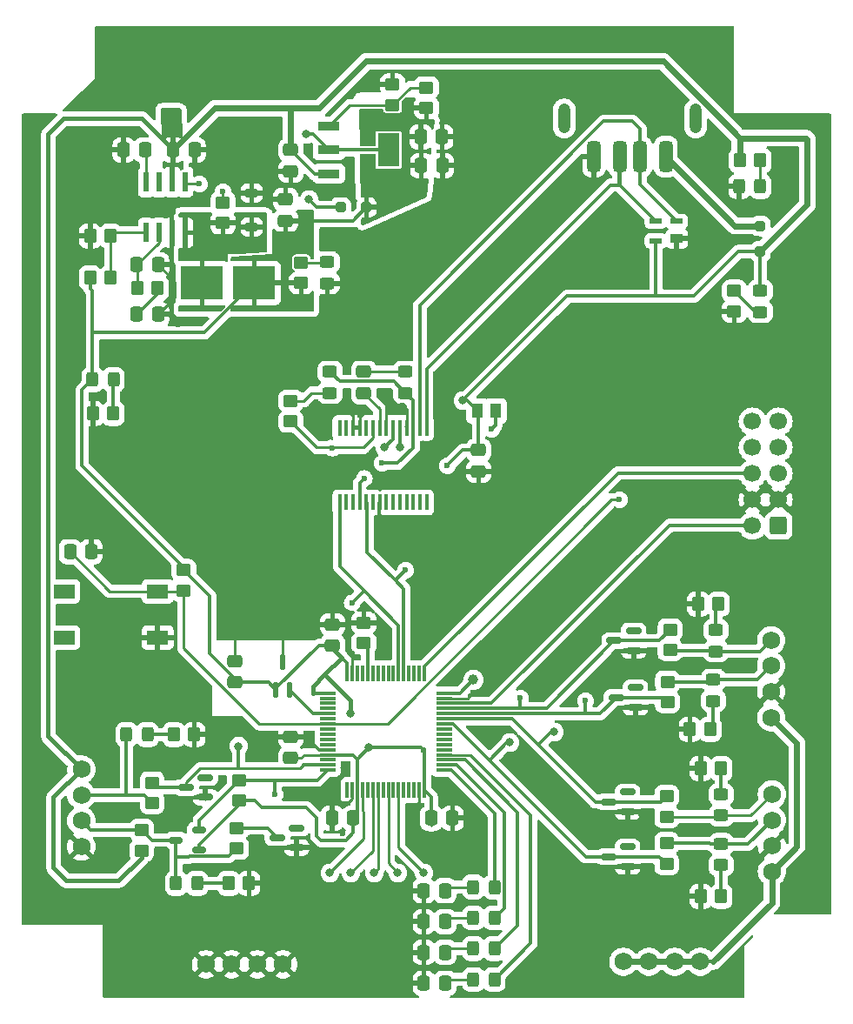
<source format=gtl>
%TF.GenerationSoftware,KiCad,Pcbnew,8.0.5*%
%TF.CreationDate,2024-10-22T12:33:32-04:00*%
%TF.ProjectId,PCB_Schematic,5043425f-5363-4686-956d-617469632e6b,rev?*%
%TF.SameCoordinates,Original*%
%TF.FileFunction,Copper,L1,Top*%
%TF.FilePolarity,Positive*%
%FSLAX46Y46*%
G04 Gerber Fmt 4.6, Leading zero omitted, Abs format (unit mm)*
G04 Created by KiCad (PCBNEW 8.0.5) date 2024-10-22 12:33:32*
%MOMM*%
%LPD*%
G01*
G04 APERTURE LIST*
G04 Aperture macros list*
%AMRoundRect*
0 Rectangle with rounded corners*
0 $1 Rounding radius*
0 $2 $3 $4 $5 $6 $7 $8 $9 X,Y pos of 4 corners*
0 Add a 4 corners polygon primitive as box body*
4,1,4,$2,$3,$4,$5,$6,$7,$8,$9,$2,$3,0*
0 Add four circle primitives for the rounded corners*
1,1,$1+$1,$2,$3*
1,1,$1+$1,$4,$5*
1,1,$1+$1,$6,$7*
1,1,$1+$1,$8,$9*
0 Add four rect primitives between the rounded corners*
20,1,$1+$1,$2,$3,$4,$5,0*
20,1,$1+$1,$4,$5,$6,$7,0*
20,1,$1+$1,$6,$7,$8,$9,0*
20,1,$1+$1,$8,$9,$2,$3,0*%
G04 Aperture macros list end*
%TA.AperFunction,SMDPad,CuDef*%
%ADD10RoundRect,0.250000X0.350000X0.450000X-0.350000X0.450000X-0.350000X-0.450000X0.350000X-0.450000X0*%
%TD*%
%TA.AperFunction,ComponentPad*%
%ADD11C,1.752600*%
%TD*%
%TA.AperFunction,SMDPad,CuDef*%
%ADD12RoundRect,0.250000X0.337500X0.475000X-0.337500X0.475000X-0.337500X-0.475000X0.337500X-0.475000X0*%
%TD*%
%TA.AperFunction,SMDPad,CuDef*%
%ADD13RoundRect,0.250000X-0.337500X-0.475000X0.337500X-0.475000X0.337500X0.475000X-0.337500X0.475000X0*%
%TD*%
%TA.AperFunction,SMDPad,CuDef*%
%ADD14RoundRect,0.250000X-0.450000X0.350000X-0.450000X-0.350000X0.450000X-0.350000X0.450000X0.350000X0*%
%TD*%
%TA.AperFunction,SMDPad,CuDef*%
%ADD15RoundRect,0.250000X0.250000X-0.250000X0.250000X0.250000X-0.250000X0.250000X-0.250000X-0.250000X0*%
%TD*%
%TA.AperFunction,SMDPad,CuDef*%
%ADD16RoundRect,0.325000X0.325000X1.175000X-0.325000X1.175000X-0.325000X-1.175000X0.325000X-1.175000X0*%
%TD*%
%TA.AperFunction,ComponentPad*%
%ADD17O,1.200000X2.900000*%
%TD*%
%TA.AperFunction,SMDPad,CuDef*%
%ADD18RoundRect,0.250000X0.250000X0.250000X-0.250000X0.250000X-0.250000X-0.250000X0.250000X-0.250000X0*%
%TD*%
%TA.AperFunction,SMDPad,CuDef*%
%ADD19RoundRect,0.150000X0.587500X0.150000X-0.587500X0.150000X-0.587500X-0.150000X0.587500X-0.150000X0*%
%TD*%
%TA.AperFunction,SMDPad,CuDef*%
%ADD20RoundRect,0.250000X0.450000X-0.325000X0.450000X0.325000X-0.450000X0.325000X-0.450000X-0.325000X0*%
%TD*%
%TA.AperFunction,SMDPad,CuDef*%
%ADD21RoundRect,0.250000X0.450000X-0.350000X0.450000X0.350000X-0.450000X0.350000X-0.450000X-0.350000X0*%
%TD*%
%TA.AperFunction,SMDPad,CuDef*%
%ADD22RoundRect,0.225000X0.375000X-0.225000X0.375000X0.225000X-0.375000X0.225000X-0.375000X-0.225000X0*%
%TD*%
%TA.AperFunction,SMDPad,CuDef*%
%ADD23R,1.168400X0.889000*%
%TD*%
%TA.AperFunction,SMDPad,CuDef*%
%ADD24R,1.168400X0.482600*%
%TD*%
%TA.AperFunction,SMDPad,CuDef*%
%ADD25RoundRect,0.250000X-0.475000X0.337500X-0.475000X-0.337500X0.475000X-0.337500X0.475000X0.337500X0*%
%TD*%
%TA.AperFunction,SMDPad,CuDef*%
%ADD26RoundRect,0.250000X0.325000X0.450000X-0.325000X0.450000X-0.325000X-0.450000X0.325000X-0.450000X0*%
%TD*%
%TA.AperFunction,SMDPad,CuDef*%
%ADD27R,4.165600X3.251200*%
%TD*%
%TA.AperFunction,SMDPad,CuDef*%
%ADD28RoundRect,0.250000X-0.325000X-0.450000X0.325000X-0.450000X0.325000X0.450000X-0.325000X0.450000X0*%
%TD*%
%TA.AperFunction,SMDPad,CuDef*%
%ADD29RoundRect,0.112500X-0.112500X-0.637500X0.112500X-0.637500X0.112500X0.637500X-0.112500X0.637500X0*%
%TD*%
%TA.AperFunction,ComponentPad*%
%ADD30RoundRect,0.250000X0.600000X0.600000X-0.600000X0.600000X-0.600000X-0.600000X0.600000X-0.600000X0*%
%TD*%
%TA.AperFunction,ComponentPad*%
%ADD31C,1.700000*%
%TD*%
%TA.AperFunction,SMDPad,CuDef*%
%ADD32RoundRect,0.250000X0.475000X-0.337500X0.475000X0.337500X-0.475000X0.337500X-0.475000X-0.337500X0*%
%TD*%
%TA.AperFunction,SMDPad,CuDef*%
%ADD33RoundRect,0.250000X-0.350000X-0.450000X0.350000X-0.450000X0.350000X0.450000X-0.350000X0.450000X0*%
%TD*%
%TA.AperFunction,SMDPad,CuDef*%
%ADD34R,2.150000X0.950000*%
%TD*%
%TA.AperFunction,SMDPad,CuDef*%
%ADD35R,2.150000X3.250000*%
%TD*%
%TA.AperFunction,SMDPad,CuDef*%
%ADD36RoundRect,0.250000X-0.450000X0.325000X-0.450000X-0.325000X0.450000X-0.325000X0.450000X0.325000X0*%
%TD*%
%TA.AperFunction,SMDPad,CuDef*%
%ADD37R,2.100000X1.400000*%
%TD*%
%TA.AperFunction,SMDPad,CuDef*%
%ADD38RoundRect,0.075000X-0.700000X-0.075000X0.700000X-0.075000X0.700000X0.075000X-0.700000X0.075000X0*%
%TD*%
%TA.AperFunction,SMDPad,CuDef*%
%ADD39RoundRect,0.075000X-0.075000X-0.700000X0.075000X-0.700000X0.075000X0.700000X-0.075000X0.700000X0*%
%TD*%
%TA.AperFunction,SMDPad,CuDef*%
%ADD40RoundRect,0.150000X0.512500X0.150000X-0.512500X0.150000X-0.512500X-0.150000X0.512500X-0.150000X0*%
%TD*%
%TA.AperFunction,SMDPad,CuDef*%
%ADD41R,0.400000X1.500000*%
%TD*%
%TA.AperFunction,SMDPad,CuDef*%
%ADD42R,0.558800X1.981200*%
%TD*%
%TA.AperFunction,SMDPad,CuDef*%
%ADD43R,1.140000X1.470000*%
%TD*%
%TA.AperFunction,ViaPad*%
%ADD44C,0.600000*%
%TD*%
%TA.AperFunction,ViaPad*%
%ADD45C,0.800000*%
%TD*%
%TA.AperFunction,ViaPad*%
%ADD46C,5.000000*%
%TD*%
%TA.AperFunction,ViaPad*%
%ADD47C,1.000000*%
%TD*%
%TA.AperFunction,Conductor*%
%ADD48C,0.254000*%
%TD*%
%TA.AperFunction,Conductor*%
%ADD49C,0.250000*%
%TD*%
%TA.AperFunction,Conductor*%
%ADD50C,0.300000*%
%TD*%
%TA.AperFunction,Conductor*%
%ADD51C,0.400000*%
%TD*%
%TA.AperFunction,Conductor*%
%ADD52C,0.600000*%
%TD*%
%TA.AperFunction,Conductor*%
%ADD53C,0.200000*%
%TD*%
G04 APERTURE END LIST*
D10*
%TO.P,R1,1*%
%TO.N,Net-(D1-A)*%
X160020000Y-45720000D03*
%TO.P,R1,2*%
%TO.N,+5V*%
X158020000Y-45720000D03*
%TD*%
D11*
%TO.P,J7,1,Pin_1*%
%TO.N,+3.3V*%
X161067597Y-99919200D03*
%TO.P,J7,2,Pin_2*%
%TO.N,GND*%
X161067597Y-97419200D03*
%TO.P,J7,3,Pin_3*%
%TO.N,/SCL2E*%
X161067597Y-94919200D03*
%TO.P,J7,4,Pin_4*%
%TO.N,/SDA2E*%
X161067597Y-92419200D03*
%TD*%
D12*
%TO.P,R4,1*%
%TO.N,Net-(D3-K)*%
X129329000Y-116792000D03*
%TO.P,R4,2*%
%TO.N,GND*%
X127254000Y-116792000D03*
%TD*%
D10*
%TO.P,R12,1*%
%TO.N,Net-(D11-K)*%
X97012000Y-70358000D03*
%TO.P,R12,2*%
%TO.N,GND*%
X95012000Y-70358000D03*
%TD*%
D13*
%TO.P,Ccomp1,1*%
%TO.N,Net-(U4-COMP)*%
X99292500Y-55880000D03*
%TO.P,Ccomp1,2*%
%TO.N,GND*%
X101367500Y-55880000D03*
%TD*%
D14*
%TO.P,R17,1*%
%TO.N,Net-(D13-K)*%
X157480000Y-58420000D03*
%TO.P,R17,2*%
%TO.N,GND*%
X157480000Y-60420000D03*
%TD*%
D15*
%TO.P,D12,1,K*%
%TO.N,+5V*%
X160020000Y-54590000D03*
%TO.P,D12,2,A*%
%TO.N,Net-(D12-A)*%
X160020000Y-52090000D03*
%TD*%
D16*
%TO.P,J5,1,VBUS*%
%TO.N,Net-(D12-A)*%
X150820000Y-45350000D03*
%TO.P,J5,2,D-*%
%TO.N,/USBD-*%
X148320000Y-45350000D03*
%TO.P,J5,3,D+*%
%TO.N,/USBD+*%
X146320000Y-45350000D03*
%TO.P,J5,4,GND*%
%TO.N,GND*%
X143820000Y-45350000D03*
D17*
%TO.P,J5,5,Shield*%
%TO.N,unconnected-(J5-Shield-Pad5)*%
X153720000Y-41650000D03*
%TO.N,unconnected-(J5-Shield-Pad5)_1*%
X140920000Y-41650000D03*
%TD*%
D11*
%TO.P,J6,1,Pin_1*%
%TO.N,+3.3V*%
X161133000Y-114916000D03*
%TO.P,J6,2,Pin_2*%
%TO.N,GND*%
X161133000Y-112416000D03*
%TO.P,J6,3,Pin_3*%
%TO.N,/SCL1E*%
X161133000Y-109916000D03*
%TO.P,J6,4,Pin_4*%
%TO.N,/SDA1E*%
X161133000Y-107416000D03*
%TD*%
D18*
%TO.P,D9,1,K*%
%TO.N,+3.3V*%
X121666000Y-50292000D03*
%TO.P,D9,2,A*%
%TO.N,Net-(D9-A)*%
X119166000Y-50292000D03*
%TD*%
D19*
%TO.P,D18,1,A*%
%TO.N,GND*%
X147846500Y-98928000D03*
%TO.P,D18,2,NC*%
%TO.N,unconnected-(D18-NC-Pad2)*%
X147846500Y-97028000D03*
%TO.P,D18,3,K*%
%TO.N,/SCL2*%
X145971500Y-97978000D03*
%TD*%
D20*
%TO.P,D13,1,K*%
%TO.N,Net-(D13-K)*%
X160020000Y-60470000D03*
%TO.P,D13,2,A*%
%TO.N,+5V*%
X160020000Y-58420000D03*
%TD*%
D21*
%TO.P,R15,1*%
%TO.N,+5V*%
X99787500Y-112874500D03*
%TO.P,R15,2*%
%TO.N,/Echo5VE*%
X99787500Y-110874500D03*
%TD*%
D22*
%TO.P,D10,1,K*%
%TO.N,/Power Circuitry (Buck LDO Decoupling Caps)/PH*%
X110490000Y-52196000D03*
%TO.P,D10,2,A*%
%TO.N,GND*%
X110490000Y-48896000D03*
%TD*%
D13*
%TO.P,C13,1*%
%TO.N,+3.3V*%
X127000000Y-46228000D03*
%TO.P,C13,2*%
%TO.N,GND*%
X129075000Y-46228000D03*
%TD*%
D23*
%TO.P,D14,1,GND*%
%TO.N,GND*%
X151881400Y-53336800D03*
D24*
%TO.P,D14,2,I/O1*%
%TO.N,/USBD-*%
X151881400Y-51640000D03*
%TO.P,D14,3,I/O2*%
%TO.N,/USBD+*%
X149838600Y-51639999D03*
%TO.P,D14,4,VCC*%
%TO.N,+5V*%
X149838600Y-53540001D03*
%TD*%
D12*
%TO.P,Css1,1*%
%TO.N,Net-(U4-SS)*%
X100097500Y-44704000D03*
%TO.P,Css1,2*%
%TO.N,GND*%
X98022500Y-44704000D03*
%TD*%
D19*
%TO.P,D16,1,A*%
%TO.N,GND*%
X114870500Y-112586500D03*
%TO.P,D16,2,NC*%
%TO.N,unconnected-(D16-NC-Pad2)*%
X114870500Y-110686500D03*
%TO.P,D16,3,K*%
%TO.N,/Echo5V*%
X112995500Y-111636500D03*
%TD*%
D25*
%TO.P,R9,1*%
%TO.N,Net-(D8-K)*%
X121412000Y-66294000D03*
%TO.P,R9,2*%
%TO.N,Net-(U2-CBUS1)*%
X121412000Y-68369000D03*
%TD*%
D26*
%TO.P,D22,1,K*%
%TO.N,Net-(D22-K)*%
X105174000Y-116078000D03*
%TO.P,D22,2,A*%
%TO.N,/Echo5VE*%
X103124000Y-116078000D03*
%TD*%
D21*
%TO.P,R21,1*%
%TO.N,/TrigE*%
X100803500Y-108268500D03*
%TO.P,R21,2*%
%TO.N,/Trig*%
X100803500Y-106268500D03*
%TD*%
D27*
%TO.P,L1,1,1*%
%TO.N,/Power Circuitry (Buck LDO Decoupling Caps)/PH*%
X105664000Y-57658000D03*
%TO.P,L1,2,2*%
%TO.N,+3.3V*%
X110744000Y-57658000D03*
%TD*%
D28*
%TO.P,D3,1,K*%
%TO.N,Net-(D3-K)*%
X132071000Y-116428000D03*
%TO.P,D3,2,A*%
%TO.N,/DEBUG1*%
X134121000Y-116428000D03*
%TD*%
D10*
%TO.P,R30,1*%
%TO.N,Net-(D24-K)*%
X156210000Y-117348000D03*
%TO.P,R30,2*%
%TO.N,GND*%
X154210000Y-117348000D03*
%TD*%
D26*
%TO.P,D21,1,K*%
%TO.N,Net-(D21-K)*%
X100348000Y-101600000D03*
%TO.P,D21,2,A*%
%TO.N,/TrigE*%
X98298000Y-101600000D03*
%TD*%
%TO.P,D11,1,K*%
%TO.N,Net-(D11-K)*%
X97037000Y-67056000D03*
%TO.P,D11,2,A*%
%TO.N,+3.3V*%
X94987000Y-67056000D03*
%TD*%
D12*
%TO.P,R6,1*%
%TO.N,Net-(D5-K)*%
X129329000Y-122792000D03*
%TO.P,R6,2*%
%TO.N,GND*%
X127254000Y-122792000D03*
%TD*%
D29*
%TO.P,U5,1,V+*%
%TO.N,+3.3V*%
X112843000Y-97216000D03*
%TO.P,U5,2,CLOCK*%
%TO.N,/OSC_IN*%
X114143000Y-97216000D03*
%TO.P,U5,3,GND*%
%TO.N,GND*%
X113493000Y-94556000D03*
%TD*%
D30*
%TO.P,J1,1,Pin_1*%
%TO.N,/NRST*%
X161798000Y-81280000D03*
D31*
%TO.P,J1,2,Pin_2*%
%TO.N,/SWDIO_IN*%
X159258000Y-81280000D03*
%TO.P,J1,3,Pin_3*%
%TO.N,GND*%
X161798000Y-78740000D03*
%TO.P,J1,4,Pin_4*%
X159258000Y-78740000D03*
%TO.P,J1,5,Pin_5*%
%TO.N,unconnected-(J1-Pin_5-Pad5)*%
X161798000Y-76200000D03*
%TO.P,J1,6,Pin_6*%
%TO.N,/SWCLK_IN*%
X159258000Y-76200000D03*
%TO.P,J1,7,Pin_7*%
%TO.N,unconnected-(J1-Pin_7-Pad7)*%
X161798000Y-73660000D03*
%TO.P,J1,8,Pin_8*%
%TO.N,unconnected-(J1-Pin_8-Pad8)*%
X159258000Y-73660000D03*
%TO.P,J1,9,Pin_9*%
%TO.N,unconnected-(J1-Pin_9-Pad9)*%
X161798000Y-71120000D03*
%TO.P,J1,10,Pin_10*%
%TO.N,unconnected-(J1-Pin_10-Pad10)*%
X159258000Y-71120000D03*
%TD*%
D32*
%TO.P,C14,1*%
%TO.N,+3.3V*%
X118364000Y-92941000D03*
%TO.P,C14,2*%
%TO.N,GND*%
X118364000Y-90866000D03*
%TD*%
D10*
%TO.P,R29,1*%
%TO.N,Net-(D23-K)*%
X156210000Y-104902000D03*
%TO.P,R29,2*%
%TO.N,GND*%
X154210000Y-104902000D03*
%TD*%
D12*
%TO.P,C12,1*%
%TO.N,+3.3V*%
X120396000Y-109728000D03*
%TO.P,C12,2*%
%TO.N,GND*%
X118321000Y-109728000D03*
%TD*%
D33*
%TO.P,Rcomp1,1*%
%TO.N,Net-(U4-COMP)*%
X99330000Y-58166000D03*
%TO.P,Rcomp1,2*%
%TO.N,Net-(Ccomp2-Pad1)*%
X101330000Y-58166000D03*
%TD*%
D25*
%TO.P,C16,1*%
%TO.N,GND*%
X108809000Y-94422000D03*
%TO.P,C16,2*%
%TO.N,+3.3V*%
X108809000Y-96497000D03*
%TD*%
D11*
%TO.P,J2,1,Pin_1*%
%TO.N,GND*%
X113538000Y-123952000D03*
%TO.P,J2,2,Pin_2*%
X111038000Y-123952000D03*
%TO.P,J2,3,Pin_3*%
X108538000Y-123952000D03*
%TO.P,J2,4,Pin_4*%
X106038000Y-123952000D03*
%TD*%
D34*
%TO.P,U3,1,ADJ/GND*%
%TO.N,Net-(U3-ADJ{slash}GND)*%
X118004000Y-42404000D03*
%TO.P,U3,2,OUT*%
%TO.N,Net-(D9-A)*%
X118004000Y-44704000D03*
%TO.P,U3,3,IN*%
%TO.N,+5V*%
X118004000Y-47004000D03*
D35*
%TO.P,U3,4,VOUT*%
%TO.N,Net-(D9-A)*%
X123804000Y-44704000D03*
%TD*%
D20*
%TO.P,D24,1,K*%
%TO.N,Net-(D24-K)*%
X156210000Y-114300000D03*
%TO.P,D24,2,A*%
%TO.N,/SCL1E*%
X156210000Y-112250000D03*
%TD*%
D10*
%TO.P,Rfbb1,1*%
%TO.N,Net-(U4-VSENSE)*%
X96758000Y-53086000D03*
%TO.P,Rfbb1,2*%
%TO.N,GND*%
X94758000Y-53086000D03*
%TD*%
D11*
%TO.P,J4,1,Pin_1*%
%TO.N,+5V*%
X93901500Y-104980500D03*
%TO.P,J4,2,Pin_2*%
%TO.N,/TrigE*%
X93901500Y-107480500D03*
%TO.P,J4,3,Pin_3*%
%TO.N,/Echo5VE*%
X93901500Y-109980500D03*
%TO.P,J4,4,Pin_4*%
%TO.N,GND*%
X93901500Y-112480500D03*
%TD*%
D28*
%TO.P,D4,1,K*%
%TO.N,Net-(D4-K)*%
X132071000Y-119428000D03*
%TO.P,D4,2,A*%
%TO.N,/DEBUG2*%
X134121000Y-119428000D03*
%TD*%
D33*
%TO.P,Rfbt1,1*%
%TO.N,+3.3V*%
X94758000Y-57150000D03*
%TO.P,Rfbt1,2*%
%TO.N,Net-(U4-VSENSE)*%
X96758000Y-57150000D03*
%TD*%
D14*
%TO.P,R8,1*%
%TO.N,Net-(D7-K)*%
X114300000Y-69120000D03*
%TO.P,R8,2*%
%TO.N,Net-(U2-CBUS0)*%
X114300000Y-71120000D03*
%TD*%
D36*
%TO.P,D25,1,K*%
%TO.N,Net-(D25-K)*%
X155702000Y-91431000D03*
%TO.P,D25,2,A*%
%TO.N,/SDA2E*%
X155702000Y-93481000D03*
%TD*%
D32*
%TO.P,C5,1*%
%TO.N,+3.3V*%
X114300000Y-103886000D03*
%TO.P,C5,2*%
%TO.N,GND*%
X114300000Y-101811000D03*
%TD*%
D12*
%TO.P,R5,1*%
%TO.N,Net-(D4-K)*%
X129329000Y-119792000D03*
%TO.P,R5,2*%
%TO.N,GND*%
X127254000Y-119792000D03*
%TD*%
D37*
%TO.P,SW1,1,1*%
%TO.N,GND*%
X101324000Y-92166000D03*
%TO.P,SW1,2,2*%
%TO.N,/NRST*%
X101324000Y-87666000D03*
%TO.P,SW1,3*%
%TO.N,N/C*%
X92224000Y-92166000D03*
%TO.P,SW1,4*%
X92224000Y-87666000D03*
%TD*%
D36*
%TO.P,D23,1,K*%
%TO.N,Net-(D23-K)*%
X156210000Y-107424000D03*
%TO.P,D23,2,A*%
%TO.N,/SDA1E*%
X156210000Y-109474000D03*
%TD*%
D21*
%TO.P,R3,1*%
%TO.N,/BOOT0*%
X121412000Y-92710000D03*
%TO.P,R3,2*%
%TO.N,GND*%
X121412000Y-90710000D03*
%TD*%
D12*
%TO.P,R7,1*%
%TO.N,Net-(D6-K)*%
X129329000Y-125792000D03*
%TO.P,R7,2*%
%TO.N,GND*%
X127254000Y-125792000D03*
%TD*%
D38*
%TO.P,U1,1,VBAT*%
%TO.N,+3.3V*%
X117866000Y-97558000D03*
%TO.P,U1,2,PC13*%
%TO.N,/PC13*%
X117866000Y-98058000D03*
%TO.P,U1,3,PC14*%
%TO.N,/PC14*%
X117866000Y-98558000D03*
%TO.P,U1,4,PC15*%
%TO.N,/PC15*%
X117866000Y-99058000D03*
%TO.P,U1,5,PF0*%
%TO.N,/OSC_IN*%
X117866000Y-99558000D03*
%TO.P,U1,6,PF1*%
%TO.N,/PF1*%
X117866000Y-100058000D03*
%TO.P,U1,7,NRST*%
%TO.N,/NRST*%
X117866000Y-100558000D03*
%TO.P,U1,8,PC0*%
%TO.N,/PC0*%
X117866000Y-101058000D03*
%TO.P,U1,9,PC1*%
%TO.N,/PC1*%
X117866000Y-101558000D03*
%TO.P,U1,10,PC2*%
%TO.N,/PC2*%
X117866000Y-102058000D03*
%TO.P,U1,11,PC3*%
%TO.N,/PC3*%
X117866000Y-102558000D03*
%TO.P,U1,12,VSSA*%
%TO.N,GND*%
X117866000Y-103058000D03*
%TO.P,U1,13,VDDA*%
%TO.N,+3.3V*%
X117866000Y-103558000D03*
%TO.P,U1,14,PA0*%
%TO.N,unconnected-(U1-PA0-Pad14)*%
X117866000Y-104058000D03*
%TO.P,U1,15,PA1*%
%TO.N,/Trig*%
X117866000Y-104558000D03*
%TO.P,U1,16,PA2*%
%TO.N,/Echo3.3V*%
X117866000Y-105058000D03*
D39*
%TO.P,U1,17,PA3*%
%TO.N,unconnected-(U1-PA3-Pad17)*%
X119791000Y-106983000D03*
%TO.P,U1,18,VSS*%
%TO.N,GND*%
X120291000Y-106983000D03*
%TO.P,U1,19,VDD*%
%TO.N,+3.3V*%
X120791000Y-106983000D03*
%TO.P,U1,20,PA4*%
%TO.N,/PA4*%
X121291000Y-106983000D03*
%TO.P,U1,21,PA5*%
%TO.N,/PA5*%
X121791000Y-106983000D03*
%TO.P,U1,22,PA6*%
%TO.N,/PA6*%
X122291000Y-106983000D03*
%TO.P,U1,23,PA7*%
%TO.N,/PA7*%
X122791000Y-106983000D03*
%TO.P,U1,24,PC4*%
%TO.N,/PC4*%
X123291000Y-106983000D03*
%TO.P,U1,25,PC5*%
%TO.N,/PC5*%
X123791000Y-106983000D03*
%TO.P,U1,26,PB0*%
%TO.N,/PB0*%
X124291000Y-106983000D03*
%TO.P,U1,27,PB1*%
%TO.N,/PB1*%
X124791000Y-106983000D03*
%TO.P,U1,28,PB2*%
%TO.N,/PB2*%
X125291000Y-106983000D03*
%TO.P,U1,29,PB10*%
%TO.N,unconnected-(U1-PB10-Pad29)*%
X125791000Y-106983000D03*
%TO.P,U1,30,PB11*%
%TO.N,unconnected-(U1-PB11-Pad30)*%
X126291000Y-106983000D03*
%TO.P,U1,31,VSS*%
%TO.N,GND*%
X126791000Y-106983000D03*
%TO.P,U1,32,VDD*%
%TO.N,+3.3V*%
X127291000Y-106983000D03*
D38*
%TO.P,U1,33,PB12*%
%TO.N,/DEBUG1*%
X129216000Y-105058000D03*
%TO.P,U1,34,PB13*%
%TO.N,/DEBUG2*%
X129216000Y-104558000D03*
%TO.P,U1,35,PB14*%
%TO.N,/DEBUG3*%
X129216000Y-104058000D03*
%TO.P,U1,36,PB15*%
%TO.N,/DEBUG4*%
X129216000Y-103558000D03*
%TO.P,U1,37,PC6*%
%TO.N,/PC6*%
X129216000Y-103058000D03*
%TO.P,U1,38,PC7*%
%TO.N,/PC7*%
X129216000Y-102558000D03*
%TO.P,U1,39,PC8*%
%TO.N,/PC8*%
X129216000Y-102058000D03*
%TO.P,U1,40,PC9*%
%TO.N,/PC9*%
X129216000Y-101558000D03*
%TO.P,U1,41,PA8*%
%TO.N,/PA8*%
X129216000Y-101058000D03*
%TO.P,U1,42,PA9*%
%TO.N,/SCL1*%
X129216000Y-100558000D03*
%TO.P,U1,43,PA10*%
%TO.N,/SDA1*%
X129216000Y-100058000D03*
%TO.P,U1,44,PA11*%
%TO.N,/SCL2*%
X129216000Y-99558000D03*
%TO.P,U1,45,PA12*%
%TO.N,/SDA2*%
X129216000Y-99058000D03*
%TO.P,U1,46,PA13*%
%TO.N,/SWDIO_IN*%
X129216000Y-98558000D03*
%TO.P,U1,47,VSS*%
%TO.N,GND*%
X129216000Y-98058000D03*
%TO.P,U1,48,VDDIO2*%
%TO.N,+3.3V*%
X129216000Y-97558000D03*
D39*
%TO.P,U1,49,PA14*%
%TO.N,/SWCLK_IN*%
X127291000Y-95633000D03*
%TO.P,U1,50,PA15*%
%TO.N,/PA15*%
X126791000Y-95633000D03*
%TO.P,U1,51,PC10*%
%TO.N,/PC10*%
X126291000Y-95633000D03*
%TO.P,U1,52,PC11*%
%TO.N,/PC11*%
X125791000Y-95633000D03*
%TO.P,U1,53,PC12*%
%TO.N,/RXD*%
X125291000Y-95633000D03*
%TO.P,U1,54,PD2*%
%TO.N,/TXD*%
X124791000Y-95633000D03*
%TO.P,U1,55,PB3*%
%TO.N,/PB3*%
X124291000Y-95633000D03*
%TO.P,U1,56,PB4*%
%TO.N,/PB4*%
X123791000Y-95633000D03*
%TO.P,U1,57,PB5*%
%TO.N,/PB5*%
X123291000Y-95633000D03*
%TO.P,U1,58,PB6*%
%TO.N,unconnected-(U1-PB6-Pad58)*%
X122791000Y-95633000D03*
%TO.P,U1,59,PB7*%
%TO.N,unconnected-(U1-PB7-Pad59)*%
X122291000Y-95633000D03*
%TO.P,U1,60,PF11*%
%TO.N,/BOOT0*%
X121791000Y-95633000D03*
%TO.P,U1,61,PB8*%
%TO.N,unconnected-(U1-PB8-Pad61)*%
X121291000Y-95633000D03*
%TO.P,U1,62,PB9*%
%TO.N,unconnected-(U1-PB9-Pad62)*%
X120791000Y-95633000D03*
%TO.P,U1,63,VSS*%
%TO.N,GND*%
X120291000Y-95633000D03*
%TO.P,U1,64,VDD*%
%TO.N,+3.3V*%
X119791000Y-95633000D03*
%TD*%
D19*
%TO.P,D20,1,A*%
%TO.N,GND*%
X147671000Y-93406000D03*
%TO.P,D20,2,NC*%
%TO.N,unconnected-(D20-NC-Pad2)*%
X147671000Y-91506000D03*
%TO.P,D20,3,K*%
%TO.N,/SDA2*%
X145796000Y-92456000D03*
%TD*%
D32*
%TO.P,Cout1,1*%
%TO.N,+3.3V*%
X113792000Y-51583500D03*
%TO.P,Cout1,2*%
%TO.N,GND*%
X113792000Y-49508500D03*
%TD*%
D14*
%TO.P,R13,1*%
%TO.N,+3.3V*%
X103886000Y-85598000D03*
%TO.P,R13,2*%
%TO.N,/NRST*%
X103886000Y-87598000D03*
%TD*%
D40*
%TO.P,Q1,1,G*%
%TO.N,+3.3V*%
X105384000Y-112806500D03*
%TO.P,Q1,2,S*%
%TO.N,/Echo3.3V*%
X105384000Y-110906500D03*
%TO.P,Q1,3,D*%
%TO.N,/Echo5VE*%
X103109000Y-111856500D03*
%TD*%
D21*
%TO.P,R14,1*%
%TO.N,+3.3V*%
X109282500Y-108014500D03*
%TO.P,R14,2*%
%TO.N,/Echo3.3V*%
X109282500Y-106014500D03*
%TD*%
D11*
%TO.P,J3,1,Pin_1*%
%TO.N,+3.3V*%
X154178000Y-123698000D03*
%TO.P,J3,2,Pin_2*%
X151678000Y-123698000D03*
%TO.P,J3,3,Pin_3*%
X149178000Y-123698000D03*
%TO.P,J3,4,Pin_4*%
X146678000Y-123698000D03*
%TD*%
D21*
%TO.P,R22,1*%
%TO.N,/Echo5VE*%
X109028500Y-112686500D03*
%TO.P,R22,2*%
%TO.N,/Echo5V*%
X109028500Y-110686500D03*
%TD*%
D19*
%TO.P,D15,1,A*%
%TO.N,GND*%
X105980500Y-107694500D03*
%TO.P,D15,2,NC*%
%TO.N,unconnected-(D15-NC-Pad2)*%
X105980500Y-105794500D03*
%TO.P,D15,3,K*%
%TO.N,/Trig*%
X104105500Y-106744500D03*
%TD*%
D13*
%TO.P,C10,1*%
%TO.N,+3.3V*%
X127973000Y-109728000D03*
%TO.P,C10,2*%
%TO.N,GND*%
X130048000Y-109728000D03*
%TD*%
D14*
%TO.P,R2,1*%
%TO.N,Net-(D2-A)*%
X115316000Y-55649000D03*
%TO.P,R2,2*%
%TO.N,+3.3V*%
X115316000Y-57649000D03*
%TD*%
D28*
%TO.P,D1,1,K*%
%TO.N,GND*%
X157970000Y-48260000D03*
%TO.P,D1,2,A*%
%TO.N,Net-(D1-A)*%
X160020000Y-48260000D03*
%TD*%
D14*
%TO.P,R24,1*%
%TO.N,/SCL2E*%
X150973000Y-96454000D03*
%TO.P,R24,2*%
%TO.N,/SCL2*%
X150973000Y-98454000D03*
%TD*%
D36*
%TO.P,D8,1,K*%
%TO.N,Net-(D8-K)*%
X125476000Y-66294000D03*
%TO.P,D8,2,A*%
%TO.N,/USB UART Comm/VCCIO*%
X125476000Y-68344000D03*
%TD*%
D25*
%TO.P,C3,1*%
%TO.N,+5V*%
X132588000Y-73914000D03*
%TO.P,C3,2*%
%TO.N,GND*%
X132588000Y-75989000D03*
%TD*%
D10*
%TO.P,R32,1*%
%TO.N,Net-(D26-K)*%
X155162000Y-101092000D03*
%TO.P,R32,2*%
%TO.N,GND*%
X153162000Y-101092000D03*
%TD*%
D33*
%TO.P,R28,1*%
%TO.N,Net-(D22-K)*%
X108236000Y-116078000D03*
%TO.P,R28,2*%
%TO.N,GND*%
X110236000Y-116078000D03*
%TD*%
D20*
%TO.P,D2,1,K*%
%TO.N,GND*%
X117856000Y-57676000D03*
%TO.P,D2,2,A*%
%TO.N,Net-(D2-A)*%
X117856000Y-55626000D03*
%TD*%
D10*
%TO.P,R31,1*%
%TO.N,Net-(D25-K)*%
X155956000Y-88900000D03*
%TO.P,R31,2*%
%TO.N,GND*%
X153956000Y-88900000D03*
%TD*%
D13*
%TO.P,C11,1*%
%TO.N,+3.3V*%
X126957000Y-43434000D03*
%TO.P,C11,2*%
%TO.N,GND*%
X129032000Y-43434000D03*
%TD*%
D28*
%TO.P,D6,1,K*%
%TO.N,Net-(D6-K)*%
X132071000Y-125428000D03*
%TO.P,D6,2,A*%
%TO.N,/DEBUG4*%
X134121000Y-125428000D03*
%TD*%
D33*
%TO.P,R27,1*%
%TO.N,Net-(D21-K)*%
X102902000Y-101600000D03*
%TO.P,R27,2*%
%TO.N,GND*%
X104902000Y-101600000D03*
%TD*%
D13*
%TO.P,Cin1,1*%
%TO.N,+5V*%
X102848500Y-44704000D03*
%TO.P,Cin1,2*%
%TO.N,GND*%
X104923500Y-44704000D03*
%TD*%
D25*
%TO.P,C4,1*%
%TO.N,+5V*%
X114300000Y-44704000D03*
%TO.P,C4,2*%
%TO.N,GND*%
X114300000Y-46779000D03*
%TD*%
D13*
%TO.P,C15,1*%
%TO.N,/NRST*%
X92801000Y-83789000D03*
%TO.P,C15,2*%
%TO.N,GND*%
X94876000Y-83789000D03*
%TD*%
D41*
%TO.P,U2,1,TXD*%
%TO.N,/TXD*%
X119062000Y-78997000D03*
%TO.P,U2,2,DTR*%
%TO.N,unconnected-(U2-DTR-Pad2)*%
X119712000Y-78997000D03*
%TO.P,U2,3,RTS*%
%TO.N,unconnected-(U2-RTS-Pad3)*%
X120362000Y-78997000D03*
%TO.P,U2,4,VCCIO*%
%TO.N,/USB UART Comm/VCCIO*%
X121012000Y-78997000D03*
%TO.P,U2,5,RXD*%
%TO.N,/RXD*%
X121662000Y-78997000D03*
%TO.P,U2,6,RI*%
%TO.N,unconnected-(U2-RI-Pad6)*%
X122312000Y-78997000D03*
%TO.P,U2,7,GND*%
%TO.N,GND*%
X122962000Y-78997000D03*
%TO.P,U2,8*%
%TO.N,N/C*%
X123612000Y-78997000D03*
%TO.P,U2,9,DCR*%
%TO.N,unconnected-(U2-DCR-Pad9)*%
X124262000Y-78997000D03*
%TO.P,U2,10,DCD*%
%TO.N,unconnected-(U2-DCD-Pad10)*%
X124912000Y-78997000D03*
%TO.P,U2,11,CTS*%
%TO.N,unconnected-(U2-CTS-Pad11)*%
X125562000Y-78997000D03*
%TO.P,U2,12,CBUS4*%
%TO.N,unconnected-(U2-CBUS4-Pad12)*%
X126212000Y-78997000D03*
%TO.P,U2,13,CBUS2*%
%TO.N,unconnected-(U2-CBUS2-Pad13)*%
X126862000Y-78997000D03*
%TO.P,U2,14,CBUS3*%
%TO.N,unconnected-(U2-CBUS3-Pad14)*%
X127512000Y-78997000D03*
%TO.P,U2,15,USBD+*%
%TO.N,/USBD+*%
X127512000Y-71747000D03*
%TO.P,U2,16,USBD-*%
%TO.N,/USBD-*%
X126862000Y-71747000D03*
%TO.P,U2,17,3V3OUT*%
%TO.N,/USB UART Comm/VCCIO*%
X126212000Y-71747000D03*
%TO.P,U2,18,GND*%
%TO.N,GND*%
X125562000Y-71747000D03*
%TO.P,U2,19,~{RESET}*%
%TO.N,+5V*%
X124912000Y-71747000D03*
%TO.P,U2,20,VCC*%
%TO.N,Net-(U2-VCC)*%
X124262000Y-71747000D03*
%TO.P,U2,21,GND*%
%TO.N,GND*%
X123612000Y-71747000D03*
%TO.P,U2,22,CBUS1*%
%TO.N,Net-(U2-CBUS1)*%
X122962000Y-71747000D03*
%TO.P,U2,23,CBUS0*%
%TO.N,Net-(U2-CBUS0)*%
X122312000Y-71747000D03*
%TO.P,U2,24*%
%TO.N,N/C*%
X121662000Y-71747000D03*
%TO.P,U2,25,AGND*%
%TO.N,GND*%
X121012000Y-71747000D03*
%TO.P,U2,26,TEST*%
X120362000Y-71747000D03*
%TO.P,U2,27,OSCI*%
%TO.N,unconnected-(U2-OSCI-Pad27)*%
X119712000Y-71747000D03*
%TO.P,U2,28,OSCO*%
%TO.N,unconnected-(U2-OSCO-Pad28)*%
X119062000Y-71747000D03*
%TD*%
D42*
%TO.P,U4,1,BOOT*%
%TO.N,Net-(U4-BOOT)*%
X104013000Y-47828200D03*
%TO.P,U4,2,VIN*%
%TO.N,+5V*%
X102743000Y-47828200D03*
%TO.P,U4,3,EN*%
%TO.N,unconnected-(U4-EN-Pad3)*%
X101473000Y-47828200D03*
%TO.P,U4,4,SS*%
%TO.N,Net-(U4-SS)*%
X100203000Y-47828200D03*
%TO.P,U4,5,VSENSE*%
%TO.N,Net-(U4-VSENSE)*%
X100203000Y-52755800D03*
%TO.P,U4,6,COMP*%
%TO.N,Net-(U4-COMP)*%
X101473000Y-52755800D03*
%TO.P,U4,7,GND*%
%TO.N,GND*%
X102743000Y-52755800D03*
%TO.P,U4,8,PH*%
%TO.N,/Power Circuitry (Buck LDO Decoupling Caps)/PH*%
X104013000Y-52755800D03*
%TD*%
D19*
%TO.P,D17,1,A*%
%TO.N,GND*%
X147084500Y-114422000D03*
%TO.P,D17,2,NC*%
%TO.N,unconnected-(D17-NC-Pad2)*%
X147084500Y-112522000D03*
%TO.P,D17,3,K*%
%TO.N,/SCL1*%
X145209500Y-113472000D03*
%TD*%
D21*
%TO.P,R10,1*%
%TO.N,+3.3V*%
X127508000Y-40624000D03*
%TO.P,R10,2*%
%TO.N,Net-(U3-ADJ{slash}GND)*%
X127508000Y-38624000D03*
%TD*%
D43*
%TO.P,FB1,1*%
%TO.N,+5V*%
X132460000Y-70104000D03*
%TO.P,FB1,2*%
%TO.N,Net-(U2-VCC)*%
X134240000Y-70104000D03*
%TD*%
D20*
%TO.P,D26,1,K*%
%TO.N,Net-(D26-K)*%
X155448000Y-98316000D03*
%TO.P,D26,2,A*%
%TO.N,/SCL2E*%
X155448000Y-96266000D03*
%TD*%
D21*
%TO.P,R25,1*%
%TO.N,/SDA1E*%
X150894500Y-109596000D03*
%TO.P,R25,2*%
%TO.N,/SDA1*%
X150894500Y-107596000D03*
%TD*%
D19*
%TO.P,D19,1,A*%
%TO.N,GND*%
X147084500Y-109088000D03*
%TO.P,D19,2,NC*%
%TO.N,unconnected-(D19-NC-Pad2)*%
X147084500Y-107188000D03*
%TO.P,D19,3,K*%
%TO.N,/SDA1*%
X145209500Y-108138000D03*
%TD*%
D14*
%TO.P,R23,1*%
%TO.N,/SCL1E*%
X150894500Y-112168000D03*
%TO.P,R23,2*%
%TO.N,/SCL1*%
X150894500Y-114168000D03*
%TD*%
D28*
%TO.P,D5,1,K*%
%TO.N,Net-(D5-K)*%
X132071000Y-122428000D03*
%TO.P,D5,2,A*%
%TO.N,/DEBUG3*%
X134121000Y-122428000D03*
%TD*%
D21*
%TO.P,R26,1*%
%TO.N,/SDA2E*%
X151227000Y-93374000D03*
%TO.P,R26,2*%
%TO.N,/SDA2*%
X151227000Y-91374000D03*
%TD*%
%TO.P,R11,1*%
%TO.N,Net-(U3-ADJ{slash}GND)*%
X124206000Y-40354000D03*
%TO.P,R11,2*%
%TO.N,GND*%
X124206000Y-38354000D03*
%TD*%
D13*
%TO.P,Ccomp2,1*%
%TO.N,Net-(Ccomp2-Pad1)*%
X99292500Y-60706000D03*
%TO.P,Ccomp2,2*%
%TO.N,GND*%
X101367500Y-60706000D03*
%TD*%
D20*
%TO.P,D7,1,K*%
%TO.N,Net-(D7-K)*%
X118110000Y-68344000D03*
%TO.P,D7,2,A*%
%TO.N,/USB UART Comm/VCCIO*%
X118110000Y-66294000D03*
%TD*%
D21*
%TO.P,Cboot1,1*%
%TO.N,/Power Circuitry (Buck LDO Decoupling Caps)/PH*%
X107696000Y-51816000D03*
%TO.P,Cboot1,2*%
%TO.N,Net-(U4-BOOT)*%
X107696000Y-49816000D03*
%TD*%
D44*
%TO.N,GND*%
X132080000Y-97536000D03*
D45*
X137414000Y-37846000D03*
D44*
X151892000Y-56896000D03*
X152654000Y-55626000D03*
X125222000Y-69596000D03*
D45*
X145288000Y-82296000D03*
D44*
X118364000Y-107696000D03*
D45*
X133604000Y-56896000D03*
D44*
X124714000Y-124460000D03*
X92964000Y-48768000D03*
D45*
X164592000Y-53848000D03*
D44*
X120396000Y-70358000D03*
D45*
X147574000Y-87884000D03*
D44*
X123444000Y-68834000D03*
X148590000Y-94996000D03*
D45*
X133604000Y-83566000D03*
X103886000Y-82550000D03*
X125984000Y-55118000D03*
D44*
X111760000Y-45466000D03*
X108712000Y-69088000D03*
X114300000Y-85344000D03*
X100838000Y-50800000D03*
D45*
X148082000Y-65532000D03*
X130556000Y-89154000D03*
X94742000Y-96774000D03*
X139954000Y-58166000D03*
X108458000Y-74676000D03*
D44*
X100838000Y-94742000D03*
X101854000Y-50800000D03*
X114300000Y-63500000D03*
X109037500Y-114565500D03*
X113538000Y-91440000D03*
D45*
X110744000Y-88138000D03*
X148844000Y-114808000D03*
D44*
X112522000Y-101600000D03*
D45*
X134874000Y-42926000D03*
D44*
X104648000Y-109220000D03*
D45*
X164084000Y-61468000D03*
D44*
X96266000Y-48260000D03*
D45*
X137922000Y-78740000D03*
D44*
X121666000Y-70104000D03*
D45*
X144780000Y-54356000D03*
D44*
X100838000Y-49784000D03*
D45*
X102870000Y-96774000D03*
D44*
X103124000Y-49784000D03*
D45*
X141478000Y-117602000D03*
X130302000Y-65024000D03*
D44*
X124714000Y-126492000D03*
X154178000Y-53086000D03*
X107950000Y-46736000D03*
X94488000Y-82042000D03*
X102870000Y-50800000D03*
X134820000Y-77149000D03*
D45*
X109474000Y-91694000D03*
X137414000Y-82296000D03*
X138938000Y-106680000D03*
D44*
X121666000Y-89408000D03*
X135328000Y-73339000D03*
X120291000Y-93726000D03*
X116078000Y-101600000D03*
D45*
X99314000Y-120396000D03*
X90932000Y-118872000D03*
D44*
X155956000Y-38354000D03*
X92964000Y-65278000D03*
D45*
X137414000Y-90678000D03*
D44*
X119380000Y-111252000D03*
X103378000Y-61722000D03*
X158750000Y-88900000D03*
D45*
X94742000Y-118364000D03*
D44*
X101854000Y-49784000D03*
D45*
X110744000Y-64262000D03*
X140970000Y-89154000D03*
D44*
X129032000Y-111506000D03*
X97028000Y-95758000D03*
D45*
X110744000Y-80264000D03*
D44*
X114935000Y-113919000D03*
X122936000Y-80772000D03*
D45*
X142240000Y-48260000D03*
D44*
X94742000Y-49530000D03*
D45*
X126746000Y-33782000D03*
D44*
X102870000Y-71628000D03*
X110236000Y-83820000D03*
X96266000Y-50038000D03*
X95504000Y-46482000D03*
X104902000Y-35052000D03*
D45*
X114300000Y-116332000D03*
D44*
X125984000Y-118364000D03*
D45*
X115316000Y-81534000D03*
D44*
X106172000Y-69596000D03*
X92710000Y-46736000D03*
X124968000Y-121412000D03*
D46*
X120904000Y-121412000D03*
D45*
X140208000Y-122428000D03*
X148590000Y-109474000D03*
X109220000Y-36830000D03*
D44*
X125984000Y-109474000D03*
D45*
%TO.N,+5V*%
X131064000Y-69088000D03*
D44*
X129540000Y-75438000D03*
D45*
X124968000Y-73660000D03*
D44*
X102616000Y-41656000D03*
D45*
%TO.N,+3.3V*%
X120142000Y-99568000D03*
D47*
X132080000Y-96266000D03*
D45*
X121920000Y-102870000D03*
D44*
X124714000Y-49784000D03*
X127254000Y-103124000D03*
%TO.N,/NRST*%
X146304000Y-78740000D03*
%TO.N,Net-(U4-BOOT)*%
X107696000Y-48768000D03*
X105410000Y-48006000D03*
%TO.N,/USB UART Comm/VCCIO*%
X121455000Y-76665000D03*
X123190000Y-75184000D03*
%TO.N,/TXD*%
X120269000Y-88773000D03*
%TO.N,/RXD*%
X125476000Y-85598000D03*
D45*
%TO.N,Net-(D9-A)*%
X115824000Y-43180000D03*
X116078000Y-49530000D03*
%TO.N,/Trig*%
X109220000Y-102713456D03*
%TO.N,/SCL1*%
X135636000Y-102362000D03*
D44*
%TO.N,/SCL2*%
X143002000Y-98298000D03*
D45*
%TO.N,/SDA1*%
X139954000Y-101346000D03*
D44*
%TO.N,/SDA2*%
X136652000Y-98044000D03*
%TO.N,/Echo3.3V*%
X112776000Y-107442000D03*
%TO.N,Net-(U2-CBUS0)*%
X118364000Y-73726500D03*
D45*
%TO.N,/PA7*%
X122428000Y-115062000D03*
%TO.N,/PA4*%
X118110000Y-115062000D03*
%TO.N,/PB1*%
X127254000Y-115062000D03*
%TO.N,/PC5*%
X124714000Y-115062000D03*
%TO.N,/PA6*%
X120142000Y-115062000D03*
%TO.N,Net-(U2-VCC)*%
X123444000Y-73660000D03*
D44*
X133858000Y-71882000D03*
%TD*%
D48*
%TO.N,GND*%
X125562000Y-71714000D02*
X125476000Y-71628000D01*
X125562000Y-69936000D02*
X125222000Y-69596000D01*
X121012000Y-71747000D02*
X121012000Y-71736000D01*
X120362000Y-71747000D02*
X120362000Y-71662000D01*
X114935000Y-113919000D02*
X115062000Y-114046000D01*
X123563000Y-71747000D02*
X123612000Y-71747000D01*
X101324000Y-94256000D02*
X100838000Y-94742000D01*
X126791000Y-108667000D02*
X125984000Y-109474000D01*
X102997000Y-57509500D02*
X102997000Y-59076500D01*
X101324000Y-92166000D02*
X101324000Y-94256000D01*
X129272000Y-98058000D02*
X129286000Y-98044000D01*
X119915592Y-108204000D02*
X118872000Y-108204000D01*
X131558000Y-98058000D02*
X132080000Y-97536000D01*
X121012000Y-71747000D02*
X121012000Y-70758000D01*
X120362000Y-71662000D02*
X120396000Y-71628000D01*
X101367500Y-60706000D02*
X102362000Y-60706000D01*
D49*
X152114000Y-53086000D02*
X151860000Y-53340000D01*
D48*
X125562000Y-71747000D02*
X125562000Y-69936000D01*
X113538000Y-94488000D02*
X113493000Y-94533000D01*
X121666000Y-70104000D02*
X121666000Y-70139000D01*
X120291000Y-106983000D02*
X120291000Y-107828592D01*
X125562000Y-71747000D02*
X125562000Y-71714000D01*
X120362000Y-70392000D02*
X120396000Y-70358000D01*
X120291000Y-106983000D02*
X120291000Y-106957000D01*
X118290000Y-109728000D02*
X118224000Y-109794000D01*
X105980500Y-107694500D02*
X105980500Y-107887500D01*
X102362000Y-60706000D02*
X103378000Y-61722000D01*
X114300000Y-101811000D02*
X114300000Y-101886000D01*
X118321000Y-109728000D02*
X118290000Y-109728000D01*
X123612000Y-69002000D02*
X123444000Y-68834000D01*
D49*
X130048000Y-109728000D02*
X130036000Y-109728000D01*
D48*
X117866000Y-103058000D02*
X117020408Y-103058000D01*
X118364000Y-90866000D02*
X118455000Y-90866000D01*
X118872000Y-108204000D02*
X118364000Y-107696000D01*
X113493000Y-91485000D02*
X113538000Y-91440000D01*
X117020408Y-103058000D02*
X116078000Y-102115592D01*
X129216000Y-98058000D02*
X129272000Y-98058000D01*
X126791000Y-106983000D02*
X126791000Y-108667000D01*
X109474000Y-91694000D02*
X108809000Y-92359000D01*
X120291000Y-107828592D02*
X119915592Y-108204000D01*
X121012000Y-70758000D02*
X121666000Y-70104000D01*
X102997000Y-59076500D02*
X101367500Y-60706000D01*
X120362000Y-71747000D02*
X120362000Y-70392000D01*
X123489000Y-71673000D02*
X123563000Y-71747000D01*
X114870500Y-113854500D02*
X114935000Y-113919000D01*
X120291000Y-93726000D02*
X120291000Y-95633000D01*
X120291000Y-106957000D02*
X120268000Y-106934000D01*
X118321000Y-109728000D02*
X118321000Y-110193000D01*
X113493000Y-94533000D02*
X113493000Y-94556000D01*
X113493000Y-94556000D02*
X113493000Y-91485000D01*
X154503500Y-103367500D02*
X154522000Y-103349000D01*
D50*
X122936000Y-80772000D02*
X122936000Y-79023000D01*
D48*
X101367500Y-55880000D02*
X102997000Y-57509500D01*
X158684000Y-88834000D02*
X158750000Y-88900000D01*
D50*
X122936000Y-79023000D02*
X122962000Y-78997000D01*
D48*
X121012000Y-71736000D02*
X120904000Y-71628000D01*
X118455000Y-90866000D02*
X118521000Y-90932000D01*
X116078000Y-102115592D02*
X116078000Y-101600000D01*
X108809000Y-92359000D02*
X108809000Y-94422000D01*
X129216000Y-98058000D02*
X131558000Y-98058000D01*
D50*
X143820000Y-46680000D02*
X143820000Y-45350000D01*
D48*
X134754000Y-77083000D02*
X134820000Y-77149000D01*
X123612000Y-71747000D02*
X123612000Y-69002000D01*
X108971500Y-114499500D02*
X109037500Y-114565500D01*
D50*
%TO.N,+5V*%
X102848500Y-47722700D02*
X102743000Y-47828200D01*
D51*
X102848500Y-44704000D02*
X99800500Y-41656000D01*
D50*
X149860000Y-55118000D02*
X149860000Y-53540000D01*
D52*
X164448365Y-43544365D02*
X158020000Y-43544365D01*
D50*
X132588000Y-70612000D02*
X132588000Y-73914000D01*
D52*
X121658000Y-36076000D02*
X143518000Y-36076000D01*
D50*
X149860000Y-55118000D02*
X149860000Y-58928000D01*
D51*
X92456000Y-115824000D02*
X91186000Y-114554000D01*
D52*
X114300000Y-40640000D02*
X106912500Y-40640000D01*
D51*
X99787500Y-112874500D02*
X99787500Y-113572500D01*
D50*
X160020000Y-54590000D02*
X157885456Y-54590000D01*
D52*
X164592000Y-50018000D02*
X164592000Y-43688000D01*
D50*
X132460000Y-70104000D02*
X132460000Y-70484000D01*
X131064000Y-73914000D02*
X132588000Y-73914000D01*
X153547456Y-58928000D02*
X153162000Y-58928000D01*
X93901500Y-104980500D02*
X93980000Y-104902000D01*
X124912000Y-73604000D02*
X124968000Y-73660000D01*
X141224000Y-58928000D02*
X152146000Y-58928000D01*
X118004000Y-47004000D02*
X116600000Y-47004000D01*
X131064000Y-69088000D02*
X141224000Y-58928000D01*
D52*
X143518000Y-36076000D02*
X143510000Y-36068000D01*
X164592000Y-43688000D02*
X164448365Y-43544365D01*
X114300000Y-40640000D02*
X117094000Y-40640000D01*
X158020000Y-43544365D02*
X150543635Y-36068000D01*
D51*
X99800500Y-41656000D02*
X92202000Y-41656000D01*
X91186000Y-107696000D02*
X93901500Y-104980500D01*
D50*
X131444000Y-69088000D02*
X132460000Y-70104000D01*
D51*
X97536000Y-115824000D02*
X92456000Y-115824000D01*
X92202000Y-41656000D02*
X90678000Y-43180000D01*
X91186000Y-114554000D02*
X91186000Y-107696000D01*
D50*
X124912000Y-71747000D02*
X124912000Y-73604000D01*
X129540000Y-75438000D02*
X131064000Y-73914000D01*
D51*
X99787500Y-113572500D02*
X97536000Y-115824000D01*
D50*
X131064000Y-69088000D02*
X131444000Y-69088000D01*
D52*
X117094000Y-40640000D02*
X121658000Y-36076000D01*
X150543635Y-36068000D02*
X150114000Y-36068000D01*
X160020000Y-54590000D02*
X164592000Y-50018000D01*
X106912500Y-40640000D02*
X102848500Y-44704000D01*
D50*
X152146000Y-58928000D02*
X153162000Y-58928000D01*
X132460000Y-70484000D02*
X132588000Y-70612000D01*
X158020000Y-45720000D02*
X157988000Y-45688000D01*
D51*
X90678000Y-101757000D02*
X93901500Y-104980500D01*
D52*
X158020000Y-45720000D02*
X158020000Y-43544365D01*
D50*
X149860000Y-58928000D02*
X152146000Y-58928000D01*
D51*
X90678000Y-43180000D02*
X90678000Y-101757000D01*
D49*
X149860000Y-53784000D02*
X149860000Y-53540000D01*
D52*
X143510000Y-36068000D02*
X150114000Y-36068000D01*
D50*
X157885456Y-54590000D02*
X153547456Y-58928000D01*
D52*
X114300000Y-44704000D02*
X114300000Y-40640000D01*
D50*
X116600000Y-47004000D02*
X114300000Y-44704000D01*
D49*
X114300000Y-44704000D02*
X114046000Y-44704000D01*
D50*
X160020000Y-58420000D02*
X160020000Y-54590000D01*
%TO.N,+3.3V*%
X106426000Y-88138000D02*
X106426000Y-93726000D01*
X115316000Y-57649000D02*
X115316000Y-57658000D01*
X105918000Y-62484000D02*
X94996000Y-62484000D01*
X120791000Y-103999000D02*
X120791000Y-106983000D01*
D49*
X115644000Y-103558000D02*
X117866000Y-103558000D01*
D50*
X127000000Y-102870000D02*
X121920000Y-102870000D01*
X130788000Y-97558000D02*
X132080000Y-96266000D01*
X119253000Y-94107000D02*
X119791000Y-94645000D01*
D52*
X163576000Y-112473000D02*
X161133000Y-114916000D01*
X151678000Y-123698000D02*
X154178000Y-123698000D01*
D50*
X112124000Y-96497000D02*
X112843000Y-97216000D01*
X94996000Y-58420000D02*
X94758000Y-58182000D01*
X120396000Y-109728000D02*
X120791000Y-109333000D01*
D52*
X161133000Y-114916000D02*
X161133000Y-117982275D01*
D50*
X129216000Y-97558000D02*
X130788000Y-97558000D01*
X116840000Y-109728000D02*
X115824000Y-108712000D01*
D49*
X114300000Y-103886000D02*
X114194000Y-103992000D01*
X112843000Y-97216000D02*
X112843000Y-97144164D01*
D50*
X105384000Y-112806500D02*
X105384000Y-112294000D01*
X127291000Y-103161000D02*
X127291000Y-106983000D01*
D48*
X129264000Y-97558000D02*
X129286000Y-97536000D01*
D51*
X120142000Y-98298000D02*
X120142000Y-99568000D01*
D50*
X108809000Y-96497000D02*
X112124000Y-96497000D01*
D52*
X161133000Y-117982275D02*
X155417275Y-123698000D01*
D50*
X103886000Y-85598000D02*
X106426000Y-88138000D01*
X94987000Y-67056000D02*
X93980000Y-68063000D01*
X155417275Y-123698000D02*
X154178000Y-123698000D01*
D51*
X117602000Y-95758000D02*
X120142000Y-98298000D01*
D50*
X93980000Y-68063000D02*
X93980000Y-75438000D01*
X117236000Y-111902000D02*
X116840000Y-111506000D01*
X120350000Y-103558000D02*
X120791000Y-103999000D01*
X94996000Y-62484000D02*
X94987000Y-62493000D01*
D51*
X116481808Y-97558000D02*
X116481808Y-96878192D01*
D48*
X127973000Y-109740000D02*
X127919000Y-109794000D01*
D50*
X112843000Y-97216000D02*
X112843000Y-97108808D01*
X111506000Y-108712000D02*
X110808500Y-108014500D01*
X105384000Y-112294000D02*
X109282500Y-108395500D01*
X112843000Y-97108808D02*
X117010808Y-92941000D01*
D48*
X127973000Y-109728000D02*
X127973000Y-110447000D01*
D50*
X119791000Y-94645000D02*
X119791000Y-95633000D01*
X127973000Y-107665000D02*
X127291000Y-106983000D01*
X110808500Y-108014500D02*
X109282500Y-108014500D01*
D51*
X118364000Y-93218000D02*
X119253000Y-94107000D01*
D52*
X163576000Y-102427603D02*
X163576000Y-112473000D01*
X149178000Y-123698000D02*
X151678000Y-123698000D01*
D48*
X127973000Y-109728000D02*
X127973000Y-109740000D01*
D50*
X117010808Y-92941000D02*
X118364000Y-92941000D01*
D51*
X117602000Y-95758000D02*
X119253000Y-94107000D01*
D50*
X93980000Y-75438000D02*
X103886000Y-85344000D01*
X120374500Y-51583500D02*
X121666000Y-50292000D01*
X108809000Y-96109000D02*
X108809000Y-96497000D01*
D49*
X115316000Y-103886000D02*
X115644000Y-103558000D01*
D50*
X121920000Y-102870000D02*
X120791000Y-103999000D01*
X109282500Y-108395500D02*
X109282500Y-108014500D01*
X118364000Y-92941000D02*
X118364000Y-93218000D01*
X117866000Y-103558000D02*
X120350000Y-103558000D01*
X120396000Y-109728000D02*
X120396000Y-111155239D01*
X117866000Y-97558000D02*
X116481808Y-97558000D01*
D49*
X127254000Y-103124000D02*
X127291000Y-103161000D01*
D50*
X115824000Y-108712000D02*
X111506000Y-108712000D01*
D51*
X116481808Y-96878192D02*
X117602000Y-95758000D01*
D50*
X127973000Y-109728000D02*
X127973000Y-107665000D01*
D52*
X146678000Y-123698000D02*
X149178000Y-123698000D01*
D50*
X103886000Y-85344000D02*
X103886000Y-85598000D01*
X110744000Y-57658000D02*
X105918000Y-62484000D01*
X106426000Y-93726000D02*
X108809000Y-96109000D01*
D49*
X114300000Y-103886000D02*
X115316000Y-103886000D01*
D50*
X120396000Y-111155239D02*
X119649239Y-111902000D01*
X113792000Y-51583500D02*
X120374500Y-51583500D01*
D52*
X161067597Y-99919200D02*
X163576000Y-102427603D01*
D50*
X127254000Y-103124000D02*
X127000000Y-102870000D01*
X116840000Y-111506000D02*
X116840000Y-109728000D01*
X94758000Y-58182000D02*
X94758000Y-57150000D01*
D48*
X129216000Y-97558000D02*
X129264000Y-97558000D01*
D50*
X120791000Y-109333000D02*
X120791000Y-106983000D01*
D48*
X160879000Y-115170000D02*
X161133000Y-114916000D01*
D50*
X94987000Y-62493000D02*
X94987000Y-67056000D01*
X94996000Y-62484000D02*
X94996000Y-58420000D01*
X119649239Y-111902000D02*
X117236000Y-111902000D01*
D48*
%TO.N,/NRST*%
X117866000Y-100558000D02*
X111234572Y-100558000D01*
X96678000Y-87666000D02*
X101324000Y-87666000D01*
X145542000Y-78740000D02*
X123724000Y-100558000D01*
X92801000Y-83789000D02*
X96678000Y-87666000D01*
X103818000Y-87666000D02*
X103886000Y-87598000D01*
X146304000Y-78740000D02*
X145542000Y-78740000D01*
X103886000Y-93209428D02*
X103886000Y-87598000D01*
X123724000Y-100558000D02*
X117866000Y-100558000D01*
X111234572Y-100558000D02*
X103886000Y-93209428D01*
X101324000Y-87666000D02*
X103818000Y-87666000D01*
%TO.N,Net-(U4-BOOT)*%
X107696000Y-49816000D02*
X107696000Y-48768000D01*
X104190800Y-48006000D02*
X104013000Y-47828200D01*
X105410000Y-48006000D02*
X104190800Y-48006000D01*
%TO.N,Net-(U4-COMP)*%
X99330000Y-55917500D02*
X99292500Y-55880000D01*
X99330000Y-58166000D02*
X99330000Y-55917500D01*
X101473000Y-53699500D02*
X99292500Y-55880000D01*
X101473000Y-52755800D02*
X101473000Y-53699500D01*
%TO.N,Net-(Ccomp2-Pad1)*%
X101330000Y-58166000D02*
X101330000Y-58668500D01*
X101330000Y-58668500D02*
X99292500Y-60706000D01*
%TO.N,Net-(U4-SS)*%
X100203000Y-44809500D02*
X100097500Y-44704000D01*
X100203000Y-47828200D02*
X100203000Y-44809500D01*
%TO.N,Net-(D1-A)*%
X160020000Y-45720000D02*
X160020000Y-48260000D01*
%TO.N,Net-(D2-A)*%
X115316000Y-55626000D02*
X115561000Y-55871000D01*
X115316000Y-55649000D02*
X115316000Y-55626000D01*
D49*
X117833000Y-55649000D02*
X117856000Y-55626000D01*
X115316000Y-55649000D02*
X117833000Y-55649000D01*
D50*
%TO.N,/DEBUG1*%
X134121000Y-109291986D02*
X129887014Y-105058000D01*
X129887014Y-105058000D02*
X129216000Y-105058000D01*
X134121000Y-116428000D02*
X134121000Y-109291986D01*
D48*
%TO.N,Net-(D3-K)*%
X129693000Y-116428000D02*
X129329000Y-116792000D01*
X132071000Y-116428000D02*
X129693000Y-116428000D01*
%TO.N,Net-(D4-K)*%
X129693000Y-119428000D02*
X129329000Y-119792000D01*
X132071000Y-119428000D02*
X129693000Y-119428000D01*
D50*
%TO.N,/DEBUG2*%
X135046000Y-109196940D02*
X135046000Y-118503000D01*
X130407060Y-104558000D02*
X135046000Y-109196940D01*
X129216000Y-104558000D02*
X130407060Y-104558000D01*
X135046000Y-118503000D02*
X134121000Y-119428000D01*
%TO.N,/DEBUG3*%
X129216000Y-104058000D02*
X131236000Y-104058000D01*
X136398000Y-120151000D02*
X134121000Y-122428000D01*
X136398000Y-109220000D02*
X136398000Y-120151000D01*
X131236000Y-104058000D02*
X136398000Y-109220000D01*
D48*
%TO.N,Net-(D5-K)*%
X132071000Y-122428000D02*
X129693000Y-122428000D01*
X129693000Y-122428000D02*
X129329000Y-122792000D01*
%TO.N,Net-(D6-K)*%
X132071000Y-125428000D02*
X129693000Y-125428000D01*
X129693000Y-125428000D02*
X129329000Y-125792000D01*
%TO.N,/DEBUG4*%
X129216000Y-103558000D02*
X131752000Y-103558000D01*
D50*
X134121000Y-125428000D02*
X134160000Y-125428000D01*
X134160000Y-125428000D02*
X137668000Y-121920000D01*
X137668000Y-121920000D02*
X137668000Y-109474000D01*
D48*
X131752000Y-103558000D02*
X137668000Y-109474000D01*
%TO.N,Net-(D7-K)*%
X115538000Y-69120000D02*
X116314000Y-68344000D01*
X116314000Y-68344000D02*
X118110000Y-68344000D01*
X114300000Y-69120000D02*
X115538000Y-69120000D01*
D50*
%TO.N,/USB UART Comm/VCCIO*%
X125476000Y-68344000D02*
X126212000Y-69080000D01*
X121455000Y-76665000D02*
X121012000Y-77108000D01*
X126212000Y-69080000D02*
X126212000Y-71747000D01*
X126212000Y-71747000D02*
X126212000Y-72797000D01*
X121012000Y-77108000D02*
X121012000Y-78997000D01*
X124714000Y-75184000D02*
X123190000Y-75184000D01*
D49*
X126212000Y-71654000D02*
X126238000Y-71628000D01*
D50*
X118110000Y-66294000D02*
X119047500Y-67231500D01*
X126212000Y-72797000D02*
X126212000Y-73686000D01*
D49*
X126212000Y-71747000D02*
X126212000Y-71654000D01*
D50*
X126212000Y-73686000D02*
X124714000Y-75184000D01*
X119047500Y-67231500D02*
X124363500Y-67231500D01*
X124363500Y-67231500D02*
X125476000Y-68344000D01*
%TO.N,/TXD*%
X119062000Y-78997000D02*
X119062000Y-85239544D01*
X119062000Y-85239544D02*
X121432228Y-87609772D01*
X124791000Y-90968544D02*
X124791000Y-95633000D01*
X120269000Y-88773000D02*
X121432228Y-87609772D01*
X121432228Y-87609772D02*
X124791000Y-90968544D01*
D48*
%TO.N,Net-(D8-K)*%
X121412000Y-66294000D02*
X125476000Y-66294000D01*
D50*
%TO.N,/RXD*%
X124481168Y-86592832D02*
X125291000Y-87402665D01*
X121662000Y-78997000D02*
X121725000Y-79060000D01*
X121725000Y-79060000D02*
X121725000Y-83836665D01*
X121725000Y-83836665D02*
X124481168Y-86592832D01*
X125476000Y-85598000D02*
X124481168Y-86592832D01*
X125291000Y-87402665D02*
X125291000Y-95633000D01*
%TO.N,Net-(D11-K)*%
X97012000Y-67081000D02*
X97037000Y-67056000D01*
X97012000Y-70358000D02*
X97012000Y-67081000D01*
%TO.N,Net-(D13-K)*%
X157480000Y-58420000D02*
X159530000Y-60470000D01*
X159530000Y-60470000D02*
X160020000Y-60470000D01*
%TO.N,/TrigE*%
X98298000Y-107480500D02*
X99060000Y-107480500D01*
X99060000Y-107480500D02*
X100015500Y-107480500D01*
X100015500Y-107480500D02*
X100803500Y-108268500D01*
X93901500Y-107480500D02*
X98298000Y-107480500D01*
X98298000Y-101600000D02*
X98298000Y-107480500D01*
%TO.N,/Echo5VE*%
X103124000Y-115062000D02*
X103109000Y-115047000D01*
X103109000Y-111856500D02*
X100769500Y-111856500D01*
X103109000Y-115047000D02*
X103109000Y-113538000D01*
X99787500Y-110874500D02*
X94795500Y-110874500D01*
X104327501Y-113538000D02*
X104409001Y-113456500D01*
X94795500Y-110874500D02*
X93901500Y-109980500D01*
X103124000Y-116078000D02*
X103124000Y-115062000D01*
X103109000Y-113538000D02*
X103109000Y-111856500D01*
X108258500Y-113456500D02*
X109028500Y-112686500D01*
X100769500Y-111856500D02*
X99787500Y-110874500D01*
X104409001Y-113456500D02*
X108258500Y-113456500D01*
X103109000Y-113538000D02*
X104327501Y-113538000D01*
%TO.N,/USBD-*%
X151860000Y-51640000D02*
X152224000Y-51640000D01*
X148320000Y-48078600D02*
X151881400Y-51640000D01*
X147574000Y-41910000D02*
X148320000Y-42656000D01*
X126862000Y-71747000D02*
X126862000Y-59828000D01*
X144780000Y-41910000D02*
X147574000Y-41910000D01*
X148320000Y-42656000D02*
X148320000Y-45212000D01*
X148320000Y-45350000D02*
X148320000Y-48078600D01*
D53*
X148320000Y-45212000D02*
X148320000Y-44966116D01*
D50*
X126862000Y-59828000D02*
X144780000Y-41910000D01*
X148320000Y-45350000D02*
X148320000Y-45212000D01*
D49*
%TO.N,/SDA1E*%
X159075000Y-109474000D02*
X161133000Y-107416000D01*
X156088000Y-109596000D02*
X156210000Y-109474000D01*
X156210000Y-109474000D02*
X159075000Y-109474000D01*
X150894500Y-109596000D02*
X156088000Y-109596000D01*
D50*
%TO.N,/USBD+*%
X127512000Y-71747000D02*
X127512000Y-66036000D01*
X146304000Y-45720000D02*
X146320000Y-45704000D01*
X146320000Y-45704000D02*
X146320000Y-45350000D01*
X149838600Y-51639999D02*
X149782001Y-51639999D01*
X149838600Y-51639999D02*
X146320000Y-48121399D01*
X145442601Y-48105399D02*
X146304000Y-48105399D01*
X127512000Y-66036000D02*
X145442601Y-48105399D01*
X146320000Y-48121399D02*
X146320000Y-45350000D01*
X146304000Y-48105399D02*
X146304000Y-45720000D01*
%TO.N,/SCL1E*%
X155176000Y-112250000D02*
X156210000Y-112250000D01*
X155094000Y-112168000D02*
X155176000Y-112250000D01*
X150894500Y-112168000D02*
X155094000Y-112168000D01*
X156210000Y-112250000D02*
X158799000Y-112250000D01*
X158799000Y-112250000D02*
X161133000Y-109916000D01*
%TO.N,/SDA2E*%
X155702000Y-93481000D02*
X160005797Y-93481000D01*
X160005797Y-93481000D02*
X161067597Y-92419200D01*
X151794000Y-93374000D02*
X151835000Y-93415000D01*
X151835000Y-93415000D02*
X155037000Y-93415000D01*
X151227000Y-93374000D02*
X151794000Y-93374000D01*
D49*
X151130000Y-93471000D02*
X151227000Y-93374000D01*
D50*
%TO.N,/SCL2E*%
X150973000Y-96454000D02*
X154765000Y-96454000D01*
X159720797Y-96266000D02*
X161067597Y-94919200D01*
X155448000Y-96266000D02*
X159720797Y-96266000D01*
%TO.N,Net-(D9-A)*%
X119166000Y-50292000D02*
X116840000Y-50292000D01*
D48*
X117348000Y-44704000D02*
X118004000Y-44704000D01*
D50*
X116480000Y-43180000D02*
X118004000Y-44704000D01*
X116840000Y-50292000D02*
X116078000Y-49530000D01*
X115824000Y-43180000D02*
X116480000Y-43180000D01*
X123804000Y-44704000D02*
X118004000Y-44704000D01*
D49*
%TO.N,/Trig*%
X115549956Y-104558000D02*
X115205956Y-104902000D01*
D50*
X117866000Y-104558000D02*
X115549956Y-104558000D01*
D49*
X115205956Y-104902000D02*
X109220000Y-104902000D01*
X104105500Y-106744500D02*
X104105500Y-106256092D01*
X109220000Y-104902000D02*
X105459592Y-104902000D01*
D50*
X109220000Y-104902000D02*
X109220000Y-102713456D01*
X101279500Y-106744500D02*
X100803500Y-106268500D01*
X104105500Y-106744500D02*
X101279500Y-106744500D01*
D49*
X104105500Y-106256092D02*
X105459592Y-104902000D01*
D50*
%TO.N,/Echo5V*%
X109028500Y-110686500D02*
X112045500Y-110686500D01*
X112045500Y-110686500D02*
X112995500Y-111636500D01*
%TO.N,/SCL1*%
X133640060Y-104103940D02*
X135382000Y-102362000D01*
X135382000Y-102362000D02*
X135636000Y-102362000D01*
X130094120Y-100558000D02*
X129216000Y-100558000D01*
X133132060Y-103595940D02*
X130094120Y-100558000D01*
X145209500Y-113472000D02*
X150198500Y-113472000D01*
X150198500Y-113472000D02*
X150894500Y-114168000D01*
X133640060Y-104103940D02*
X133132060Y-103595940D01*
X143008120Y-113472000D02*
X133640060Y-104103940D01*
X145209500Y-113472000D02*
X143008120Y-113472000D01*
%TO.N,/SCL2*%
X145971500Y-97978000D02*
X150497000Y-97978000D01*
X145971500Y-97978000D02*
X144391500Y-99558000D01*
X150497000Y-97978000D02*
X150973000Y-98454000D01*
X143002000Y-99558000D02*
X143002000Y-98298000D01*
X141478000Y-99558000D02*
X129216000Y-99558000D01*
X143002000Y-99558000D02*
X141478000Y-99558000D01*
X144391500Y-99558000D02*
X143002000Y-99558000D01*
%TO.N,/SDA1*%
X135872000Y-100058000D02*
X138430000Y-102616000D01*
X145209500Y-108138000D02*
X150352500Y-108138000D01*
X150352500Y-108138000D02*
X150894500Y-107596000D01*
X129216000Y-100058000D02*
X135872000Y-100058000D01*
X143952000Y-108138000D02*
X145209500Y-108138000D01*
X138430000Y-102616000D02*
X143952000Y-108138000D01*
X139700000Y-101346000D02*
X139954000Y-101346000D01*
X138430000Y-102616000D02*
X139700000Y-101346000D01*
%TO.N,/SDA2*%
X139194000Y-99058000D02*
X136652000Y-99058000D01*
X150145000Y-92456000D02*
X145796000Y-92456000D01*
X151227000Y-91374000D02*
X150145000Y-92456000D01*
X145796000Y-92456000D02*
X139194000Y-99058000D01*
X135128000Y-99058000D02*
X129216000Y-99058000D01*
X136652000Y-99058000D02*
X135128000Y-99058000D01*
X136652000Y-99058000D02*
X136652000Y-98044000D01*
%TO.N,/SWDIO_IN*%
X133852000Y-98558000D02*
X151196000Y-81214000D01*
X129216000Y-98558000D02*
X133852000Y-98558000D01*
X151196000Y-81214000D02*
X158847000Y-81214000D01*
%TO.N,/SWCLK_IN*%
X127291000Y-95633000D02*
X127291000Y-94996000D01*
X127291000Y-94996000D02*
X146153000Y-76134000D01*
X146153000Y-76134000D02*
X158847000Y-76134000D01*
%TO.N,/Echo3.3V*%
X105384000Y-110906500D02*
X105384000Y-109913000D01*
X112776000Y-106014500D02*
X109282500Y-106014500D01*
X105384000Y-109913000D02*
X109282500Y-106014500D01*
X116909500Y-106014500D02*
X112776000Y-106014500D01*
X117866000Y-105058000D02*
X116909500Y-106014500D01*
X112776000Y-106014500D02*
X112776000Y-107442000D01*
%TO.N,/BOOT0*%
X121791000Y-93089000D02*
X121412000Y-92710000D01*
X121791000Y-95633000D02*
X121791000Y-93089000D01*
D49*
%TO.N,Net-(U2-CBUS0)*%
X118166000Y-73528500D02*
X118364000Y-73726500D01*
D48*
X122312000Y-72701000D02*
X122312000Y-71747000D01*
X121353000Y-73660000D02*
X122312000Y-72701000D01*
X114300000Y-71120000D02*
X116840000Y-73660000D01*
X116840000Y-73660000D02*
X121353000Y-73660000D01*
D49*
%TO.N,Net-(U2-CBUS1)*%
X122962000Y-69919000D02*
X122962000Y-71747000D01*
X121412000Y-68369000D02*
X122962000Y-69919000D01*
X121412000Y-68369000D02*
X121184000Y-68597000D01*
D48*
%TO.N,Net-(U4-VSENSE)*%
X96758000Y-57150000D02*
X96758000Y-53086000D01*
X100203000Y-52755800D02*
X97088200Y-52755800D01*
X97088200Y-52755800D02*
X96758000Y-53086000D01*
%TO.N,/PA7*%
X122791000Y-106983000D02*
X122791000Y-114699000D01*
X122791000Y-114699000D02*
X122428000Y-115062000D01*
%TO.N,/PA4*%
X121412000Y-109108572D02*
X121412000Y-111760000D01*
X121291000Y-106983000D02*
X121291000Y-108987572D01*
X121291000Y-108987572D02*
X121412000Y-109108572D01*
X121412000Y-111760000D02*
X118110000Y-115062000D01*
D50*
%TO.N,/OSC_IN*%
X116485000Y-99558000D02*
X117866000Y-99558000D01*
X114143000Y-97216000D02*
X116485000Y-99558000D01*
D48*
%TO.N,/PB1*%
X127254000Y-115062000D02*
X124791000Y-112599000D01*
X124791000Y-112599000D02*
X124791000Y-106983000D01*
%TO.N,/PC5*%
X123791000Y-114139000D02*
X123791000Y-106983000D01*
X124714000Y-115062000D02*
X123791000Y-114139000D01*
%TO.N,/PA6*%
X122291000Y-112913000D02*
X122291000Y-106983000D01*
X120142000Y-115062000D02*
X122291000Y-112913000D01*
%TO.N,Net-(U3-ADJ{slash}GND)*%
X125936000Y-38624000D02*
X124206000Y-40354000D01*
X120054000Y-40354000D02*
X118004000Y-42404000D01*
X124206000Y-40354000D02*
X120054000Y-40354000D01*
X127508000Y-38624000D02*
X125936000Y-38624000D01*
D50*
%TO.N,Net-(D21-K)*%
X100348000Y-101600000D02*
X102902000Y-101600000D01*
%TO.N,Net-(D22-K)*%
X105174000Y-116078000D02*
X108236000Y-116078000D01*
%TO.N,Net-(D23-K)*%
X156210000Y-107424000D02*
X156210000Y-104902000D01*
%TO.N,Net-(D24-K)*%
X156210000Y-117348000D02*
X156210000Y-114300000D01*
%TO.N,Net-(D25-K)*%
X155702000Y-89154000D02*
X155956000Y-88900000D01*
X155702000Y-91431000D02*
X155702000Y-89154000D01*
%TO.N,Net-(D26-K)*%
X155448000Y-100584000D02*
X155448000Y-98316000D01*
X154940000Y-101092000D02*
X155448000Y-100584000D01*
X155162000Y-101092000D02*
X154940000Y-101092000D01*
%TO.N,Net-(D12-A)*%
X160020000Y-52090000D02*
X160020000Y-52455456D01*
D52*
X157560000Y-52090000D02*
X160020000Y-52090000D01*
X150820000Y-45350000D02*
X157560000Y-52090000D01*
D49*
X160020000Y-52061000D02*
X160020000Y-52420100D01*
D50*
%TO.N,Net-(U2-VCC)*%
X134240000Y-70104000D02*
X134240000Y-71500000D01*
X123444000Y-73660000D02*
X124262000Y-72842000D01*
X124262000Y-72842000D02*
X124262000Y-71747000D01*
X134240000Y-71500000D02*
X133858000Y-71882000D01*
%TD*%
%TA.AperFunction,Conductor*%
%TO.N,/Power Circuitry (Buck LDO Decoupling Caps)/PH*%
G36*
X106620882Y-50819685D02*
G01*
X106666637Y-50872489D01*
X106676581Y-50941647D01*
X106655638Y-50990376D01*
X106657475Y-50991509D01*
X106561643Y-51146875D01*
X106561641Y-51146880D01*
X106506494Y-51313302D01*
X106506493Y-51313309D01*
X106496000Y-51416013D01*
X106496000Y-51566000D01*
X108895999Y-51566000D01*
X108895999Y-51416028D01*
X108895998Y-51416013D01*
X108885505Y-51313302D01*
X108830358Y-51146880D01*
X108830356Y-51146875D01*
X108734525Y-50991509D01*
X108736583Y-50990239D01*
X108714750Y-50936108D01*
X108727794Y-50867467D01*
X108775878Y-50816775D01*
X108838157Y-50800000D01*
X111890000Y-50800000D01*
X111957039Y-50819685D01*
X112002794Y-50872489D01*
X112014000Y-50924000D01*
X112014000Y-54573355D01*
X111994315Y-54640394D01*
X111941511Y-54686149D01*
X111897735Y-54697114D01*
X109231427Y-54863759D01*
X109223692Y-54864000D01*
X108204000Y-54864000D01*
X108204000Y-55502356D01*
X108184315Y-55569395D01*
X108131511Y-55615150D01*
X108062353Y-55625094D01*
X108005690Y-55601624D01*
X107988888Y-55589046D01*
X107988886Y-55589045D01*
X107854179Y-55538803D01*
X107854172Y-55538801D01*
X107794644Y-55532400D01*
X105914000Y-55532400D01*
X105914000Y-59783600D01*
X107794628Y-59783600D01*
X107794636Y-59783599D01*
X107812755Y-59781651D01*
X107881515Y-59794054D01*
X107932654Y-59841663D01*
X107949935Y-59909362D01*
X107927873Y-59975657D01*
X107913695Y-59992621D01*
X107490636Y-60415681D01*
X107429313Y-60449166D01*
X107402955Y-60452000D01*
X103502000Y-60452000D01*
X103434961Y-60432315D01*
X103389206Y-60379511D01*
X103378000Y-60328000D01*
X103378000Y-59904942D01*
X103397685Y-59837903D01*
X103450489Y-59792148D01*
X103515256Y-59781653D01*
X103533355Y-59783599D01*
X103533372Y-59783600D01*
X105414000Y-59783600D01*
X105414000Y-55532400D01*
X103533355Y-55532400D01*
X103515256Y-55534347D01*
X103446497Y-55521942D01*
X103395359Y-55474333D01*
X103378000Y-55411058D01*
X103378000Y-54326009D01*
X103397685Y-54258970D01*
X103450489Y-54213215D01*
X103519647Y-54203271D01*
X103545334Y-54209827D01*
X103626223Y-54239997D01*
X103626227Y-54239998D01*
X103685755Y-54246399D01*
X103685772Y-54246400D01*
X103763000Y-54246400D01*
X104263000Y-54246400D01*
X104340228Y-54246400D01*
X104340244Y-54246399D01*
X104399772Y-54239998D01*
X104399779Y-54239996D01*
X104534486Y-54189754D01*
X104534493Y-54189750D01*
X104649587Y-54103590D01*
X104649590Y-54103587D01*
X104735750Y-53988493D01*
X104735754Y-53988486D01*
X104785996Y-53853779D01*
X104785998Y-53853772D01*
X104792399Y-53794244D01*
X104792400Y-53794227D01*
X104792400Y-53005800D01*
X104263000Y-53005800D01*
X104263000Y-54246400D01*
X103763000Y-54246400D01*
X103763000Y-52505800D01*
X104263000Y-52505800D01*
X104792400Y-52505800D01*
X104792400Y-52215986D01*
X106496001Y-52215986D01*
X106506494Y-52318697D01*
X106561641Y-52485119D01*
X106561643Y-52485124D01*
X106653684Y-52634345D01*
X106777654Y-52758315D01*
X106926875Y-52850356D01*
X106926880Y-52850358D01*
X107093302Y-52905505D01*
X107093309Y-52905506D01*
X107196019Y-52915999D01*
X107445999Y-52915999D01*
X107946000Y-52915999D01*
X108195972Y-52915999D01*
X108195986Y-52915998D01*
X108298697Y-52905505D01*
X108465119Y-52850358D01*
X108465124Y-52850356D01*
X108614345Y-52758315D01*
X108738315Y-52634345D01*
X108830356Y-52485124D01*
X108830358Y-52485119D01*
X108835593Y-52469322D01*
X109390001Y-52469322D01*
X109400144Y-52568607D01*
X109453452Y-52729481D01*
X109453457Y-52729492D01*
X109542424Y-52873728D01*
X109542427Y-52873732D01*
X109662267Y-52993572D01*
X109662271Y-52993575D01*
X109806507Y-53082542D01*
X109806518Y-53082547D01*
X109967393Y-53135855D01*
X110066683Y-53145999D01*
X110239999Y-53145999D01*
X110740000Y-53145999D01*
X110913308Y-53145999D01*
X110913322Y-53145998D01*
X111012607Y-53135855D01*
X111173481Y-53082547D01*
X111173492Y-53082542D01*
X111317728Y-52993575D01*
X111317732Y-52993572D01*
X111437572Y-52873732D01*
X111437575Y-52873728D01*
X111526542Y-52729492D01*
X111526547Y-52729481D01*
X111579855Y-52568606D01*
X111589999Y-52469322D01*
X111590000Y-52469309D01*
X111590000Y-52446000D01*
X110740000Y-52446000D01*
X110740000Y-53145999D01*
X110239999Y-53145999D01*
X110240000Y-53145998D01*
X110240000Y-52446000D01*
X109390001Y-52446000D01*
X109390001Y-52469322D01*
X108835593Y-52469322D01*
X108885505Y-52318697D01*
X108885506Y-52318690D01*
X108895999Y-52215986D01*
X108896000Y-52215973D01*
X108896000Y-52066000D01*
X107946000Y-52066000D01*
X107946000Y-52915999D01*
X107445999Y-52915999D01*
X107446000Y-52915998D01*
X107446000Y-52066000D01*
X106496001Y-52066000D01*
X106496001Y-52215986D01*
X104792400Y-52215986D01*
X104792400Y-51922677D01*
X109390000Y-51922677D01*
X109390000Y-51946000D01*
X110240000Y-51946000D01*
X110740000Y-51946000D01*
X111589999Y-51946000D01*
X111589999Y-51922692D01*
X111589998Y-51922677D01*
X111579855Y-51823392D01*
X111526547Y-51662518D01*
X111526542Y-51662507D01*
X111437575Y-51518271D01*
X111437572Y-51518267D01*
X111317732Y-51398427D01*
X111317728Y-51398424D01*
X111173492Y-51309457D01*
X111173481Y-51309452D01*
X111012606Y-51256144D01*
X110913322Y-51246000D01*
X110740000Y-51246000D01*
X110740000Y-51946000D01*
X110240000Y-51946000D01*
X110240000Y-51246000D01*
X110066693Y-51246000D01*
X110066676Y-51246001D01*
X109967392Y-51256144D01*
X109806518Y-51309452D01*
X109806507Y-51309457D01*
X109662271Y-51398424D01*
X109662267Y-51398427D01*
X109542427Y-51518267D01*
X109542424Y-51518271D01*
X109453457Y-51662507D01*
X109453452Y-51662518D01*
X109400144Y-51823393D01*
X109390000Y-51922677D01*
X104792400Y-51922677D01*
X104792400Y-51717372D01*
X104792399Y-51717355D01*
X104785998Y-51657827D01*
X104785996Y-51657820D01*
X104735754Y-51523113D01*
X104735750Y-51523106D01*
X104649590Y-51408012D01*
X104649587Y-51408009D01*
X104534493Y-51321849D01*
X104534486Y-51321845D01*
X104399779Y-51271603D01*
X104399772Y-51271601D01*
X104340244Y-51265200D01*
X104263000Y-51265200D01*
X104263000Y-52505800D01*
X103763000Y-52505800D01*
X103763000Y-51265200D01*
X103685755Y-51265200D01*
X103626227Y-51271601D01*
X103626220Y-51271603D01*
X103545333Y-51301772D01*
X103475641Y-51306756D01*
X103414318Y-51273271D01*
X103380834Y-51211947D01*
X103378000Y-51185590D01*
X103378000Y-50924000D01*
X103397685Y-50856961D01*
X103450489Y-50811206D01*
X103502000Y-50800000D01*
X106553843Y-50800000D01*
X106620882Y-50819685D01*
G37*
%TD.AperFunction*%
%TD*%
%TA.AperFunction,Conductor*%
%TO.N,+3.3V*%
G36*
X126422594Y-39643685D02*
G01*
X126468349Y-39696489D01*
X126478293Y-39765647D01*
X126461094Y-39813097D01*
X126373643Y-39954875D01*
X126373641Y-39954880D01*
X126318494Y-40121302D01*
X126318493Y-40121309D01*
X126308000Y-40224013D01*
X126308000Y-40374000D01*
X127634000Y-40374000D01*
X127701039Y-40393685D01*
X127746794Y-40446489D01*
X127758000Y-40498000D01*
X127758000Y-41723999D01*
X128007972Y-41723999D01*
X128007986Y-41723998D01*
X128110694Y-41713506D01*
X128128592Y-41707575D01*
X128198421Y-41705171D01*
X128258464Y-41740901D01*
X128289658Y-41803421D01*
X128290919Y-41838261D01*
X128211396Y-42593730D01*
X128184801Y-42658340D01*
X128127498Y-42698316D01*
X128057678Y-42700965D01*
X127997510Y-42665446D01*
X127982538Y-42645846D01*
X127886815Y-42490654D01*
X127762845Y-42366684D01*
X127613624Y-42274643D01*
X127613619Y-42274641D01*
X127447197Y-42219494D01*
X127447190Y-42219493D01*
X127344486Y-42209000D01*
X127207000Y-42209000D01*
X127207000Y-44658999D01*
X127344472Y-44658999D01*
X127344486Y-44658998D01*
X127447197Y-44648505D01*
X127613619Y-44593358D01*
X127613624Y-44593356D01*
X127762842Y-44501317D01*
X127792077Y-44472082D01*
X127853400Y-44438596D01*
X127923092Y-44443580D01*
X127979026Y-44485450D01*
X128003444Y-44550914D01*
X128003079Y-44572743D01*
X127953575Y-45043031D01*
X127926980Y-45107641D01*
X127869677Y-45147617D01*
X127799857Y-45150266D01*
X127765159Y-45135589D01*
X127656624Y-45068643D01*
X127656619Y-45068641D01*
X127490197Y-45013494D01*
X127490190Y-45013493D01*
X127387486Y-45003000D01*
X127250000Y-45003000D01*
X127250000Y-47452999D01*
X127387472Y-47452999D01*
X127387486Y-47452998D01*
X127490198Y-47442505D01*
X127526171Y-47430585D01*
X127596000Y-47428182D01*
X127656042Y-47463913D01*
X127687235Y-47526433D01*
X127688496Y-47561271D01*
X127515531Y-49204455D01*
X127488936Y-49269065D01*
X127442152Y-49304973D01*
X121328121Y-51995146D01*
X121258831Y-52004128D01*
X121195684Y-51974223D01*
X121158730Y-51914926D01*
X121154207Y-51884182D01*
X121144514Y-51409205D01*
X121162825Y-51341784D01*
X121214685Y-51294961D01*
X121281090Y-51283323D01*
X121366019Y-51291999D01*
X121916000Y-51291999D01*
X121965972Y-51291999D01*
X121965986Y-51291998D01*
X122068697Y-51281505D01*
X122235119Y-51226358D01*
X122235124Y-51226356D01*
X122384345Y-51134315D01*
X122508315Y-51010345D01*
X122600356Y-50861124D01*
X122600358Y-50861119D01*
X122655505Y-50694697D01*
X122655506Y-50694690D01*
X122665999Y-50591986D01*
X122666000Y-50591973D01*
X122666000Y-50542000D01*
X121916000Y-50542000D01*
X121916000Y-51291999D01*
X121366019Y-51291999D01*
X121415999Y-51291998D01*
X121416000Y-51291998D01*
X121416000Y-50042000D01*
X121916000Y-50042000D01*
X122665999Y-50042000D01*
X122665999Y-49992028D01*
X122665998Y-49992013D01*
X122655505Y-49889302D01*
X122600358Y-49722880D01*
X122600356Y-49722875D01*
X122508315Y-49573654D01*
X122384345Y-49449684D01*
X122235124Y-49357643D01*
X122235119Y-49357641D01*
X122068697Y-49302494D01*
X122068690Y-49302493D01*
X121965986Y-49292000D01*
X121916000Y-49292000D01*
X121916000Y-50042000D01*
X121416000Y-50042000D01*
X121416000Y-49292000D01*
X121415999Y-49291999D01*
X121366029Y-49292000D01*
X121366011Y-49292001D01*
X121263301Y-49302494D01*
X121262149Y-49302876D01*
X121261395Y-49302901D01*
X121256681Y-49303911D01*
X121256500Y-49303069D01*
X121192320Y-49305274D01*
X121132280Y-49269539D01*
X121101091Y-49207017D01*
X121099177Y-49187704D01*
X121049490Y-46752986D01*
X125912501Y-46752986D01*
X125922994Y-46855697D01*
X125978141Y-47022119D01*
X125978143Y-47022124D01*
X126070184Y-47171345D01*
X126194154Y-47295315D01*
X126343375Y-47387356D01*
X126343380Y-47387358D01*
X126509802Y-47442505D01*
X126509809Y-47442506D01*
X126612519Y-47452999D01*
X126749999Y-47452999D01*
X126750000Y-47452998D01*
X126750000Y-46478000D01*
X125912501Y-46478000D01*
X125912501Y-46752986D01*
X121049490Y-46752986D01*
X121041240Y-46348750D01*
X121017409Y-45181030D01*
X121035721Y-45113603D01*
X121087581Y-45066780D01*
X121141383Y-45054500D01*
X122404500Y-45054500D01*
X122471539Y-45074185D01*
X122517294Y-45126989D01*
X122528500Y-45178500D01*
X122528500Y-46348752D01*
X122540131Y-46407229D01*
X122540132Y-46407230D01*
X122584447Y-46473552D01*
X122650769Y-46517867D01*
X122650770Y-46517868D01*
X122709247Y-46529499D01*
X122709250Y-46529500D01*
X122709252Y-46529500D01*
X124898750Y-46529500D01*
X124898751Y-46529499D01*
X124913568Y-46526552D01*
X124957229Y-46517868D01*
X124957229Y-46517867D01*
X124957231Y-46517867D01*
X125023552Y-46473552D01*
X125067867Y-46407231D01*
X125067867Y-46407229D01*
X125067868Y-46407229D01*
X125079499Y-46348752D01*
X125079500Y-46348750D01*
X125079500Y-45703013D01*
X125912500Y-45703013D01*
X125912500Y-45978000D01*
X126750000Y-45978000D01*
X126750000Y-45003000D01*
X126612527Y-45003000D01*
X126612512Y-45003001D01*
X126509802Y-45013494D01*
X126343380Y-45068641D01*
X126343375Y-45068643D01*
X126194154Y-45160684D01*
X126070184Y-45284654D01*
X125978143Y-45433875D01*
X125978141Y-45433880D01*
X125922994Y-45600302D01*
X125922993Y-45600309D01*
X125912500Y-45703013D01*
X125079500Y-45703013D01*
X125079500Y-43958986D01*
X125869501Y-43958986D01*
X125879994Y-44061697D01*
X125935141Y-44228119D01*
X125935143Y-44228124D01*
X126027184Y-44377345D01*
X126151154Y-44501315D01*
X126300375Y-44593356D01*
X126300380Y-44593358D01*
X126466802Y-44648505D01*
X126466809Y-44648506D01*
X126569519Y-44658999D01*
X126706999Y-44658999D01*
X126707000Y-44658998D01*
X126707000Y-43684000D01*
X125869501Y-43684000D01*
X125869501Y-43958986D01*
X125079500Y-43958986D01*
X125079500Y-43059249D01*
X125079499Y-43059247D01*
X125067868Y-43000770D01*
X125067867Y-43000769D01*
X125023552Y-42934447D01*
X124985487Y-42909013D01*
X125869500Y-42909013D01*
X125869500Y-43184000D01*
X126707000Y-43184000D01*
X126707000Y-42209000D01*
X126569527Y-42209000D01*
X126569512Y-42209001D01*
X126466802Y-42219494D01*
X126300380Y-42274641D01*
X126300375Y-42274643D01*
X126151154Y-42366684D01*
X126027184Y-42490654D01*
X125935143Y-42639875D01*
X125935141Y-42639880D01*
X125879994Y-42806302D01*
X125879993Y-42806309D01*
X125869500Y-42909013D01*
X124985487Y-42909013D01*
X124957230Y-42890132D01*
X124957229Y-42890131D01*
X124898752Y-42878500D01*
X124898748Y-42878500D01*
X122709252Y-42878500D01*
X122709247Y-42878500D01*
X122650770Y-42890131D01*
X122650769Y-42890132D01*
X122584447Y-42934447D01*
X122540132Y-43000769D01*
X122540131Y-43000770D01*
X122528500Y-43059247D01*
X122528500Y-44229500D01*
X122508815Y-44296539D01*
X122456011Y-44342294D01*
X122404500Y-44353500D01*
X121122015Y-44353500D01*
X121054976Y-44333815D01*
X121009221Y-44281011D01*
X120998041Y-44232030D01*
X120997989Y-44229500D01*
X120935235Y-41154500D01*
X120928164Y-40808030D01*
X120946476Y-40740603D01*
X120998336Y-40693780D01*
X121052138Y-40681500D01*
X123185385Y-40681500D01*
X123252424Y-40701185D01*
X123298179Y-40753989D01*
X123305552Y-40781590D01*
X123306744Y-40781330D01*
X123308353Y-40788701D01*
X123353206Y-40916880D01*
X123353207Y-40916882D01*
X123433850Y-41026150D01*
X123543118Y-41106793D01*
X123585845Y-41121744D01*
X123671299Y-41151646D01*
X123701730Y-41154500D01*
X123701734Y-41154500D01*
X124710270Y-41154500D01*
X124740699Y-41151646D01*
X124740701Y-41151646D01*
X124811999Y-41126697D01*
X124868882Y-41106793D01*
X124978150Y-41026150D01*
X124979747Y-41023986D01*
X126308001Y-41023986D01*
X126318494Y-41126697D01*
X126373641Y-41293119D01*
X126373643Y-41293124D01*
X126465684Y-41442345D01*
X126589654Y-41566315D01*
X126738875Y-41658356D01*
X126738880Y-41658358D01*
X126905302Y-41713505D01*
X126905309Y-41713506D01*
X127008019Y-41723999D01*
X127257999Y-41723999D01*
X127258000Y-41723998D01*
X127258000Y-40874000D01*
X126308001Y-40874000D01*
X126308001Y-41023986D01*
X124979747Y-41023986D01*
X125058793Y-40916882D01*
X125081219Y-40852790D01*
X125103646Y-40788701D01*
X125103646Y-40788699D01*
X125106500Y-40758269D01*
X125106500Y-39968016D01*
X125126185Y-39900977D01*
X125142819Y-39880335D01*
X125362835Y-39660319D01*
X125424158Y-39626834D01*
X125450516Y-39624000D01*
X126355555Y-39624000D01*
X126422594Y-39643685D01*
G37*
%TD.AperFunction*%
%TD*%
%TA.AperFunction,Conductor*%
%TO.N,+3.3V*%
G36*
X116529039Y-50565685D02*
G01*
X116574794Y-50618489D01*
X116586000Y-50670000D01*
X116586000Y-55199500D01*
X116566315Y-55266539D01*
X116513511Y-55312294D01*
X116462000Y-55323500D01*
X116336802Y-55323500D01*
X116269763Y-55303815D01*
X116224008Y-55251011D01*
X116216122Y-55221480D01*
X116215256Y-55221670D01*
X116213646Y-55214298D01*
X116168793Y-55086119D01*
X116168792Y-55086117D01*
X116088150Y-54976850D01*
X115978882Y-54896207D01*
X115978880Y-54896206D01*
X115850700Y-54851353D01*
X115820270Y-54848500D01*
X115820266Y-54848500D01*
X114811734Y-54848500D01*
X114811730Y-54848500D01*
X114781300Y-54851353D01*
X114781298Y-54851353D01*
X114653119Y-54896206D01*
X114653117Y-54896207D01*
X114543850Y-54976850D01*
X114463207Y-55086117D01*
X114463206Y-55086119D01*
X114418353Y-55214298D01*
X114418353Y-55214300D01*
X114415500Y-55244730D01*
X114415500Y-56053269D01*
X114418353Y-56083699D01*
X114418353Y-56083701D01*
X114463206Y-56211880D01*
X114463207Y-56211882D01*
X114543851Y-56321151D01*
X114626601Y-56382223D01*
X114668852Y-56437870D01*
X114674311Y-56507526D01*
X114641244Y-56569076D01*
X114591974Y-56599698D01*
X114546883Y-56614640D01*
X114546875Y-56614643D01*
X114397654Y-56706684D01*
X114273684Y-56830654D01*
X114181643Y-56979875D01*
X114181641Y-56979880D01*
X114126494Y-57146302D01*
X114126493Y-57146309D01*
X114116000Y-57249013D01*
X114116000Y-57399000D01*
X115442000Y-57399000D01*
X115509039Y-57418685D01*
X115554794Y-57471489D01*
X115566000Y-57523000D01*
X115566000Y-58748999D01*
X115815972Y-58748999D01*
X115815986Y-58748998D01*
X115918697Y-58738505D01*
X116085119Y-58683358D01*
X116085124Y-58683356D01*
X116234345Y-58591315D01*
X116358316Y-58467344D01*
X116362798Y-58461677D01*
X116364559Y-58463069D01*
X116408405Y-58423629D01*
X116477367Y-58412405D01*
X116541451Y-58440246D01*
X116580309Y-58498313D01*
X116586000Y-58535449D01*
X116586000Y-60328000D01*
X116566315Y-60395039D01*
X116513511Y-60440794D01*
X116462000Y-60452000D01*
X108582000Y-60452000D01*
X108514961Y-60432315D01*
X108469206Y-60379511D01*
X108458000Y-60328000D01*
X108458000Y-59904942D01*
X108477685Y-59837903D01*
X108530489Y-59792148D01*
X108595256Y-59781653D01*
X108613355Y-59783599D01*
X108613372Y-59783600D01*
X110494000Y-59783600D01*
X110994000Y-59783600D01*
X112874628Y-59783600D01*
X112874644Y-59783599D01*
X112934172Y-59777198D01*
X112934179Y-59777196D01*
X113068886Y-59726954D01*
X113068893Y-59726950D01*
X113183987Y-59640790D01*
X113183990Y-59640787D01*
X113270150Y-59525693D01*
X113270154Y-59525686D01*
X113320396Y-59390979D01*
X113320398Y-59390972D01*
X113326799Y-59331444D01*
X113326800Y-59331427D01*
X113326800Y-58048986D01*
X114116001Y-58048986D01*
X114126494Y-58151697D01*
X114181641Y-58318119D01*
X114181643Y-58318124D01*
X114273684Y-58467345D01*
X114397654Y-58591315D01*
X114546875Y-58683356D01*
X114546880Y-58683358D01*
X114713302Y-58738505D01*
X114713309Y-58738506D01*
X114816019Y-58748999D01*
X115065999Y-58748999D01*
X115066000Y-58748998D01*
X115066000Y-57899000D01*
X114116001Y-57899000D01*
X114116001Y-58048986D01*
X113326800Y-58048986D01*
X113326800Y-57908000D01*
X110994000Y-57908000D01*
X110994000Y-59783600D01*
X110494000Y-59783600D01*
X110494000Y-57408000D01*
X110994000Y-57408000D01*
X113326800Y-57408000D01*
X113326800Y-55984572D01*
X113326799Y-55984555D01*
X113320398Y-55925027D01*
X113320396Y-55925020D01*
X113270154Y-55790313D01*
X113270150Y-55790306D01*
X113183990Y-55675212D01*
X113183987Y-55675209D01*
X113068893Y-55589049D01*
X113068886Y-55589045D01*
X112934179Y-55538803D01*
X112934172Y-55538801D01*
X112874644Y-55532400D01*
X110994000Y-55532400D01*
X110994000Y-57408000D01*
X110494000Y-57408000D01*
X110494000Y-55532400D01*
X108613355Y-55532400D01*
X108595256Y-55534347D01*
X108526497Y-55521942D01*
X108475359Y-55474333D01*
X108458000Y-55411058D01*
X108458000Y-55234492D01*
X108477685Y-55167453D01*
X108530489Y-55121698D01*
X108574262Y-55110733D01*
X112522000Y-54864000D01*
X112522000Y-52486023D01*
X112541685Y-52418984D01*
X112594489Y-52373229D01*
X112663647Y-52363285D01*
X112727203Y-52392310D01*
X112733681Y-52398342D01*
X112848654Y-52513315D01*
X112997875Y-52605356D01*
X112997880Y-52605358D01*
X113164302Y-52660505D01*
X113164309Y-52660506D01*
X113267019Y-52670999D01*
X113541999Y-52670999D01*
X114042000Y-52670999D01*
X114316972Y-52670999D01*
X114316986Y-52670998D01*
X114419697Y-52660505D01*
X114586119Y-52605358D01*
X114586124Y-52605356D01*
X114735345Y-52513315D01*
X114859315Y-52389345D01*
X114951356Y-52240124D01*
X114951358Y-52240119D01*
X115006505Y-52073697D01*
X115006506Y-52073690D01*
X115016999Y-51970986D01*
X115017000Y-51970973D01*
X115017000Y-51833500D01*
X114042000Y-51833500D01*
X114042000Y-52670999D01*
X113541999Y-52670999D01*
X113542000Y-52670998D01*
X113542000Y-51457500D01*
X113561685Y-51390461D01*
X113614489Y-51344706D01*
X113666000Y-51333500D01*
X115016999Y-51333500D01*
X115016999Y-51196028D01*
X115016998Y-51196013D01*
X115006505Y-51093302D01*
X114951358Y-50926880D01*
X114951356Y-50926875D01*
X114859315Y-50777654D01*
X114839342Y-50757681D01*
X114805857Y-50696358D01*
X114810841Y-50626666D01*
X114852713Y-50570733D01*
X114918177Y-50546316D01*
X114927023Y-50546000D01*
X116462000Y-50546000D01*
X116529039Y-50565685D01*
G37*
%TD.AperFunction*%
%TD*%
%TA.AperFunction,Conductor*%
%TO.N,GND*%
G36*
X91487020Y-41167685D02*
G01*
X91532775Y-41220489D01*
X91542719Y-41289647D01*
X91513694Y-41353203D01*
X91507662Y-41359681D01*
X90133888Y-42733453D01*
X90133887Y-42733454D01*
X90057222Y-42848192D01*
X90004421Y-42975667D01*
X90004418Y-42975679D01*
X89984307Y-43076788D01*
X89984013Y-43078266D01*
X89977500Y-43111007D01*
X89977500Y-101688006D01*
X89977500Y-101825994D01*
X89977500Y-101825996D01*
X89977499Y-101825996D01*
X90004418Y-101961322D01*
X90004421Y-101961332D01*
X90057222Y-102088807D01*
X90133887Y-102203545D01*
X90133888Y-102203546D01*
X92518226Y-104587883D01*
X92551711Y-104649206D01*
X92550751Y-104706003D01*
X92538822Y-104753110D01*
X92519981Y-104980494D01*
X92519981Y-104980505D01*
X92538822Y-105207887D01*
X92550751Y-105254994D01*
X92548125Y-105324815D01*
X92518226Y-105373115D01*
X90641887Y-107249454D01*
X90565222Y-107364192D01*
X90512421Y-107491667D01*
X90512418Y-107491679D01*
X90487990Y-107614484D01*
X90487991Y-107614485D01*
X90487990Y-107614491D01*
X90485500Y-107627007D01*
X90485500Y-114485006D01*
X90485500Y-114622994D01*
X90485500Y-114622996D01*
X90485499Y-114622996D01*
X90512418Y-114758322D01*
X90512421Y-114758332D01*
X90565222Y-114885807D01*
X90641887Y-115000545D01*
X92009454Y-116368112D01*
X92124190Y-116444776D01*
X92222790Y-116485617D01*
X92251671Y-116497580D01*
X92251672Y-116497580D01*
X92251677Y-116497582D01*
X92278545Y-116502925D01*
X92278551Y-116502926D01*
X92278591Y-116502934D01*
X92368937Y-116520905D01*
X92387006Y-116524500D01*
X92387007Y-116524500D01*
X97604996Y-116524500D01*
X97713457Y-116502925D01*
X97740328Y-116497580D01*
X97804069Y-116471177D01*
X97867807Y-116444777D01*
X97867808Y-116444776D01*
X97867811Y-116444775D01*
X97982543Y-116368114D01*
X100331614Y-114019043D01*
X100338066Y-114009385D01*
X100391675Y-113964578D01*
X100402161Y-113960567D01*
X100556834Y-113909314D01*
X100706156Y-113817212D01*
X100830212Y-113693156D01*
X100922314Y-113543834D01*
X100977499Y-113377297D01*
X100988000Y-113274509D01*
X100987999Y-112630999D01*
X101007683Y-112563961D01*
X101060487Y-112518206D01*
X101111999Y-112507000D01*
X102130984Y-112507000D01*
X102194105Y-112524268D01*
X102244255Y-112553926D01*
X102336102Y-112608244D01*
X102369093Y-112617828D01*
X102427979Y-112655433D01*
X102457187Y-112718905D01*
X102458500Y-112736905D01*
X102458500Y-114887033D01*
X102438815Y-114954072D01*
X102399598Y-114992571D01*
X102330344Y-115035287D01*
X102206289Y-115159342D01*
X102114187Y-115308663D01*
X102114185Y-115308668D01*
X102093301Y-115371693D01*
X102059001Y-115475203D01*
X102059001Y-115475204D01*
X102059000Y-115475204D01*
X102048500Y-115577983D01*
X102048500Y-116578001D01*
X102048501Y-116578019D01*
X102059000Y-116680796D01*
X102059001Y-116680799D01*
X102114185Y-116847331D01*
X102114187Y-116847336D01*
X102114605Y-116848013D01*
X102206288Y-116996656D01*
X102330344Y-117120712D01*
X102479666Y-117212814D01*
X102646203Y-117267999D01*
X102748991Y-117278500D01*
X103499008Y-117278499D01*
X103499016Y-117278498D01*
X103499019Y-117278498D01*
X103555302Y-117272748D01*
X103601797Y-117267999D01*
X103768334Y-117212814D01*
X103917656Y-117120712D01*
X104041712Y-116996656D01*
X104043461Y-116993819D01*
X104045169Y-116992283D01*
X104046193Y-116990989D01*
X104046414Y-116991163D01*
X104095406Y-116947096D01*
X104164368Y-116935872D01*
X104228451Y-116963713D01*
X104254537Y-116993817D01*
X104256288Y-116996656D01*
X104380344Y-117120712D01*
X104529666Y-117212814D01*
X104696203Y-117267999D01*
X104798991Y-117278500D01*
X105549008Y-117278499D01*
X105549016Y-117278498D01*
X105549019Y-117278498D01*
X105605302Y-117272748D01*
X105651797Y-117267999D01*
X105818334Y-117212814D01*
X105967656Y-117120712D01*
X106091712Y-116996656D01*
X106183814Y-116847334D01*
X106195028Y-116813494D01*
X106234801Y-116756050D01*
X106299317Y-116729228D01*
X106312733Y-116728500D01*
X107072267Y-116728500D01*
X107139306Y-116748185D01*
X107185061Y-116800989D01*
X107189972Y-116813494D01*
X107201184Y-116847328D01*
X107201187Y-116847336D01*
X107201605Y-116848013D01*
X107293288Y-116996656D01*
X107417344Y-117120712D01*
X107566666Y-117212814D01*
X107733203Y-117267999D01*
X107835991Y-117278500D01*
X108636008Y-117278499D01*
X108636016Y-117278498D01*
X108636019Y-117278498D01*
X108692302Y-117272748D01*
X108738797Y-117267999D01*
X108905334Y-117212814D01*
X109054656Y-117120712D01*
X109148675Y-117026692D01*
X109209994Y-116993210D01*
X109279686Y-116998194D01*
X109324034Y-117026695D01*
X109417654Y-117120315D01*
X109566875Y-117212356D01*
X109566880Y-117212358D01*
X109733302Y-117267505D01*
X109733309Y-117267506D01*
X109836019Y-117277999D01*
X109985999Y-117277999D01*
X110486000Y-117277999D01*
X110635972Y-117277999D01*
X110635986Y-117277998D01*
X110738697Y-117267505D01*
X110905119Y-117212358D01*
X110905124Y-117212356D01*
X111054345Y-117120315D01*
X111178315Y-116996345D01*
X111270356Y-116847124D01*
X111270358Y-116847119D01*
X111325505Y-116680697D01*
X111325506Y-116680690D01*
X111335999Y-116577986D01*
X111336000Y-116577973D01*
X111336000Y-116328000D01*
X110486000Y-116328000D01*
X110486000Y-117277999D01*
X109985999Y-117277999D01*
X109986000Y-117277998D01*
X109986000Y-115828000D01*
X110486000Y-115828000D01*
X111335999Y-115828000D01*
X111335999Y-115578028D01*
X111335998Y-115578013D01*
X111325505Y-115475302D01*
X111270358Y-115308880D01*
X111270356Y-115308875D01*
X111178315Y-115159654D01*
X111054345Y-115035684D01*
X110905124Y-114943643D01*
X110905119Y-114943641D01*
X110738697Y-114888494D01*
X110738690Y-114888493D01*
X110635986Y-114878000D01*
X110486000Y-114878000D01*
X110486000Y-115828000D01*
X109986000Y-115828000D01*
X109986000Y-114878000D01*
X109836027Y-114878000D01*
X109836012Y-114878001D01*
X109733302Y-114888494D01*
X109566880Y-114943641D01*
X109566875Y-114943643D01*
X109417657Y-115035682D01*
X109324034Y-115129305D01*
X109262710Y-115162789D01*
X109193019Y-115157805D01*
X109148672Y-115129304D01*
X109054657Y-115035289D01*
X109054656Y-115035288D01*
X108922983Y-114954072D01*
X108905336Y-114943187D01*
X108905331Y-114943185D01*
X108842974Y-114922522D01*
X108738797Y-114888001D01*
X108738795Y-114888000D01*
X108636010Y-114877500D01*
X107835998Y-114877500D01*
X107835980Y-114877501D01*
X107733203Y-114888000D01*
X107733200Y-114888001D01*
X107566668Y-114943185D01*
X107566663Y-114943187D01*
X107417342Y-115035289D01*
X107293289Y-115159342D01*
X107201187Y-115308663D01*
X107201184Y-115308671D01*
X107189972Y-115342506D01*
X107150199Y-115399950D01*
X107085683Y-115426772D01*
X107072267Y-115427500D01*
X106312733Y-115427500D01*
X106245694Y-115407815D01*
X106199939Y-115355011D01*
X106195028Y-115342506D01*
X106187909Y-115321025D01*
X106183814Y-115308666D01*
X106091712Y-115159344D01*
X105967656Y-115035288D01*
X105835983Y-114954072D01*
X105818336Y-114943187D01*
X105818331Y-114943185D01*
X105755974Y-114922522D01*
X105651797Y-114888001D01*
X105651795Y-114888000D01*
X105549010Y-114877500D01*
X104798998Y-114877500D01*
X104798980Y-114877501D01*
X104696203Y-114888000D01*
X104696200Y-114888001D01*
X104529668Y-114943185D01*
X104529663Y-114943187D01*
X104380342Y-115035289D01*
X104256285Y-115159346D01*
X104254537Y-115162182D01*
X104252829Y-115163717D01*
X104251807Y-115165011D01*
X104251585Y-115164836D01*
X104202589Y-115208905D01*
X104133626Y-115220126D01*
X104069544Y-115192282D01*
X104043463Y-115162182D01*
X104041714Y-115159346D01*
X103917657Y-115035289D01*
X103917656Y-115035288D01*
X103818402Y-114974068D01*
X103771679Y-114922121D01*
X103759500Y-114868530D01*
X103759500Y-114312500D01*
X103779185Y-114245461D01*
X103831989Y-114199706D01*
X103883500Y-114188500D01*
X104391572Y-114188500D01*
X104476116Y-114171682D01*
X104517245Y-114163501D01*
X104555341Y-114147720D01*
X104630864Y-114116439D01*
X104678316Y-114107000D01*
X108322571Y-114107000D01*
X108407115Y-114090182D01*
X108448244Y-114082001D01*
X108566627Y-114032965D01*
X108587463Y-114019043D01*
X108587465Y-114019042D01*
X108608816Y-114004775D01*
X108673169Y-113961777D01*
X108811628Y-113823316D01*
X108872949Y-113789833D01*
X108899308Y-113786999D01*
X109528502Y-113786999D01*
X109528508Y-113786999D01*
X109631297Y-113776499D01*
X109797834Y-113721314D01*
X109947156Y-113629212D01*
X110071212Y-113505156D01*
X110163314Y-113355834D01*
X110218499Y-113189297D01*
X110229000Y-113086509D01*
X110229000Y-112836501D01*
X113635704Y-112836501D01*
X113635899Y-112838986D01*
X113681718Y-112996698D01*
X113765314Y-113138052D01*
X113765321Y-113138061D01*
X113881438Y-113254178D01*
X113881447Y-113254185D01*
X114022803Y-113337782D01*
X114022806Y-113337783D01*
X114180504Y-113383599D01*
X114180510Y-113383600D01*
X114217350Y-113386499D01*
X114217366Y-113386500D01*
X114620500Y-113386500D01*
X115120500Y-113386500D01*
X115523634Y-113386500D01*
X115523649Y-113386499D01*
X115560489Y-113383600D01*
X115560495Y-113383599D01*
X115718193Y-113337783D01*
X115718196Y-113337782D01*
X115859552Y-113254185D01*
X115859561Y-113254178D01*
X115975678Y-113138061D01*
X115975685Y-113138052D01*
X116059281Y-112996698D01*
X116105100Y-112838986D01*
X116105295Y-112836501D01*
X116105295Y-112836500D01*
X115120500Y-112836500D01*
X115120500Y-113386500D01*
X114620500Y-113386500D01*
X114620500Y-112836500D01*
X113635705Y-112836500D01*
X113635704Y-112836501D01*
X110229000Y-112836501D01*
X110228999Y-112286492D01*
X110226997Y-112266898D01*
X110218499Y-112183703D01*
X110218498Y-112183700D01*
X110216046Y-112176301D01*
X110163314Y-112017166D01*
X110071212Y-111867844D01*
X109977549Y-111774181D01*
X109944064Y-111712858D01*
X109949048Y-111643166D01*
X109977549Y-111598819D01*
X110014767Y-111561601D01*
X110071212Y-111505156D01*
X110138599Y-111395902D01*
X110190547Y-111349179D01*
X110244138Y-111337000D01*
X111633500Y-111337000D01*
X111700539Y-111356685D01*
X111746294Y-111409489D01*
X111757500Y-111461000D01*
X111757500Y-111852201D01*
X111760401Y-111889067D01*
X111760402Y-111889073D01*
X111806254Y-112046893D01*
X111806255Y-112046896D01*
X111806256Y-112046898D01*
X111811547Y-112055844D01*
X111889917Y-112188362D01*
X111889923Y-112188370D01*
X112006129Y-112304576D01*
X112006133Y-112304579D01*
X112006135Y-112304581D01*
X112147602Y-112388244D01*
X112174019Y-112395919D01*
X112305426Y-112434097D01*
X112305429Y-112434097D01*
X112305431Y-112434098D01*
X112342306Y-112437000D01*
X112342314Y-112437000D01*
X113648686Y-112437000D01*
X113648694Y-112437000D01*
X113685569Y-112434098D01*
X113685571Y-112434097D01*
X113685573Y-112434097D01*
X113727191Y-112422005D01*
X113843398Y-112388244D01*
X113901694Y-112353768D01*
X113964815Y-112336500D01*
X114620500Y-112336500D01*
X115120500Y-112336500D01*
X116105295Y-112336500D01*
X116105295Y-112336498D01*
X116105100Y-112334013D01*
X116059281Y-112176301D01*
X115975685Y-112034947D01*
X115975678Y-112034938D01*
X115859561Y-111918821D01*
X115859552Y-111918814D01*
X115718196Y-111835217D01*
X115718193Y-111835216D01*
X115560495Y-111789400D01*
X115560489Y-111789399D01*
X115523649Y-111786500D01*
X115120500Y-111786500D01*
X115120500Y-112336500D01*
X114620500Y-112336500D01*
X114620500Y-111786500D01*
X114357500Y-111786500D01*
X114290461Y-111766815D01*
X114244706Y-111714011D01*
X114233500Y-111662500D01*
X114233500Y-111611000D01*
X114253185Y-111543961D01*
X114305989Y-111498206D01*
X114357500Y-111487000D01*
X115523686Y-111487000D01*
X115523694Y-111487000D01*
X115560569Y-111484098D01*
X115560571Y-111484097D01*
X115560573Y-111484097D01*
X115602191Y-111472005D01*
X115718398Y-111438244D01*
X115859865Y-111354581D01*
X115915187Y-111299259D01*
X115977819Y-111236628D01*
X116039142Y-111203143D01*
X116108834Y-111208127D01*
X116164767Y-111249999D01*
X116189184Y-111315463D01*
X116189500Y-111324309D01*
X116189500Y-111570069D01*
X116189500Y-111570071D01*
X116189499Y-111570071D01*
X116210081Y-111673535D01*
X116210081Y-111673536D01*
X116214497Y-111695737D01*
X116214498Y-111695742D01*
X116252224Y-111786819D01*
X116263535Y-111814127D01*
X116334723Y-111920669D01*
X116334726Y-111920673D01*
X116821325Y-112407272D01*
X116821332Y-112407278D01*
X116927863Y-112478459D01*
X116927867Y-112478461D01*
X116927874Y-112478466D01*
X116996762Y-112507000D01*
X117046256Y-112527501D01*
X117046260Y-112527501D01*
X117046261Y-112527502D01*
X117171928Y-112552500D01*
X119432718Y-112552500D01*
X119499757Y-112572185D01*
X119545512Y-112624989D01*
X119555456Y-112694147D01*
X119526431Y-112757703D01*
X119520399Y-112764181D01*
X118159400Y-114125181D01*
X118098077Y-114158666D01*
X118071719Y-114161500D01*
X118015354Y-114161500D01*
X117982897Y-114168398D01*
X117830197Y-114200855D01*
X117830192Y-114200857D01*
X117657270Y-114277848D01*
X117657265Y-114277851D01*
X117504129Y-114389111D01*
X117377466Y-114529785D01*
X117282821Y-114693715D01*
X117282818Y-114693722D01*
X117224327Y-114873740D01*
X117224326Y-114873744D01*
X117204540Y-115062000D01*
X117224326Y-115250256D01*
X117224327Y-115250259D01*
X117282818Y-115430277D01*
X117282821Y-115430284D01*
X117377467Y-115594216D01*
X117494940Y-115724683D01*
X117504129Y-115734888D01*
X117657265Y-115846148D01*
X117657270Y-115846151D01*
X117830192Y-115923142D01*
X117830197Y-115923144D01*
X118015354Y-115962500D01*
X118015355Y-115962500D01*
X118204644Y-115962500D01*
X118204646Y-115962500D01*
X118389803Y-115923144D01*
X118562730Y-115846151D01*
X118715871Y-115734888D01*
X118842533Y-115594216D01*
X118937179Y-115430284D01*
X118995674Y-115250256D01*
X119002679Y-115183597D01*
X119029263Y-115118985D01*
X119086561Y-115079000D01*
X119156380Y-115076340D01*
X119216553Y-115111849D01*
X119247977Y-115174254D01*
X119249318Y-115183583D01*
X119256326Y-115250256D01*
X119256327Y-115250259D01*
X119314818Y-115430277D01*
X119314821Y-115430284D01*
X119409467Y-115594216D01*
X119526940Y-115724683D01*
X119536129Y-115734888D01*
X119689265Y-115846148D01*
X119689270Y-115846151D01*
X119862192Y-115923142D01*
X119862197Y-115923144D01*
X120047354Y-115962500D01*
X120047355Y-115962500D01*
X120236644Y-115962500D01*
X120236646Y-115962500D01*
X120421803Y-115923144D01*
X120594730Y-115846151D01*
X120747871Y-115734888D01*
X120874533Y-115594216D01*
X120969179Y-115430284D01*
X121027674Y-115250256D01*
X121044989Y-115085505D01*
X121071572Y-115020894D01*
X121080619Y-115010798D01*
X121333955Y-114757462D01*
X121395276Y-114723979D01*
X121464968Y-114728963D01*
X121520901Y-114770835D01*
X121545318Y-114836299D01*
X121542928Y-114870911D01*
X121542327Y-114873739D01*
X121542327Y-114873740D01*
X121542326Y-114873744D01*
X121522540Y-115062000D01*
X121542326Y-115250256D01*
X121542327Y-115250259D01*
X121600818Y-115430277D01*
X121600821Y-115430284D01*
X121695467Y-115594216D01*
X121812940Y-115724683D01*
X121822129Y-115734888D01*
X121975265Y-115846148D01*
X121975270Y-115846151D01*
X122148192Y-115923142D01*
X122148197Y-115923144D01*
X122333354Y-115962500D01*
X122333355Y-115962500D01*
X122522644Y-115962500D01*
X122522646Y-115962500D01*
X122707803Y-115923144D01*
X122880730Y-115846151D01*
X123033871Y-115734888D01*
X123160533Y-115594216D01*
X123255179Y-115430284D01*
X123313674Y-115250256D01*
X123333460Y-115062000D01*
X123333460Y-115061997D01*
X123333460Y-115055500D01*
X123335856Y-115055500D01*
X123345598Y-115002212D01*
X123344751Y-115001861D01*
X123346383Y-114997920D01*
X123346467Y-114997463D01*
X123346990Y-114996455D01*
X123347080Y-114996237D01*
X123347083Y-114996233D01*
X123369056Y-114943186D01*
X123394386Y-114882034D01*
X123394385Y-114882034D01*
X123396717Y-114876407D01*
X123399032Y-114877366D01*
X123431256Y-114828108D01*
X123495045Y-114799600D01*
X123564121Y-114810104D01*
X123599377Y-114834796D01*
X123775371Y-115010790D01*
X123808856Y-115072113D01*
X123811010Y-115085505D01*
X123828326Y-115250256D01*
X123828327Y-115250259D01*
X123886818Y-115430277D01*
X123886821Y-115430284D01*
X123981467Y-115594216D01*
X124098940Y-115724683D01*
X124108129Y-115734888D01*
X124261265Y-115846148D01*
X124261270Y-115846151D01*
X124434192Y-115923142D01*
X124434197Y-115923144D01*
X124619354Y-115962500D01*
X124619355Y-115962500D01*
X124808644Y-115962500D01*
X124808646Y-115962500D01*
X124993803Y-115923144D01*
X125166730Y-115846151D01*
X125319871Y-115734888D01*
X125446533Y-115594216D01*
X125541179Y-115430284D01*
X125599674Y-115250256D01*
X125619460Y-115062000D01*
X125599674Y-114873744D01*
X125541179Y-114693716D01*
X125446533Y-114529784D01*
X125319871Y-114389112D01*
X125319870Y-114389111D01*
X125166734Y-114277851D01*
X125166729Y-114277848D01*
X124993807Y-114200857D01*
X124993802Y-114200855D01*
X124848001Y-114169865D01*
X124808646Y-114161500D01*
X124808645Y-114161500D01*
X124752281Y-114161500D01*
X124685242Y-114141815D01*
X124664600Y-114125181D01*
X124454819Y-113915400D01*
X124421334Y-113854077D01*
X124418500Y-113827719D01*
X124418500Y-113413281D01*
X124438185Y-113346242D01*
X124490989Y-113300487D01*
X124560147Y-113290543D01*
X124623703Y-113319568D01*
X124630181Y-113325600D01*
X126315371Y-115010790D01*
X126348856Y-115072113D01*
X126351010Y-115085505D01*
X126368326Y-115250256D01*
X126368327Y-115250259D01*
X126426818Y-115430277D01*
X126426821Y-115430284D01*
X126497538Y-115552770D01*
X126514011Y-115620671D01*
X126491158Y-115686697D01*
X126455248Y-115720308D01*
X126448159Y-115724680D01*
X126448155Y-115724683D01*
X126324184Y-115848654D01*
X126232143Y-115997875D01*
X126232141Y-115997880D01*
X126176994Y-116164302D01*
X126176993Y-116164309D01*
X126166500Y-116267013D01*
X126166500Y-116542000D01*
X127380000Y-116542000D01*
X127447039Y-116561685D01*
X127492794Y-116614489D01*
X127504000Y-116666000D01*
X127504000Y-118016999D01*
X127641472Y-118016999D01*
X127641486Y-118016998D01*
X127744197Y-118006505D01*
X127910619Y-117951358D01*
X127910624Y-117951356D01*
X128059845Y-117859315D01*
X128183818Y-117735342D01*
X128185665Y-117732348D01*
X128187469Y-117730724D01*
X128188298Y-117729677D01*
X128188476Y-117729818D01*
X128237610Y-117685621D01*
X128306573Y-117674396D01*
X128370656Y-117702236D01*
X128396743Y-117732341D01*
X128398788Y-117735656D01*
X128522844Y-117859712D01*
X128672166Y-117951814D01*
X128838703Y-118006999D01*
X128941491Y-118017500D01*
X129716508Y-118017499D01*
X129716516Y-118017498D01*
X129716519Y-118017498D01*
X129772802Y-118011748D01*
X129819297Y-118006999D01*
X129985834Y-117951814D01*
X130135156Y-117859712D01*
X130259212Y-117735656D01*
X130351314Y-117586334D01*
X130406499Y-117419797D01*
X130417000Y-117317009D01*
X130417000Y-117179500D01*
X130436685Y-117112461D01*
X130489489Y-117066706D01*
X130541000Y-117055500D01*
X130924646Y-117055500D01*
X130991685Y-117075185D01*
X131037440Y-117127989D01*
X131042352Y-117140496D01*
X131061185Y-117197331D01*
X131061187Y-117197336D01*
X131070453Y-117212358D01*
X131153288Y-117346656D01*
X131277344Y-117470712D01*
X131426666Y-117562814D01*
X131593203Y-117617999D01*
X131695991Y-117628500D01*
X132446008Y-117628499D01*
X132446016Y-117628498D01*
X132446019Y-117628498D01*
X132502302Y-117622748D01*
X132548797Y-117617999D01*
X132715334Y-117562814D01*
X132864656Y-117470712D01*
X132988712Y-117346656D01*
X132990461Y-117343819D01*
X132992169Y-117342283D01*
X132993193Y-117340989D01*
X132993414Y-117341163D01*
X133042406Y-117297096D01*
X133111368Y-117285872D01*
X133175451Y-117313713D01*
X133201537Y-117343817D01*
X133203288Y-117346656D01*
X133327344Y-117470712D01*
X133476666Y-117562814D01*
X133643203Y-117617999D01*
X133745991Y-117628500D01*
X134271500Y-117628499D01*
X134338539Y-117648183D01*
X134384294Y-117700987D01*
X134395500Y-117752499D01*
X134395500Y-118103500D01*
X134375815Y-118170539D01*
X134323011Y-118216294D01*
X134271500Y-118227500D01*
X133745998Y-118227500D01*
X133745980Y-118227501D01*
X133643203Y-118238000D01*
X133643200Y-118238001D01*
X133476668Y-118293185D01*
X133476663Y-118293187D01*
X133327342Y-118385289D01*
X133203285Y-118509346D01*
X133201537Y-118512182D01*
X133199829Y-118513717D01*
X133198807Y-118515011D01*
X133198585Y-118514836D01*
X133149589Y-118558905D01*
X133080626Y-118570126D01*
X133016544Y-118542282D01*
X132990463Y-118512182D01*
X132988714Y-118509346D01*
X132864657Y-118385289D01*
X132864656Y-118385288D01*
X132715334Y-118293186D01*
X132548797Y-118238001D01*
X132548795Y-118238000D01*
X132446010Y-118227500D01*
X131695998Y-118227500D01*
X131695980Y-118227501D01*
X131593203Y-118238000D01*
X131593200Y-118238001D01*
X131426668Y-118293185D01*
X131426663Y-118293187D01*
X131277342Y-118385289D01*
X131153289Y-118509342D01*
X131061187Y-118658663D01*
X131061185Y-118658668D01*
X131042352Y-118715504D01*
X131002579Y-118772949D01*
X130938063Y-118799772D01*
X130924646Y-118800500D01*
X130262730Y-118800500D01*
X130195691Y-118780815D01*
X130175049Y-118764181D01*
X130135157Y-118724289D01*
X130135156Y-118724288D01*
X130042388Y-118667069D01*
X129985836Y-118632187D01*
X129985831Y-118632185D01*
X129984362Y-118631698D01*
X129819297Y-118577001D01*
X129819295Y-118577000D01*
X129716510Y-118566500D01*
X128941498Y-118566500D01*
X128941480Y-118566501D01*
X128838703Y-118577000D01*
X128838700Y-118577001D01*
X128672168Y-118632185D01*
X128672163Y-118632187D01*
X128522842Y-118724289D01*
X128398788Y-118848343D01*
X128398783Y-118848349D01*
X128396741Y-118851661D01*
X128394747Y-118853453D01*
X128394307Y-118854011D01*
X128394211Y-118853935D01*
X128344791Y-118898383D01*
X128275828Y-118909602D01*
X128211747Y-118881755D01*
X128185668Y-118851656D01*
X128183819Y-118848659D01*
X128183816Y-118848655D01*
X128059845Y-118724684D01*
X127910624Y-118632643D01*
X127910619Y-118632641D01*
X127744197Y-118577494D01*
X127744190Y-118577493D01*
X127641486Y-118567000D01*
X127504000Y-118567000D01*
X127504000Y-121016999D01*
X127641472Y-121016999D01*
X127641486Y-121016998D01*
X127744197Y-121006505D01*
X127910619Y-120951358D01*
X127910624Y-120951356D01*
X128059845Y-120859315D01*
X128183818Y-120735342D01*
X128185665Y-120732348D01*
X128187469Y-120730724D01*
X128188298Y-120729677D01*
X128188476Y-120729818D01*
X128237610Y-120685621D01*
X128306573Y-120674396D01*
X128370656Y-120702236D01*
X128396743Y-120732341D01*
X128398788Y-120735656D01*
X128522844Y-120859712D01*
X128672166Y-120951814D01*
X128838703Y-121006999D01*
X128941491Y-121017500D01*
X129716508Y-121017499D01*
X129716516Y-121017498D01*
X129716519Y-121017498D01*
X129772802Y-121011748D01*
X129819297Y-121006999D01*
X129985834Y-120951814D01*
X130135156Y-120859712D01*
X130259212Y-120735656D01*
X130351314Y-120586334D01*
X130406499Y-120419797D01*
X130417000Y-120317009D01*
X130417000Y-120179500D01*
X130436685Y-120112461D01*
X130489489Y-120066706D01*
X130541000Y-120055500D01*
X130924646Y-120055500D01*
X130991685Y-120075185D01*
X131037440Y-120127989D01*
X131042350Y-120140492D01*
X131046000Y-120151505D01*
X131061185Y-120197331D01*
X131061187Y-120197336D01*
X131096069Y-120253888D01*
X131153288Y-120346656D01*
X131277344Y-120470712D01*
X131426666Y-120562814D01*
X131593203Y-120617999D01*
X131695991Y-120628500D01*
X132446008Y-120628499D01*
X132446016Y-120628498D01*
X132446019Y-120628498D01*
X132502302Y-120622748D01*
X132548797Y-120617999D01*
X132715334Y-120562814D01*
X132864656Y-120470712D01*
X132988712Y-120346656D01*
X132990461Y-120343819D01*
X132992169Y-120342283D01*
X132993193Y-120340989D01*
X132993414Y-120341163D01*
X133042406Y-120297096D01*
X133111368Y-120285872D01*
X133175451Y-120313713D01*
X133201537Y-120343817D01*
X133203288Y-120346656D01*
X133327344Y-120470712D01*
X133476666Y-120562814D01*
X133643203Y-120617999D01*
X133745991Y-120628500D01*
X134496008Y-120628499D01*
X134496016Y-120628498D01*
X134496019Y-120628498D01*
X134552302Y-120622748D01*
X134598797Y-120617999D01*
X134718724Y-120578258D01*
X134788548Y-120575857D01*
X134848590Y-120611588D01*
X134879784Y-120674108D01*
X134872224Y-120743568D01*
X134845406Y-120783646D01*
X134437871Y-121191181D01*
X134376548Y-121224666D01*
X134350190Y-121227500D01*
X133745998Y-121227500D01*
X133745980Y-121227501D01*
X133643203Y-121238000D01*
X133643200Y-121238001D01*
X133476668Y-121293185D01*
X133476663Y-121293187D01*
X133327342Y-121385289D01*
X133203285Y-121509346D01*
X133201537Y-121512182D01*
X133199829Y-121513717D01*
X133198807Y-121515011D01*
X133198585Y-121514836D01*
X133149589Y-121558905D01*
X133080626Y-121570126D01*
X133016544Y-121542282D01*
X132990463Y-121512182D01*
X132988714Y-121509346D01*
X132864657Y-121385289D01*
X132864656Y-121385288D01*
X132715334Y-121293186D01*
X132548797Y-121238001D01*
X132548795Y-121238000D01*
X132446010Y-121227500D01*
X131695998Y-121227500D01*
X131695980Y-121227501D01*
X131593203Y-121238000D01*
X131593200Y-121238001D01*
X131426668Y-121293185D01*
X131426663Y-121293187D01*
X131277342Y-121385289D01*
X131153289Y-121509342D01*
X131061187Y-121658663D01*
X131061185Y-121658668D01*
X131042352Y-121715504D01*
X131002579Y-121772949D01*
X130938063Y-121799772D01*
X130924646Y-121800500D01*
X130262730Y-121800500D01*
X130195691Y-121780815D01*
X130175049Y-121764181D01*
X130135157Y-121724289D01*
X130135156Y-121724288D01*
X130041030Y-121666231D01*
X129985836Y-121632187D01*
X129985831Y-121632185D01*
X129984362Y-121631698D01*
X129819297Y-121577001D01*
X129819295Y-121577000D01*
X129716510Y-121566500D01*
X128941498Y-121566500D01*
X128941480Y-121566501D01*
X128838703Y-121577000D01*
X128838700Y-121577001D01*
X128672168Y-121632185D01*
X128672163Y-121632187D01*
X128522842Y-121724289D01*
X128398788Y-121848343D01*
X128398783Y-121848349D01*
X128396741Y-121851661D01*
X128394747Y-121853453D01*
X128394307Y-121854011D01*
X128394211Y-121853935D01*
X128344791Y-121898383D01*
X128275828Y-121909602D01*
X128211747Y-121881755D01*
X128185668Y-121851656D01*
X128183819Y-121848659D01*
X128183816Y-121848655D01*
X128059845Y-121724684D01*
X127910624Y-121632643D01*
X127910619Y-121632641D01*
X127744197Y-121577494D01*
X127744190Y-121577493D01*
X127641486Y-121567000D01*
X127504000Y-121567000D01*
X127504000Y-124016999D01*
X127641472Y-124016999D01*
X127641486Y-124016998D01*
X127744197Y-124006505D01*
X127910619Y-123951358D01*
X127910624Y-123951356D01*
X128059845Y-123859315D01*
X128183818Y-123735342D01*
X128185665Y-123732348D01*
X128187469Y-123730724D01*
X128188298Y-123729677D01*
X128188476Y-123729818D01*
X128237610Y-123685621D01*
X128306573Y-123674396D01*
X128370656Y-123702236D01*
X128396743Y-123732341D01*
X128398788Y-123735656D01*
X128522844Y-123859712D01*
X128672166Y-123951814D01*
X128838703Y-124006999D01*
X128941491Y-124017500D01*
X129716508Y-124017499D01*
X129716516Y-124017498D01*
X129716519Y-124017498D01*
X129772802Y-124011748D01*
X129819297Y-124006999D01*
X129985834Y-123951814D01*
X130135156Y-123859712D01*
X130259212Y-123735656D01*
X130351314Y-123586334D01*
X130406499Y-123419797D01*
X130417000Y-123317009D01*
X130417000Y-123179500D01*
X130436685Y-123112461D01*
X130489489Y-123066706D01*
X130541000Y-123055500D01*
X130924646Y-123055500D01*
X130991685Y-123075185D01*
X131037440Y-123127989D01*
X131042352Y-123140496D01*
X131061185Y-123197331D01*
X131061187Y-123197336D01*
X131072285Y-123215328D01*
X131153288Y-123346656D01*
X131277344Y-123470712D01*
X131426666Y-123562814D01*
X131593203Y-123617999D01*
X131695991Y-123628500D01*
X132446008Y-123628499D01*
X132446016Y-123628498D01*
X132446019Y-123628498D01*
X132502302Y-123622748D01*
X132548797Y-123617999D01*
X132715334Y-123562814D01*
X132864656Y-123470712D01*
X132988712Y-123346656D01*
X132990461Y-123343819D01*
X132992169Y-123342283D01*
X132993193Y-123340989D01*
X132993414Y-123341163D01*
X133042406Y-123297096D01*
X133111368Y-123285872D01*
X133175451Y-123313713D01*
X133201537Y-123343817D01*
X133203288Y-123346656D01*
X133327344Y-123470712D01*
X133476666Y-123562814D01*
X133643203Y-123617999D01*
X133745991Y-123628500D01*
X134496008Y-123628499D01*
X134496016Y-123628498D01*
X134496019Y-123628498D01*
X134552302Y-123622748D01*
X134598797Y-123617999D01*
X134765334Y-123562814D01*
X134765335Y-123562812D01*
X134772189Y-123560542D01*
X134772622Y-123561851D01*
X134833945Y-123552531D01*
X134897732Y-123581045D01*
X134935977Y-123639518D01*
X134936538Y-123709385D01*
X134904965Y-123763088D01*
X134476872Y-124191181D01*
X134415549Y-124224666D01*
X134389191Y-124227500D01*
X133745998Y-124227500D01*
X133745980Y-124227501D01*
X133643203Y-124238000D01*
X133643200Y-124238001D01*
X133476668Y-124293185D01*
X133476663Y-124293187D01*
X133327342Y-124385289D01*
X133203285Y-124509346D01*
X133201537Y-124512182D01*
X133199829Y-124513717D01*
X133198807Y-124515011D01*
X133198585Y-124514836D01*
X133149589Y-124558905D01*
X133080626Y-124570126D01*
X133016544Y-124542282D01*
X132990463Y-124512182D01*
X132988714Y-124509346D01*
X132864657Y-124385289D01*
X132864656Y-124385288D01*
X132715334Y-124293186D01*
X132548797Y-124238001D01*
X132548795Y-124238000D01*
X132446010Y-124227500D01*
X131695998Y-124227500D01*
X131695980Y-124227501D01*
X131593203Y-124238000D01*
X131593200Y-124238001D01*
X131426668Y-124293185D01*
X131426663Y-124293187D01*
X131277342Y-124385289D01*
X131153289Y-124509342D01*
X131061187Y-124658663D01*
X131061185Y-124658668D01*
X131051244Y-124688670D01*
X131042714Y-124714413D01*
X131042352Y-124715504D01*
X131002579Y-124772949D01*
X130938063Y-124799772D01*
X130924646Y-124800500D01*
X130262730Y-124800500D01*
X130195691Y-124780815D01*
X130175049Y-124764181D01*
X130135157Y-124724289D01*
X130135156Y-124724288D01*
X130029581Y-124659169D01*
X129985836Y-124632187D01*
X129985831Y-124632185D01*
X129984362Y-124631698D01*
X129819297Y-124577001D01*
X129819295Y-124577000D01*
X129716510Y-124566500D01*
X128941498Y-124566500D01*
X128941480Y-124566501D01*
X128838703Y-124577000D01*
X128838700Y-124577001D01*
X128672168Y-124632185D01*
X128672163Y-124632187D01*
X128522842Y-124724289D01*
X128398788Y-124848343D01*
X128398783Y-124848349D01*
X128396741Y-124851661D01*
X128394747Y-124853453D01*
X128394307Y-124854011D01*
X128394211Y-124853935D01*
X128344791Y-124898383D01*
X128275828Y-124909602D01*
X128211747Y-124881755D01*
X128185668Y-124851656D01*
X128183819Y-124848659D01*
X128183816Y-124848655D01*
X128059845Y-124724684D01*
X127910624Y-124632643D01*
X127910619Y-124632641D01*
X127744197Y-124577494D01*
X127744190Y-124577493D01*
X127641486Y-124567000D01*
X127504000Y-124567000D01*
X127504000Y-125918000D01*
X127484315Y-125985039D01*
X127431511Y-126030794D01*
X127380000Y-126042000D01*
X126166501Y-126042000D01*
X126166501Y-126316986D01*
X126176994Y-126419697D01*
X126232141Y-126586119D01*
X126232143Y-126586124D01*
X126324184Y-126735345D01*
X126448154Y-126859315D01*
X126597375Y-126951356D01*
X126597380Y-126951358D01*
X126731478Y-126995794D01*
X126788923Y-127035567D01*
X126815746Y-127100082D01*
X126803431Y-127168858D01*
X126755888Y-127220058D01*
X126692474Y-127237500D01*
X96136000Y-127237500D01*
X96068961Y-127217815D01*
X96023206Y-127165011D01*
X96012000Y-127113500D01*
X96012000Y-123951994D01*
X104656983Y-123951994D01*
X104656983Y-123952005D01*
X104675817Y-124179304D01*
X104731809Y-124400415D01*
X104823431Y-124609290D01*
X104903934Y-124732510D01*
X105458158Y-124178287D01*
X105486525Y-124246770D01*
X105554628Y-124348693D01*
X105641307Y-124435372D01*
X105743230Y-124503475D01*
X105811711Y-124531840D01*
X105256088Y-125087462D01*
X105256089Y-125087463D01*
X105282651Y-125108137D01*
X105282652Y-125108139D01*
X105483250Y-125216698D01*
X105483255Y-125216700D01*
X105698976Y-125290757D01*
X105923958Y-125328300D01*
X106152042Y-125328300D01*
X106377023Y-125290757D01*
X106592744Y-125216700D01*
X106592749Y-125216698D01*
X106793346Y-125108139D01*
X106793349Y-125108137D01*
X106819910Y-125087463D01*
X106264287Y-124531840D01*
X106332770Y-124503475D01*
X106434693Y-124435372D01*
X106521372Y-124348693D01*
X106589475Y-124246770D01*
X106617840Y-124178288D01*
X107172063Y-124732511D01*
X107184190Y-124713950D01*
X107237336Y-124668593D01*
X107306567Y-124659169D01*
X107369903Y-124688670D01*
X107391807Y-124713949D01*
X107403934Y-124732511D01*
X107958158Y-124178287D01*
X107986525Y-124246770D01*
X108054628Y-124348693D01*
X108141307Y-124435372D01*
X108243230Y-124503475D01*
X108311711Y-124531840D01*
X107756088Y-125087462D01*
X107756089Y-125087463D01*
X107782651Y-125108137D01*
X107782652Y-125108139D01*
X107983250Y-125216698D01*
X107983255Y-125216700D01*
X108198976Y-125290757D01*
X108423958Y-125328300D01*
X108652042Y-125328300D01*
X108877023Y-125290757D01*
X109092744Y-125216700D01*
X109092749Y-125216698D01*
X109293346Y-125108139D01*
X109293349Y-125108137D01*
X109319910Y-125087463D01*
X108764287Y-124531840D01*
X108832770Y-124503475D01*
X108934693Y-124435372D01*
X109021372Y-124348693D01*
X109089475Y-124246770D01*
X109117840Y-124178288D01*
X109672063Y-124732511D01*
X109684190Y-124713950D01*
X109737336Y-124668593D01*
X109806567Y-124659169D01*
X109869903Y-124688670D01*
X109891807Y-124713949D01*
X109903934Y-124732511D01*
X110458158Y-124178287D01*
X110486525Y-124246770D01*
X110554628Y-124348693D01*
X110641307Y-124435372D01*
X110743230Y-124503475D01*
X110811711Y-124531840D01*
X110256088Y-125087462D01*
X110256089Y-125087463D01*
X110282651Y-125108137D01*
X110282652Y-125108139D01*
X110483250Y-125216698D01*
X110483255Y-125216700D01*
X110698976Y-125290757D01*
X110923958Y-125328300D01*
X111152042Y-125328300D01*
X111377023Y-125290757D01*
X111592744Y-125216700D01*
X111592749Y-125216698D01*
X111793346Y-125108139D01*
X111793349Y-125108137D01*
X111819910Y-125087463D01*
X111264287Y-124531840D01*
X111332770Y-124503475D01*
X111434693Y-124435372D01*
X111521372Y-124348693D01*
X111589475Y-124246770D01*
X111617840Y-124178288D01*
X112172063Y-124732511D01*
X112184190Y-124713950D01*
X112237336Y-124668593D01*
X112306567Y-124659169D01*
X112369903Y-124688670D01*
X112391807Y-124713949D01*
X112403934Y-124732511D01*
X112958158Y-124178287D01*
X112986525Y-124246770D01*
X113054628Y-124348693D01*
X113141307Y-124435372D01*
X113243230Y-124503475D01*
X113311711Y-124531840D01*
X112756088Y-125087462D01*
X112756089Y-125087463D01*
X112782651Y-125108137D01*
X112782652Y-125108139D01*
X112983250Y-125216698D01*
X112983255Y-125216700D01*
X113198976Y-125290757D01*
X113423958Y-125328300D01*
X113652042Y-125328300D01*
X113877023Y-125290757D01*
X113946187Y-125267013D01*
X126166500Y-125267013D01*
X126166500Y-125542000D01*
X127004000Y-125542000D01*
X127004000Y-124567000D01*
X126866527Y-124567000D01*
X126866512Y-124567001D01*
X126763802Y-124577494D01*
X126597380Y-124632641D01*
X126597375Y-124632643D01*
X126448154Y-124724684D01*
X126324184Y-124848654D01*
X126232143Y-124997875D01*
X126232141Y-124997880D01*
X126176994Y-125164302D01*
X126176993Y-125164309D01*
X126166500Y-125267013D01*
X113946187Y-125267013D01*
X114092744Y-125216700D01*
X114092749Y-125216698D01*
X114293346Y-125108139D01*
X114293349Y-125108137D01*
X114319910Y-125087463D01*
X113764287Y-124531840D01*
X113832770Y-124503475D01*
X113934693Y-124435372D01*
X114021372Y-124348693D01*
X114089475Y-124246770D01*
X114117840Y-124178288D01*
X114672063Y-124732511D01*
X114752569Y-124609287D01*
X114844190Y-124400415D01*
X114900182Y-124179304D01*
X114919017Y-123952005D01*
X114919017Y-123951994D01*
X114900182Y-123724695D01*
X114844190Y-123503584D01*
X114762340Y-123316986D01*
X126166501Y-123316986D01*
X126176994Y-123419697D01*
X126232141Y-123586119D01*
X126232143Y-123586124D01*
X126324184Y-123735345D01*
X126448154Y-123859315D01*
X126597375Y-123951356D01*
X126597380Y-123951358D01*
X126763802Y-124006505D01*
X126763809Y-124006506D01*
X126866519Y-124016999D01*
X127003999Y-124016999D01*
X127004000Y-124016998D01*
X127004000Y-123042000D01*
X126166501Y-123042000D01*
X126166501Y-123316986D01*
X114762340Y-123316986D01*
X114752568Y-123294709D01*
X114672063Y-123171487D01*
X114117840Y-123725710D01*
X114089475Y-123657230D01*
X114021372Y-123555307D01*
X113934693Y-123468628D01*
X113832770Y-123400525D01*
X113764288Y-123372159D01*
X114319910Y-122816537D01*
X114319909Y-122816535D01*
X114293349Y-122795862D01*
X114293348Y-122795861D01*
X114092749Y-122687301D01*
X114092744Y-122687299D01*
X113877023Y-122613242D01*
X113652042Y-122575700D01*
X113423958Y-122575700D01*
X113198976Y-122613242D01*
X112983255Y-122687299D01*
X112983250Y-122687301D01*
X112782652Y-122795860D01*
X112782646Y-122795864D01*
X112756089Y-122816534D01*
X112756089Y-122816536D01*
X113311712Y-123372159D01*
X113243230Y-123400525D01*
X113141307Y-123468628D01*
X113054628Y-123555307D01*
X112986525Y-123657230D01*
X112958159Y-123725712D01*
X112403934Y-123171487D01*
X112391807Y-123190050D01*
X112338661Y-123235406D01*
X112269430Y-123244830D01*
X112206094Y-123215328D01*
X112184190Y-123190049D01*
X112172063Y-123171487D01*
X111617840Y-123725710D01*
X111589475Y-123657230D01*
X111521372Y-123555307D01*
X111434693Y-123468628D01*
X111332770Y-123400525D01*
X111264288Y-123372159D01*
X111819910Y-122816537D01*
X111819909Y-122816535D01*
X111793349Y-122795862D01*
X111793348Y-122795861D01*
X111592749Y-122687301D01*
X111592744Y-122687299D01*
X111377023Y-122613242D01*
X111152042Y-122575700D01*
X110923958Y-122575700D01*
X110698976Y-122613242D01*
X110483255Y-122687299D01*
X110483250Y-122687301D01*
X110282652Y-122795860D01*
X110282646Y-122795864D01*
X110256089Y-122816534D01*
X110256089Y-122816536D01*
X110811712Y-123372159D01*
X110743230Y-123400525D01*
X110641307Y-123468628D01*
X110554628Y-123555307D01*
X110486525Y-123657230D01*
X110458159Y-123725712D01*
X109903934Y-123171487D01*
X109891807Y-123190050D01*
X109838661Y-123235406D01*
X109769430Y-123244830D01*
X109706094Y-123215328D01*
X109684190Y-123190049D01*
X109672063Y-123171487D01*
X109117840Y-123725710D01*
X109089475Y-123657230D01*
X109021372Y-123555307D01*
X108934693Y-123468628D01*
X108832770Y-123400525D01*
X108764288Y-123372159D01*
X109319910Y-122816537D01*
X109319909Y-122816535D01*
X109293349Y-122795862D01*
X109293348Y-122795861D01*
X109092749Y-122687301D01*
X109092744Y-122687299D01*
X108877023Y-122613242D01*
X108652042Y-122575700D01*
X108423958Y-122575700D01*
X108198976Y-122613242D01*
X107983255Y-122687299D01*
X107983250Y-122687301D01*
X107782652Y-122795860D01*
X107782646Y-122795864D01*
X107756089Y-122816534D01*
X107756089Y-122816536D01*
X108311712Y-123372159D01*
X108243230Y-123400525D01*
X108141307Y-123468628D01*
X108054628Y-123555307D01*
X107986525Y-123657230D01*
X107958159Y-123725712D01*
X107403934Y-123171487D01*
X107391807Y-123190050D01*
X107338661Y-123235406D01*
X107269430Y-123244830D01*
X107206094Y-123215328D01*
X107184190Y-123190049D01*
X107172063Y-123171487D01*
X106617840Y-123725710D01*
X106589475Y-123657230D01*
X106521372Y-123555307D01*
X106434693Y-123468628D01*
X106332770Y-123400525D01*
X106264288Y-123372159D01*
X106819910Y-122816537D01*
X106819909Y-122816535D01*
X106793349Y-122795862D01*
X106793348Y-122795861D01*
X106592749Y-122687301D01*
X106592744Y-122687299D01*
X106377023Y-122613242D01*
X106152042Y-122575700D01*
X105923958Y-122575700D01*
X105698976Y-122613242D01*
X105483255Y-122687299D01*
X105483250Y-122687301D01*
X105282652Y-122795860D01*
X105282646Y-122795864D01*
X105256089Y-122816534D01*
X105256089Y-122816536D01*
X105811712Y-123372159D01*
X105743230Y-123400525D01*
X105641307Y-123468628D01*
X105554628Y-123555307D01*
X105486525Y-123657230D01*
X105458159Y-123725712D01*
X104903935Y-123171488D01*
X104823431Y-123294710D01*
X104823429Y-123294714D01*
X104731809Y-123503584D01*
X104675817Y-123724695D01*
X104656983Y-123951994D01*
X96012000Y-123951994D01*
X96012000Y-122267013D01*
X126166500Y-122267013D01*
X126166500Y-122542000D01*
X127004000Y-122542000D01*
X127004000Y-121567000D01*
X126866527Y-121567000D01*
X126866512Y-121567001D01*
X126763802Y-121577494D01*
X126597380Y-121632641D01*
X126597375Y-121632643D01*
X126448154Y-121724684D01*
X126324184Y-121848654D01*
X126232143Y-121997875D01*
X126232141Y-121997880D01*
X126176994Y-122164302D01*
X126176993Y-122164309D01*
X126166500Y-122267013D01*
X96012000Y-122267013D01*
X96012000Y-120316986D01*
X126166501Y-120316986D01*
X126176994Y-120419697D01*
X126232141Y-120586119D01*
X126232143Y-120586124D01*
X126324184Y-120735345D01*
X126448154Y-120859315D01*
X126597375Y-120951356D01*
X126597380Y-120951358D01*
X126763802Y-121006505D01*
X126763809Y-121006506D01*
X126866519Y-121016999D01*
X127003999Y-121016999D01*
X127004000Y-121016998D01*
X127004000Y-120042000D01*
X126166501Y-120042000D01*
X126166501Y-120316986D01*
X96012000Y-120316986D01*
X96012000Y-120142000D01*
X88231500Y-120142000D01*
X88164461Y-120122315D01*
X88118706Y-120069511D01*
X88107500Y-120018000D01*
X88107500Y-119267013D01*
X126166500Y-119267013D01*
X126166500Y-119542000D01*
X127004000Y-119542000D01*
X127004000Y-118567000D01*
X126866527Y-118567000D01*
X126866512Y-118567001D01*
X126763802Y-118577494D01*
X126597380Y-118632641D01*
X126597375Y-118632643D01*
X126448154Y-118724684D01*
X126324184Y-118848654D01*
X126232143Y-118997875D01*
X126232141Y-118997880D01*
X126176994Y-119164302D01*
X126176993Y-119164309D01*
X126166500Y-119267013D01*
X88107500Y-119267013D01*
X88107500Y-117316986D01*
X126166501Y-117316986D01*
X126176994Y-117419697D01*
X126232141Y-117586119D01*
X126232143Y-117586124D01*
X126324184Y-117735345D01*
X126448154Y-117859315D01*
X126597375Y-117951356D01*
X126597380Y-117951358D01*
X126763802Y-118006505D01*
X126763809Y-118006506D01*
X126866519Y-118016999D01*
X127003999Y-118016999D01*
X127004000Y-118016998D01*
X127004000Y-117042000D01*
X126166501Y-117042000D01*
X126166501Y-117316986D01*
X88107500Y-117316986D01*
X88107500Y-41272000D01*
X88127185Y-41204961D01*
X88179989Y-41159206D01*
X88231500Y-41148000D01*
X91419981Y-41148000D01*
X91487020Y-41167685D01*
G37*
%TD.AperFunction*%
%TA.AperFunction,Conductor*%
G36*
X138523703Y-109907975D02*
G01*
X138530181Y-109914007D01*
X142593445Y-113977272D01*
X142593452Y-113977278D01*
X142699983Y-114048459D01*
X142699987Y-114048461D01*
X142699994Y-114048466D01*
X142755604Y-114071500D01*
X142755605Y-114071500D01*
X142755606Y-114071501D01*
X142780958Y-114082002D01*
X142818376Y-114097501D01*
X142818380Y-114097501D01*
X142818381Y-114097502D01*
X142944048Y-114122500D01*
X142944051Y-114122500D01*
X142944052Y-114122500D01*
X143072189Y-114122500D01*
X144156484Y-114122500D01*
X144219605Y-114139768D01*
X144257753Y-114162328D01*
X144361602Y-114223744D01*
X144403224Y-114235836D01*
X144519426Y-114269597D01*
X144519429Y-114269597D01*
X144519431Y-114269598D01*
X144556306Y-114272500D01*
X144556314Y-114272500D01*
X145862686Y-114272500D01*
X145862694Y-114272500D01*
X145899569Y-114269598D01*
X145899571Y-114269597D01*
X145899573Y-114269597D01*
X145982648Y-114245461D01*
X146057398Y-114223744D01*
X146115694Y-114189268D01*
X146178815Y-114172000D01*
X148319296Y-114172000D01*
X148328237Y-114162328D01*
X148388198Y-114126462D01*
X148419292Y-114122500D01*
X149570000Y-114122500D01*
X149637039Y-114142185D01*
X149682794Y-114194989D01*
X149694000Y-114246500D01*
X149694000Y-114568000D01*
X149694001Y-114568019D01*
X149704500Y-114670796D01*
X149704501Y-114670799D01*
X149739957Y-114777796D01*
X149759686Y-114837334D01*
X149851788Y-114986656D01*
X149975844Y-115110712D01*
X150125166Y-115202814D01*
X150291703Y-115257999D01*
X150394491Y-115268500D01*
X151394508Y-115268499D01*
X151394516Y-115268498D01*
X151394519Y-115268498D01*
X151450802Y-115262748D01*
X151497297Y-115257999D01*
X151663834Y-115202814D01*
X151813156Y-115110712D01*
X151937212Y-114986656D01*
X152029314Y-114837334D01*
X152084499Y-114670797D01*
X152095000Y-114568009D01*
X152094999Y-113767992D01*
X152094125Y-113759439D01*
X152084499Y-113665203D01*
X152084498Y-113665200D01*
X152052233Y-113567831D01*
X152029314Y-113498666D01*
X151937212Y-113349344D01*
X151843549Y-113255681D01*
X151810064Y-113194358D01*
X151815048Y-113124666D01*
X151843549Y-113080319D01*
X151885568Y-113038300D01*
X151937212Y-112986656D01*
X152004599Y-112877402D01*
X152056547Y-112830679D01*
X152110138Y-112818500D01*
X154823978Y-112818500D01*
X154871427Y-112827937D01*
X154916237Y-112846498D01*
X154916238Y-112846499D01*
X154916239Y-112846499D01*
X154986256Y-112875501D01*
X155008514Y-112879928D01*
X155021395Y-112882491D01*
X155083306Y-112914876D01*
X155102742Y-112939010D01*
X155163984Y-113038300D01*
X155167289Y-113043657D01*
X155291346Y-113167714D01*
X155294182Y-113169463D01*
X155295717Y-113171170D01*
X155297011Y-113172193D01*
X155296836Y-113172414D01*
X155340905Y-113221411D01*
X155352126Y-113290374D01*
X155324282Y-113354456D01*
X155294182Y-113380537D01*
X155291346Y-113382285D01*
X155167289Y-113506342D01*
X155075187Y-113655663D01*
X155075185Y-113655668D01*
X155062763Y-113693156D01*
X155020001Y-113822203D01*
X155020001Y-113822204D01*
X155020000Y-113822204D01*
X155009500Y-113924983D01*
X155009500Y-114675001D01*
X155009501Y-114675019D01*
X155020000Y-114777796D01*
X155020001Y-114777799D01*
X155075185Y-114944331D01*
X155075187Y-114944336D01*
X155101290Y-114986656D01*
X155167288Y-115093656D01*
X155291344Y-115217712D01*
X155440666Y-115309814D01*
X155474500Y-115321025D01*
X155531947Y-115360796D01*
X155558772Y-115425311D01*
X155559500Y-115438732D01*
X155559500Y-116132362D01*
X155539815Y-116199401D01*
X155500598Y-116237899D01*
X155453434Y-116266991D01*
X155391345Y-116305287D01*
X155297327Y-116399305D01*
X155236003Y-116432789D01*
X155166312Y-116427805D01*
X155121965Y-116399304D01*
X155028345Y-116305684D01*
X154879124Y-116213643D01*
X154879119Y-116213641D01*
X154712697Y-116158494D01*
X154712690Y-116158493D01*
X154609986Y-116148000D01*
X154460000Y-116148000D01*
X154460000Y-118547999D01*
X154609972Y-118547999D01*
X154609986Y-118547998D01*
X154712697Y-118537505D01*
X154879119Y-118482358D01*
X154879124Y-118482356D01*
X155028342Y-118390317D01*
X155121964Y-118296695D01*
X155183287Y-118263210D01*
X155252979Y-118268194D01*
X155297327Y-118296695D01*
X155391344Y-118390712D01*
X155540666Y-118482814D01*
X155707203Y-118537999D01*
X155809991Y-118548500D01*
X156610008Y-118548499D01*
X156610016Y-118548498D01*
X156610019Y-118548498D01*
X156670869Y-118542282D01*
X156712797Y-118537999D01*
X156879334Y-118482814D01*
X157028656Y-118390712D01*
X157152712Y-118266656D01*
X157244814Y-118117334D01*
X157299999Y-117950797D01*
X157310500Y-117848009D01*
X157310499Y-116847992D01*
X157310431Y-116847331D01*
X157299999Y-116745203D01*
X157299998Y-116745200D01*
X157294464Y-116728500D01*
X157244814Y-116578666D01*
X157152712Y-116429344D01*
X157028656Y-116305288D01*
X156919402Y-116237900D01*
X156872679Y-116185953D01*
X156860500Y-116132362D01*
X156860500Y-115438732D01*
X156880185Y-115371693D01*
X156932989Y-115325938D01*
X156945495Y-115321026D01*
X156979334Y-115309814D01*
X157128656Y-115217712D01*
X157252712Y-115093656D01*
X157344814Y-114944334D01*
X157399999Y-114777797D01*
X157410500Y-114675009D01*
X157410499Y-113924992D01*
X157408897Y-113909314D01*
X157399999Y-113822203D01*
X157399998Y-113822200D01*
X157398344Y-113817210D01*
X157344814Y-113655666D01*
X157252712Y-113506344D01*
X157128656Y-113382288D01*
X157125819Y-113380538D01*
X157124283Y-113378830D01*
X157122989Y-113377807D01*
X157123163Y-113377585D01*
X157079096Y-113328594D01*
X157067872Y-113259632D01*
X157095713Y-113195549D01*
X157125817Y-113169462D01*
X157128656Y-113167712D01*
X157252712Y-113043656D01*
X157304680Y-112959402D01*
X157356627Y-112912679D01*
X157410218Y-112900500D01*
X158863071Y-112900500D01*
X158953604Y-112882491D01*
X158988744Y-112875501D01*
X159107127Y-112826465D01*
X159114558Y-112821500D01*
X159213669Y-112755277D01*
X159547588Y-112421356D01*
X159608909Y-112387874D01*
X159678600Y-112392858D01*
X159734534Y-112434729D01*
X159758843Y-112498800D01*
X159770817Y-112643304D01*
X159826809Y-112864415D01*
X159918431Y-113073290D01*
X159998934Y-113196510D01*
X160553158Y-112642286D01*
X160581525Y-112710770D01*
X160649628Y-112812693D01*
X160736307Y-112899372D01*
X160838230Y-112967475D01*
X160906711Y-112995840D01*
X160351088Y-113551462D01*
X160351089Y-113551463D01*
X160372117Y-113567831D01*
X160412929Y-113624542D01*
X160416602Y-113694315D01*
X160381970Y-113754998D01*
X160372115Y-113763536D01*
X160197330Y-113899575D01*
X160197319Y-113899586D01*
X160042787Y-114067451D01*
X159917989Y-114258470D01*
X159826335Y-114467422D01*
X159770323Y-114688608D01*
X159770321Y-114688616D01*
X159751481Y-114915994D01*
X159751481Y-114916005D01*
X159770321Y-115143383D01*
X159770323Y-115143391D01*
X159826335Y-115364577D01*
X159917989Y-115573529D01*
X160042784Y-115764544D01*
X160197320Y-115932414D01*
X160197328Y-115932422D01*
X160284661Y-116000394D01*
X160325475Y-116057104D01*
X160332500Y-116098248D01*
X160332500Y-117599334D01*
X160312815Y-117666373D01*
X160296181Y-117687015D01*
X155295141Y-122688054D01*
X155233818Y-122721539D01*
X155164126Y-122716555D01*
X155116231Y-122684356D01*
X155113686Y-122681591D01*
X155113676Y-122681582D01*
X154977638Y-122575700D01*
X154933619Y-122541439D01*
X154732950Y-122432842D01*
X154732942Y-122432839D01*
X154517145Y-122358755D01*
X154292085Y-122321200D01*
X154063915Y-122321200D01*
X153838854Y-122358755D01*
X153623057Y-122432839D01*
X153623049Y-122432842D01*
X153422379Y-122541440D01*
X153242323Y-122681582D01*
X153242319Y-122681586D01*
X153087789Y-122849449D01*
X153087628Y-122849657D01*
X153087540Y-122849719D01*
X153084313Y-122853226D01*
X153083591Y-122852562D01*
X153030920Y-122890473D01*
X152989771Y-122897500D01*
X152866229Y-122897500D01*
X152799190Y-122877815D01*
X152771981Y-122852954D01*
X152771687Y-122853226D01*
X152768557Y-122849826D01*
X152768372Y-122849657D01*
X152768210Y-122849449D01*
X152613680Y-122681586D01*
X152613676Y-122681582D01*
X152477638Y-122575700D01*
X152433619Y-122541439D01*
X152232950Y-122432842D01*
X152232942Y-122432839D01*
X152017145Y-122358755D01*
X151792085Y-122321200D01*
X151563915Y-122321200D01*
X151338854Y-122358755D01*
X151123057Y-122432839D01*
X151123049Y-122432842D01*
X150922379Y-122541440D01*
X150742323Y-122681582D01*
X150742319Y-122681586D01*
X150587789Y-122849449D01*
X150587628Y-122849657D01*
X150587540Y-122849719D01*
X150584313Y-122853226D01*
X150583591Y-122852562D01*
X150530920Y-122890473D01*
X150489771Y-122897500D01*
X150366229Y-122897500D01*
X150299190Y-122877815D01*
X150271981Y-122852954D01*
X150271687Y-122853226D01*
X150268557Y-122849826D01*
X150268372Y-122849657D01*
X150268210Y-122849449D01*
X150113680Y-122681586D01*
X150113676Y-122681582D01*
X149977638Y-122575700D01*
X149933619Y-122541439D01*
X149732950Y-122432842D01*
X149732942Y-122432839D01*
X149517145Y-122358755D01*
X149292085Y-122321200D01*
X149063915Y-122321200D01*
X148838854Y-122358755D01*
X148623057Y-122432839D01*
X148623049Y-122432842D01*
X148422379Y-122541440D01*
X148242323Y-122681582D01*
X148242319Y-122681586D01*
X148087789Y-122849449D01*
X148087628Y-122849657D01*
X148087540Y-122849719D01*
X148084313Y-122853226D01*
X148083591Y-122852562D01*
X148030920Y-122890473D01*
X147989771Y-122897500D01*
X147866229Y-122897500D01*
X147799190Y-122877815D01*
X147771981Y-122852954D01*
X147771687Y-122853226D01*
X147768557Y-122849826D01*
X147768372Y-122849657D01*
X147768210Y-122849449D01*
X147613680Y-122681586D01*
X147613676Y-122681582D01*
X147477638Y-122575700D01*
X147433619Y-122541439D01*
X147232950Y-122432842D01*
X147232942Y-122432839D01*
X147017145Y-122358755D01*
X146792085Y-122321200D01*
X146563915Y-122321200D01*
X146338854Y-122358755D01*
X146123057Y-122432839D01*
X146123049Y-122432842D01*
X145922379Y-122541440D01*
X145742323Y-122681582D01*
X145742319Y-122681586D01*
X145587787Y-122849451D01*
X145462989Y-123040470D01*
X145371335Y-123249422D01*
X145315323Y-123470608D01*
X145315321Y-123470616D01*
X145296481Y-123697994D01*
X145296481Y-123698005D01*
X145315321Y-123925383D01*
X145315323Y-123925391D01*
X145371335Y-124146577D01*
X145462989Y-124355529D01*
X145587787Y-124546548D01*
X145718621Y-124688670D01*
X145742323Y-124714417D01*
X145922381Y-124854561D01*
X146123050Y-124963158D01*
X146338857Y-125037245D01*
X146563915Y-125074800D01*
X146792085Y-125074800D01*
X147017143Y-125037245D01*
X147232950Y-124963158D01*
X147433619Y-124854561D01*
X147613677Y-124714417D01*
X147768213Y-124546547D01*
X147768216Y-124546541D01*
X147768372Y-124546343D01*
X147768459Y-124546280D01*
X147771687Y-124542774D01*
X147772408Y-124543437D01*
X147825080Y-124505527D01*
X147866229Y-124498500D01*
X147989771Y-124498500D01*
X148056810Y-124518185D01*
X148084018Y-124543045D01*
X148084313Y-124542774D01*
X148087442Y-124546173D01*
X148087628Y-124546343D01*
X148087789Y-124546550D01*
X148218621Y-124688670D01*
X148242323Y-124714417D01*
X148422381Y-124854561D01*
X148623050Y-124963158D01*
X148838857Y-125037245D01*
X149063915Y-125074800D01*
X149292085Y-125074800D01*
X149517143Y-125037245D01*
X149732950Y-124963158D01*
X149933619Y-124854561D01*
X150113677Y-124714417D01*
X150268213Y-124546547D01*
X150268216Y-124546541D01*
X150268372Y-124546343D01*
X150268459Y-124546280D01*
X150271687Y-124542774D01*
X150272408Y-124543437D01*
X150325080Y-124505527D01*
X150366229Y-124498500D01*
X150489771Y-124498500D01*
X150556810Y-124518185D01*
X150584018Y-124543045D01*
X150584313Y-124542774D01*
X150587442Y-124546173D01*
X150587628Y-124546343D01*
X150587789Y-124546550D01*
X150718621Y-124688670D01*
X150742323Y-124714417D01*
X150922381Y-124854561D01*
X151123050Y-124963158D01*
X151338857Y-125037245D01*
X151563915Y-125074800D01*
X151792085Y-125074800D01*
X152017143Y-125037245D01*
X152232950Y-124963158D01*
X152433619Y-124854561D01*
X152613677Y-124714417D01*
X152768213Y-124546547D01*
X152768216Y-124546541D01*
X152768372Y-124546343D01*
X152768459Y-124546280D01*
X152771687Y-124542774D01*
X152772408Y-124543437D01*
X152825080Y-124505527D01*
X152866229Y-124498500D01*
X152989771Y-124498500D01*
X153056810Y-124518185D01*
X153084018Y-124543045D01*
X153084313Y-124542774D01*
X153087442Y-124546173D01*
X153087628Y-124546343D01*
X153087789Y-124546550D01*
X153218621Y-124688670D01*
X153242323Y-124714417D01*
X153422381Y-124854561D01*
X153623050Y-124963158D01*
X153838857Y-125037245D01*
X154063915Y-125074800D01*
X154292085Y-125074800D01*
X154517143Y-125037245D01*
X154732950Y-124963158D01*
X154933619Y-124854561D01*
X155113677Y-124714417D01*
X155268213Y-124546547D01*
X155268216Y-124546541D01*
X155268372Y-124546343D01*
X155268459Y-124546280D01*
X155271687Y-124542774D01*
X155272408Y-124543437D01*
X155325080Y-124505527D01*
X155366229Y-124498500D01*
X155496119Y-124498500D01*
X155496120Y-124498499D01*
X155650772Y-124467737D01*
X155796454Y-124407394D01*
X155927564Y-124319789D01*
X159109867Y-121137486D01*
X159171190Y-121104001D01*
X159240882Y-121108985D01*
X159296815Y-121150857D01*
X159321232Y-121216321D01*
X159306380Y-121284594D01*
X159288955Y-121308957D01*
X158496000Y-122173999D01*
X158496000Y-127113500D01*
X158476315Y-127180539D01*
X158423511Y-127226294D01*
X158372000Y-127237500D01*
X129892116Y-127237500D01*
X129825077Y-127217815D01*
X129779322Y-127165011D01*
X129769378Y-127095853D01*
X129798403Y-127032297D01*
X129853112Y-126995794D01*
X129875553Y-126988357D01*
X129985834Y-126951814D01*
X130135156Y-126859712D01*
X130259212Y-126735656D01*
X130351314Y-126586334D01*
X130406499Y-126419797D01*
X130417000Y-126317009D01*
X130417000Y-126179500D01*
X130436685Y-126112461D01*
X130489489Y-126066706D01*
X130541000Y-126055500D01*
X130924646Y-126055500D01*
X130991685Y-126075185D01*
X131037440Y-126127989D01*
X131042350Y-126140492D01*
X131061186Y-126197334D01*
X131153288Y-126346656D01*
X131277344Y-126470712D01*
X131426666Y-126562814D01*
X131593203Y-126617999D01*
X131695991Y-126628500D01*
X132446008Y-126628499D01*
X132446016Y-126628498D01*
X132446019Y-126628498D01*
X132502302Y-126622748D01*
X132548797Y-126617999D01*
X132715334Y-126562814D01*
X132864656Y-126470712D01*
X132988712Y-126346656D01*
X132990461Y-126343819D01*
X132992169Y-126342283D01*
X132993193Y-126340989D01*
X132993414Y-126341163D01*
X133042406Y-126297096D01*
X133111368Y-126285872D01*
X133175451Y-126313713D01*
X133201537Y-126343817D01*
X133203288Y-126346656D01*
X133327344Y-126470712D01*
X133476666Y-126562814D01*
X133643203Y-126617999D01*
X133745991Y-126628500D01*
X134496008Y-126628499D01*
X134496016Y-126628498D01*
X134496019Y-126628498D01*
X134552302Y-126622748D01*
X134598797Y-126617999D01*
X134765334Y-126562814D01*
X134914656Y-126470712D01*
X135038712Y-126346656D01*
X135130814Y-126197334D01*
X135185999Y-126030797D01*
X135196500Y-125928009D01*
X135196499Y-125362806D01*
X135216183Y-125295768D01*
X135232813Y-125275131D01*
X138173276Y-122334669D01*
X138244465Y-122228127D01*
X138293501Y-122109744D01*
X138315754Y-121997875D01*
X138318500Y-121984071D01*
X138318500Y-117847986D01*
X153110001Y-117847986D01*
X153120494Y-117950697D01*
X153175641Y-118117119D01*
X153175643Y-118117124D01*
X153267684Y-118266345D01*
X153391654Y-118390315D01*
X153540875Y-118482356D01*
X153540880Y-118482358D01*
X153707302Y-118537505D01*
X153707309Y-118537506D01*
X153810019Y-118547999D01*
X153959999Y-118547999D01*
X153960000Y-118547998D01*
X153960000Y-117598000D01*
X153110001Y-117598000D01*
X153110001Y-117847986D01*
X138318500Y-117847986D01*
X138318500Y-116848013D01*
X153110000Y-116848013D01*
X153110000Y-117098000D01*
X153960000Y-117098000D01*
X153960000Y-116148000D01*
X153810027Y-116148000D01*
X153810012Y-116148001D01*
X153707302Y-116158494D01*
X153540880Y-116213641D01*
X153540875Y-116213643D01*
X153391654Y-116305684D01*
X153267684Y-116429654D01*
X153175643Y-116578875D01*
X153175641Y-116578880D01*
X153120494Y-116745302D01*
X153120493Y-116745309D01*
X153110000Y-116848013D01*
X138318500Y-116848013D01*
X138318500Y-114672001D01*
X145849704Y-114672001D01*
X145849899Y-114674486D01*
X145895718Y-114832198D01*
X145979314Y-114973552D01*
X145979321Y-114973561D01*
X146095438Y-115089678D01*
X146095447Y-115089685D01*
X146236803Y-115173282D01*
X146236806Y-115173283D01*
X146394504Y-115219099D01*
X146394510Y-115219100D01*
X146431350Y-115221999D01*
X146431366Y-115222000D01*
X146834500Y-115222000D01*
X147334500Y-115222000D01*
X147737634Y-115222000D01*
X147737649Y-115221999D01*
X147774489Y-115219100D01*
X147774495Y-115219099D01*
X147932193Y-115173283D01*
X147932196Y-115173282D01*
X148073552Y-115089685D01*
X148073561Y-115089678D01*
X148189678Y-114973561D01*
X148189685Y-114973552D01*
X148273281Y-114832198D01*
X148319100Y-114674486D01*
X148319295Y-114672001D01*
X148319295Y-114672000D01*
X147334500Y-114672000D01*
X147334500Y-115222000D01*
X146834500Y-115222000D01*
X146834500Y-114672000D01*
X145849705Y-114672000D01*
X145849704Y-114672001D01*
X138318500Y-114672001D01*
X138318500Y-110001688D01*
X138338185Y-109934649D01*
X138390989Y-109888894D01*
X138460147Y-109878950D01*
X138523703Y-109907975D01*
G37*
%TD.AperFunction*%
%TA.AperFunction,Conductor*%
G36*
X157423039Y-32670185D02*
G01*
X157468794Y-32722989D01*
X157480000Y-32774500D01*
X157480000Y-41148000D01*
X166784500Y-41148000D01*
X166851539Y-41167685D01*
X166897294Y-41220489D01*
X166908500Y-41272000D01*
X166908500Y-119002000D01*
X166888815Y-119069039D01*
X166836011Y-119114794D01*
X166784500Y-119126000D01*
X161420716Y-119126000D01*
X161353677Y-119106315D01*
X161307922Y-119053511D01*
X161297978Y-118984353D01*
X161327003Y-118920797D01*
X161333035Y-118914319D01*
X161754786Y-118492567D01*
X161754789Y-118492564D01*
X161842394Y-118361454D01*
X161902737Y-118215772D01*
X161933500Y-118061117D01*
X161933500Y-117903432D01*
X161933500Y-116098248D01*
X161953185Y-116031209D01*
X161981339Y-116000394D01*
X162068671Y-115932422D01*
X162068672Y-115932420D01*
X162068677Y-115932417D01*
X162223213Y-115764547D01*
X162348010Y-115573530D01*
X162439664Y-115364578D01*
X162495677Y-115143391D01*
X162495678Y-115143383D01*
X162514519Y-114916005D01*
X162514519Y-114915995D01*
X162508001Y-114837336D01*
X162500177Y-114742923D01*
X162514257Y-114674489D01*
X162536069Y-114645007D01*
X164197789Y-112983289D01*
X164285394Y-112852179D01*
X164345738Y-112706497D01*
X164376500Y-112551842D01*
X164376500Y-112394157D01*
X164376500Y-102348761D01*
X164368367Y-102307873D01*
X164368367Y-102307869D01*
X164348331Y-102207142D01*
X164345738Y-102194106D01*
X164285394Y-102048424D01*
X164285392Y-102048421D01*
X164285390Y-102048417D01*
X164197789Y-101917314D01*
X164197786Y-101917310D01*
X162470670Y-100190195D01*
X162437185Y-100128872D01*
X162434775Y-100092274D01*
X162449116Y-99919205D01*
X162449116Y-99919194D01*
X162430275Y-99691816D01*
X162430274Y-99691813D01*
X162430274Y-99691809D01*
X162374261Y-99470622D01*
X162282607Y-99261670D01*
X162199597Y-99134613D01*
X162157809Y-99070651D01*
X162003277Y-98902786D01*
X162003273Y-98902782D01*
X161839866Y-98775598D01*
X161828480Y-98766736D01*
X161787668Y-98710026D01*
X161783993Y-98640253D01*
X161818624Y-98579570D01*
X161828477Y-98571032D01*
X161849506Y-98554662D01*
X161293884Y-97999040D01*
X161362367Y-97970675D01*
X161464290Y-97902572D01*
X161550969Y-97815893D01*
X161619072Y-97713970D01*
X161647437Y-97645488D01*
X162201660Y-98199711D01*
X162282166Y-98076487D01*
X162373787Y-97867615D01*
X162429779Y-97646504D01*
X162448614Y-97419205D01*
X162448614Y-97419194D01*
X162429779Y-97191895D01*
X162373787Y-96970784D01*
X162282165Y-96761909D01*
X162201660Y-96638687D01*
X161647437Y-97192910D01*
X161619072Y-97124430D01*
X161550969Y-97022507D01*
X161464290Y-96935828D01*
X161362367Y-96867725D01*
X161293884Y-96839359D01*
X161849507Y-96283736D01*
X161849506Y-96283735D01*
X161828479Y-96267368D01*
X161787667Y-96210657D01*
X161783994Y-96140884D01*
X161818626Y-96080201D01*
X161828468Y-96071672D01*
X162003274Y-95935617D01*
X162157810Y-95767747D01*
X162282607Y-95576730D01*
X162374261Y-95367778D01*
X162430274Y-95146591D01*
X162449116Y-94919200D01*
X162430274Y-94691809D01*
X162374261Y-94470622D01*
X162282607Y-94261670D01*
X162192927Y-94124404D01*
X162157809Y-94070651D01*
X162003277Y-93902786D01*
X162003273Y-93902782D01*
X161884707Y-93810499D01*
X161828887Y-93767053D01*
X161788075Y-93710343D01*
X161784400Y-93640570D01*
X161819031Y-93579887D01*
X161828888Y-93571346D01*
X162003274Y-93435617D01*
X162157810Y-93267747D01*
X162282607Y-93076730D01*
X162374261Y-92867778D01*
X162430274Y-92646591D01*
X162430275Y-92646583D01*
X162449116Y-92419205D01*
X162449116Y-92419194D01*
X162430275Y-92191816D01*
X162430274Y-92191813D01*
X162430274Y-92191809D01*
X162374261Y-91970622D01*
X162282607Y-91761670D01*
X162245096Y-91704255D01*
X162157809Y-91570651D01*
X162003277Y-91402786D01*
X162003273Y-91402782D01*
X161823217Y-91262640D01*
X161823216Y-91262639D01*
X161622547Y-91154042D01*
X161622539Y-91154039D01*
X161406742Y-91079955D01*
X161181682Y-91042400D01*
X160953512Y-91042400D01*
X160728451Y-91079955D01*
X160512654Y-91154039D01*
X160512646Y-91154042D01*
X160311976Y-91262640D01*
X160131920Y-91402782D01*
X160131916Y-91402786D01*
X159977384Y-91570651D01*
X159852586Y-91761670D01*
X159760932Y-91970622D01*
X159704920Y-92191808D01*
X159704918Y-92191816D01*
X159686078Y-92419194D01*
X159686078Y-92419205D01*
X159704918Y-92646583D01*
X159704921Y-92646599D01*
X159712382Y-92676058D01*
X159709758Y-92745878D01*
X159669803Y-92803196D01*
X159605202Y-92829814D01*
X159592177Y-92830500D01*
X156902218Y-92830500D01*
X156835179Y-92810815D01*
X156796679Y-92771597D01*
X156792302Y-92764500D01*
X156744712Y-92687344D01*
X156620656Y-92563288D01*
X156617819Y-92561538D01*
X156616283Y-92559830D01*
X156614989Y-92558807D01*
X156615163Y-92558585D01*
X156571096Y-92509594D01*
X156559872Y-92440632D01*
X156587713Y-92376549D01*
X156617817Y-92350462D01*
X156620656Y-92348712D01*
X156744712Y-92224656D01*
X156836814Y-92075334D01*
X156891999Y-91908797D01*
X156902500Y-91806009D01*
X156902499Y-91055992D01*
X156891999Y-90953203D01*
X156836814Y-90786666D01*
X156744712Y-90637344D01*
X156620656Y-90513288D01*
X156471334Y-90421186D01*
X156471328Y-90421184D01*
X156437494Y-90409972D01*
X156380050Y-90370199D01*
X156353228Y-90305683D01*
X156352500Y-90292267D01*
X156352500Y-90212835D01*
X156372185Y-90145796D01*
X156424989Y-90100041D01*
X156452434Y-90092597D01*
X156452181Y-90091415D01*
X156458791Y-90089999D01*
X156458797Y-90089999D01*
X156625334Y-90034814D01*
X156774656Y-89942712D01*
X156898712Y-89818656D01*
X156990814Y-89669334D01*
X157045999Y-89502797D01*
X157056500Y-89400009D01*
X157056499Y-88399992D01*
X157053550Y-88371127D01*
X157045999Y-88297203D01*
X157045998Y-88297200D01*
X157025477Y-88235273D01*
X156990814Y-88130666D01*
X156898712Y-87981344D01*
X156774656Y-87857288D01*
X156680992Y-87799516D01*
X156625336Y-87765187D01*
X156625331Y-87765185D01*
X156623862Y-87764698D01*
X156458797Y-87710001D01*
X156458795Y-87710000D01*
X156356010Y-87699500D01*
X155555998Y-87699500D01*
X155555980Y-87699501D01*
X155453203Y-87710000D01*
X155453200Y-87710001D01*
X155286668Y-87765185D01*
X155286663Y-87765187D01*
X155137345Y-87857287D01*
X155043327Y-87951305D01*
X154982003Y-87984789D01*
X154912312Y-87979805D01*
X154867965Y-87951304D01*
X154774345Y-87857684D01*
X154625124Y-87765643D01*
X154625119Y-87765641D01*
X154458697Y-87710494D01*
X154458690Y-87710493D01*
X154355986Y-87700000D01*
X154206000Y-87700000D01*
X154206000Y-90099999D01*
X154355972Y-90099999D01*
X154355986Y-90099998D01*
X154458697Y-90089505D01*
X154625119Y-90034358D01*
X154625124Y-90034356D01*
X154774345Y-89942315D01*
X154839819Y-89876842D01*
X154901142Y-89843357D01*
X154970834Y-89848341D01*
X155026767Y-89890213D01*
X155051184Y-89955677D01*
X155051500Y-89964523D01*
X155051500Y-90292267D01*
X155031815Y-90359306D01*
X154979011Y-90405061D01*
X154966506Y-90409972D01*
X154932671Y-90421184D01*
X154932663Y-90421187D01*
X154783342Y-90513289D01*
X154659289Y-90637342D01*
X154567187Y-90786663D01*
X154567186Y-90786666D01*
X154512001Y-90953203D01*
X154512001Y-90953204D01*
X154512000Y-90953204D01*
X154501500Y-91055983D01*
X154501500Y-91806001D01*
X154501501Y-91806019D01*
X154512000Y-91908796D01*
X154512001Y-91908799D01*
X154545798Y-92010789D01*
X154567186Y-92075334D01*
X154646196Y-92203431D01*
X154659289Y-92224657D01*
X154783346Y-92348714D01*
X154786182Y-92350463D01*
X154787717Y-92352170D01*
X154789011Y-92353193D01*
X154788836Y-92353414D01*
X154832905Y-92402411D01*
X154844126Y-92471374D01*
X154816282Y-92535456D01*
X154786182Y-92561537D01*
X154783346Y-92563285D01*
X154659289Y-92687342D01*
X154648030Y-92705597D01*
X154596082Y-92752321D01*
X154542491Y-92764500D01*
X152467927Y-92764500D01*
X152400888Y-92744815D01*
X152362388Y-92705597D01*
X152361814Y-92704666D01*
X152269712Y-92555344D01*
X152176049Y-92461681D01*
X152142564Y-92400358D01*
X152147548Y-92330666D01*
X152176049Y-92286319D01*
X152222070Y-92240298D01*
X152269712Y-92192656D01*
X152361814Y-92043334D01*
X152416999Y-91876797D01*
X152427500Y-91774009D01*
X152427499Y-90973992D01*
X152427336Y-90972401D01*
X152416999Y-90871203D01*
X152416998Y-90871200D01*
X152405969Y-90837917D01*
X152361814Y-90704666D01*
X152269712Y-90555344D01*
X152145656Y-90431288D01*
X151996334Y-90339186D01*
X151829797Y-90284001D01*
X151829795Y-90284000D01*
X151727010Y-90273500D01*
X150726998Y-90273500D01*
X150726980Y-90273501D01*
X150624203Y-90284000D01*
X150624200Y-90284001D01*
X150457668Y-90339185D01*
X150457663Y-90339187D01*
X150308342Y-90431289D01*
X150184289Y-90555342D01*
X150092187Y-90704663D01*
X150092185Y-90704668D01*
X150090948Y-90708401D01*
X150037001Y-90871203D01*
X150037001Y-90871204D01*
X150037000Y-90871204D01*
X150026500Y-90973983D01*
X150026500Y-91603190D01*
X150006815Y-91670229D01*
X149990182Y-91690871D01*
X149911873Y-91769181D01*
X149850550Y-91802666D01*
X149824191Y-91805500D01*
X149033000Y-91805500D01*
X148965961Y-91785815D01*
X148920206Y-91733011D01*
X148909000Y-91681500D01*
X148909000Y-91290313D01*
X148908999Y-91290298D01*
X148906850Y-91262994D01*
X148906098Y-91253431D01*
X148897451Y-91223669D01*
X148860245Y-91095606D01*
X148860244Y-91095603D01*
X148860244Y-91095602D01*
X148776581Y-90954135D01*
X148776579Y-90954133D01*
X148776576Y-90954129D01*
X148660370Y-90837923D01*
X148660362Y-90837917D01*
X148518896Y-90754255D01*
X148518893Y-90754254D01*
X148361073Y-90708402D01*
X148361067Y-90708401D01*
X148324201Y-90705500D01*
X148324194Y-90705500D01*
X147017806Y-90705500D01*
X147017798Y-90705500D01*
X146980932Y-90708401D01*
X146980926Y-90708402D01*
X146823106Y-90754254D01*
X146823103Y-90754255D01*
X146681637Y-90837917D01*
X146681629Y-90837923D01*
X146565423Y-90954129D01*
X146565417Y-90954137D01*
X146481755Y-91095603D01*
X146481754Y-91095606D01*
X146435902Y-91253426D01*
X146435901Y-91253432D01*
X146433000Y-91290298D01*
X146433000Y-91531500D01*
X146413315Y-91598539D01*
X146360511Y-91644294D01*
X146309000Y-91655500D01*
X145142798Y-91655500D01*
X145105932Y-91658401D01*
X145105926Y-91658402D01*
X144948106Y-91704254D01*
X144948103Y-91704255D01*
X144806637Y-91787917D01*
X144806629Y-91787923D01*
X144690423Y-91904129D01*
X144690417Y-91904137D01*
X144606755Y-92045603D01*
X144606754Y-92045606D01*
X144560902Y-92203426D01*
X144560901Y-92203432D01*
X144558000Y-92240298D01*
X144558000Y-92671707D01*
X144560982Y-92709600D01*
X144546616Y-92777977D01*
X144525045Y-92807007D01*
X138960873Y-98371181D01*
X138899550Y-98404666D01*
X138873192Y-98407500D01*
X137547660Y-98407500D01*
X137480621Y-98387815D01*
X137434866Y-98335011D01*
X137424922Y-98265853D01*
X137430619Y-98242545D01*
X137437366Y-98223262D01*
X137437369Y-98223249D01*
X137457565Y-98044003D01*
X137457565Y-98043996D01*
X137437369Y-97864750D01*
X137437368Y-97864745D01*
X137428081Y-97838203D01*
X137377789Y-97694478D01*
X137363453Y-97671663D01*
X137338152Y-97631396D01*
X137281816Y-97541738D01*
X137154262Y-97414184D01*
X137128959Y-97398285D01*
X137001523Y-97318211D01*
X136831254Y-97258631D01*
X136831249Y-97258630D01*
X136652004Y-97238435D01*
X136651996Y-97238435D01*
X136472750Y-97258630D01*
X136472742Y-97258632D01*
X136368031Y-97295272D01*
X136298252Y-97298833D01*
X136237625Y-97264104D01*
X136205398Y-97202110D01*
X136211804Y-97132535D01*
X136239394Y-97090551D01*
X143929960Y-89399986D01*
X152856001Y-89399986D01*
X152866494Y-89502697D01*
X152921641Y-89669119D01*
X152921643Y-89669124D01*
X153013684Y-89818345D01*
X153137654Y-89942315D01*
X153286875Y-90034356D01*
X153286880Y-90034358D01*
X153453302Y-90089505D01*
X153453309Y-90089506D01*
X153556019Y-90099999D01*
X153705999Y-90099999D01*
X153706000Y-90099998D01*
X153706000Y-89150000D01*
X152856001Y-89150000D01*
X152856001Y-89399986D01*
X143929960Y-89399986D01*
X144929933Y-88400013D01*
X152856000Y-88400013D01*
X152856000Y-88650000D01*
X153706000Y-88650000D01*
X153706000Y-87700000D01*
X153556027Y-87700000D01*
X153556012Y-87700001D01*
X153453302Y-87710494D01*
X153286880Y-87765641D01*
X153286875Y-87765643D01*
X153137654Y-87857684D01*
X153013684Y-87981654D01*
X152921643Y-88130875D01*
X152921641Y-88130880D01*
X152866494Y-88297302D01*
X152866493Y-88297309D01*
X152856000Y-88400013D01*
X144929933Y-88400013D01*
X151429127Y-81900819D01*
X151490450Y-81867334D01*
X151516808Y-81864500D01*
X157961448Y-81864500D01*
X158028487Y-81884185D01*
X158073831Y-81936097D01*
X158083965Y-81957830D01*
X158083965Y-81957831D01*
X158189242Y-82108182D01*
X158219505Y-82151401D01*
X158386599Y-82318495D01*
X158429675Y-82348657D01*
X158580165Y-82454032D01*
X158580167Y-82454033D01*
X158580170Y-82454035D01*
X158794337Y-82553903D01*
X158794343Y-82553904D01*
X158794344Y-82553905D01*
X158832020Y-82564000D01*
X159022592Y-82615063D01*
X159199034Y-82630500D01*
X159257999Y-82635659D01*
X159258000Y-82635659D01*
X159258001Y-82635659D01*
X159316966Y-82630500D01*
X159493408Y-82615063D01*
X159721663Y-82553903D01*
X159935830Y-82454035D01*
X160129401Y-82318495D01*
X160296495Y-82151401D01*
X160296504Y-82151388D01*
X160297636Y-82150040D01*
X160298293Y-82149602D01*
X160300323Y-82147573D01*
X160300730Y-82147980D01*
X160355805Y-82111334D01*
X160425666Y-82110220D01*
X160485038Y-82147053D01*
X160510335Y-82190733D01*
X160513186Y-82199334D01*
X160605288Y-82348656D01*
X160729344Y-82472712D01*
X160878666Y-82564814D01*
X161045203Y-82619999D01*
X161147991Y-82630500D01*
X162448008Y-82630499D01*
X162550797Y-82619999D01*
X162717334Y-82564814D01*
X162866656Y-82472712D01*
X162990712Y-82348656D01*
X163082814Y-82199334D01*
X163137999Y-82032797D01*
X163148500Y-81930009D01*
X163148499Y-80629992D01*
X163144260Y-80588499D01*
X163137999Y-80527203D01*
X163137998Y-80527200D01*
X163104699Y-80426711D01*
X163082814Y-80360666D01*
X162990712Y-80211344D01*
X162866656Y-80087288D01*
X162717334Y-79995186D01*
X162644966Y-79971205D01*
X162587522Y-79931433D01*
X162560699Y-79866917D01*
X162560585Y-79856137D01*
X161927409Y-79222962D01*
X161990993Y-79205925D01*
X162105007Y-79140099D01*
X162198099Y-79047007D01*
X162263925Y-78932993D01*
X162280962Y-78869410D01*
X162912925Y-79501373D01*
X162912926Y-79501373D01*
X162971598Y-79417582D01*
X162971600Y-79417578D01*
X163071429Y-79203492D01*
X163071433Y-79203483D01*
X163132567Y-78975326D01*
X163132569Y-78975315D01*
X163153157Y-78740001D01*
X163153157Y-78739998D01*
X163132569Y-78504684D01*
X163132567Y-78504673D01*
X163071433Y-78276516D01*
X163071429Y-78276507D01*
X162971600Y-78062423D01*
X162971599Y-78062421D01*
X162912925Y-77978626D01*
X162912925Y-77978625D01*
X162280962Y-78610589D01*
X162263925Y-78547007D01*
X162198099Y-78432993D01*
X162105007Y-78339901D01*
X161990993Y-78274075D01*
X161927410Y-78257037D01*
X162559373Y-77625073D01*
X162559373Y-77625072D01*
X162483405Y-77571880D01*
X162439780Y-77517304D01*
X162432586Y-77447805D01*
X162464108Y-77385451D01*
X162483399Y-77368734D01*
X162669401Y-77238495D01*
X162836495Y-77071401D01*
X162972035Y-76877830D01*
X163071903Y-76663663D01*
X163133063Y-76435408D01*
X163153659Y-76200000D01*
X163133063Y-75964592D01*
X163078367Y-75760462D01*
X163071905Y-75736344D01*
X163071904Y-75736343D01*
X163071903Y-75736337D01*
X162972035Y-75522171D01*
X162966425Y-75514158D01*
X162836494Y-75328597D01*
X162669402Y-75161506D01*
X162669396Y-75161501D01*
X162483842Y-75031575D01*
X162440217Y-74976998D01*
X162433023Y-74907500D01*
X162464546Y-74845145D01*
X162483842Y-74828425D01*
X162638464Y-74720157D01*
X162669401Y-74698495D01*
X162836495Y-74531401D01*
X162972035Y-74337830D01*
X163071903Y-74123663D01*
X163133063Y-73895408D01*
X163153659Y-73660000D01*
X163133063Y-73424592D01*
X163071903Y-73196337D01*
X162972035Y-72982171D01*
X162966446Y-72974188D01*
X162836494Y-72788597D01*
X162669402Y-72621506D01*
X162669396Y-72621501D01*
X162483842Y-72491575D01*
X162440217Y-72436998D01*
X162433023Y-72367500D01*
X162464546Y-72305145D01*
X162483842Y-72288425D01*
X162528981Y-72256818D01*
X162669401Y-72158495D01*
X162836495Y-71991401D01*
X162972035Y-71797830D01*
X163071903Y-71583663D01*
X163133063Y-71355408D01*
X163153659Y-71120000D01*
X163133063Y-70884592D01*
X163071903Y-70656337D01*
X162972035Y-70442171D01*
X162970543Y-70440039D01*
X162836494Y-70248597D01*
X162669402Y-70081506D01*
X162669395Y-70081501D01*
X162475834Y-69945967D01*
X162475830Y-69945965D01*
X162460154Y-69938655D01*
X162261663Y-69846097D01*
X162261659Y-69846096D01*
X162261655Y-69846094D01*
X162033413Y-69784938D01*
X162033403Y-69784936D01*
X161798001Y-69764341D01*
X161797999Y-69764341D01*
X161562596Y-69784936D01*
X161562586Y-69784938D01*
X161334344Y-69846094D01*
X161334335Y-69846098D01*
X161120171Y-69945964D01*
X161120169Y-69945965D01*
X160926597Y-70081505D01*
X160759505Y-70248597D01*
X160629575Y-70434158D01*
X160574998Y-70477783D01*
X160505500Y-70484977D01*
X160443145Y-70453454D01*
X160426425Y-70434158D01*
X160296494Y-70248597D01*
X160129402Y-70081506D01*
X160129395Y-70081501D01*
X159935834Y-69945967D01*
X159935830Y-69945965D01*
X159920154Y-69938655D01*
X159721663Y-69846097D01*
X159721659Y-69846096D01*
X159721655Y-69846094D01*
X159493413Y-69784938D01*
X159493403Y-69784936D01*
X159258001Y-69764341D01*
X159257999Y-69764341D01*
X159022596Y-69784936D01*
X159022586Y-69784938D01*
X158794344Y-69846094D01*
X158794335Y-69846098D01*
X158580171Y-69945964D01*
X158580169Y-69945965D01*
X158386597Y-70081505D01*
X158219505Y-70248597D01*
X158083965Y-70442169D01*
X158083964Y-70442171D01*
X157984098Y-70656335D01*
X157984094Y-70656344D01*
X157922938Y-70884586D01*
X157922936Y-70884596D01*
X157902341Y-71119999D01*
X157902341Y-71120000D01*
X157922936Y-71355403D01*
X157922938Y-71355413D01*
X157984094Y-71583655D01*
X157984096Y-71583659D01*
X157984097Y-71583663D01*
X158024823Y-71671000D01*
X158083965Y-71797830D01*
X158083967Y-71797834D01*
X158182573Y-71938657D01*
X158219501Y-71991396D01*
X158219506Y-71991402D01*
X158386597Y-72158493D01*
X158386603Y-72158498D01*
X158572158Y-72288425D01*
X158615783Y-72343002D01*
X158622977Y-72412500D01*
X158591454Y-72474855D01*
X158572158Y-72491575D01*
X158386597Y-72621505D01*
X158219505Y-72788597D01*
X158083965Y-72982169D01*
X158083964Y-72982171D01*
X157984098Y-73196335D01*
X157984094Y-73196344D01*
X157922938Y-73424586D01*
X157922936Y-73424596D01*
X157902341Y-73659999D01*
X157902341Y-73660000D01*
X157922936Y-73895403D01*
X157922938Y-73895413D01*
X157984094Y-74123655D01*
X157984096Y-74123659D01*
X157984097Y-74123663D01*
X158067358Y-74302217D01*
X158083965Y-74337830D01*
X158083967Y-74337834D01*
X158158412Y-74444151D01*
X158219501Y-74531396D01*
X158219506Y-74531402D01*
X158386597Y-74698493D01*
X158386603Y-74698498D01*
X158572158Y-74828425D01*
X158615783Y-74883002D01*
X158622977Y-74952500D01*
X158591454Y-75014855D01*
X158572158Y-75031575D01*
X158386597Y-75161505D01*
X158219505Y-75328597D01*
X158148067Y-75430623D01*
X158093490Y-75474248D01*
X158046492Y-75483500D01*
X146088929Y-75483500D01*
X145968371Y-75507481D01*
X145968370Y-75507480D01*
X145963266Y-75508496D01*
X145963253Y-75508500D01*
X145844875Y-75557533D01*
X145844866Y-75557538D01*
X145738331Y-75628723D01*
X145738327Y-75628726D01*
X127040480Y-94326572D01*
X126979157Y-94360057D01*
X126936615Y-94361830D01*
X126903722Y-94357500D01*
X126903720Y-94357500D01*
X126678280Y-94357500D01*
X126678272Y-94357500D01*
X126591393Y-94368938D01*
X126565764Y-94372313D01*
X126565762Y-94372313D01*
X126557708Y-94373374D01*
X126557316Y-94370399D01*
X126524684Y-94370399D01*
X126524292Y-94373374D01*
X126516237Y-94372313D01*
X126516236Y-94372313D01*
X126487271Y-94368499D01*
X126403727Y-94357500D01*
X126403720Y-94357500D01*
X126178280Y-94357500D01*
X126178272Y-94357500D01*
X126095062Y-94368455D01*
X126081685Y-94370216D01*
X126012650Y-94359452D01*
X125960394Y-94313072D01*
X125941500Y-94247278D01*
X125941500Y-87338593D01*
X125916502Y-87212926D01*
X125916501Y-87212925D01*
X125916501Y-87212921D01*
X125867465Y-87094538D01*
X125826552Y-87033307D01*
X125811414Y-87010651D01*
X125796279Y-86987998D01*
X125488794Y-86680513D01*
X125455309Y-86619190D01*
X125460293Y-86549498D01*
X125488791Y-86505153D01*
X125574225Y-86419719D01*
X125635544Y-86386237D01*
X125648019Y-86384183D01*
X125655255Y-86383368D01*
X125825522Y-86323789D01*
X125978262Y-86227816D01*
X126105816Y-86100262D01*
X126201789Y-85947522D01*
X126261368Y-85777255D01*
X126261369Y-85777249D01*
X126281565Y-85598003D01*
X126281565Y-85597996D01*
X126261369Y-85418750D01*
X126261367Y-85418741D01*
X126221082Y-85303615D01*
X126201789Y-85248478D01*
X126105816Y-85095738D01*
X125978262Y-84968184D01*
X125915365Y-84928663D01*
X125825523Y-84872211D01*
X125655254Y-84812631D01*
X125655249Y-84812630D01*
X125476004Y-84792435D01*
X125475996Y-84792435D01*
X125296750Y-84812630D01*
X125296745Y-84812631D01*
X125126476Y-84872211D01*
X124973737Y-84968184D01*
X124846184Y-85095737D01*
X124750210Y-85248478D01*
X124690632Y-85418744D01*
X124690630Y-85418752D01*
X124689815Y-85425988D01*
X124662743Y-85490400D01*
X124654277Y-85499775D01*
X124568848Y-85585204D01*
X124507525Y-85618689D01*
X124437833Y-85613705D01*
X124393486Y-85585204D01*
X122411819Y-83603537D01*
X122378334Y-83542214D01*
X122375500Y-83515856D01*
X122375500Y-80371499D01*
X122395185Y-80304460D01*
X122447989Y-80258705D01*
X122499500Y-80247499D01*
X122559871Y-80247499D01*
X122559872Y-80247499D01*
X122619483Y-80241091D01*
X122619483Y-80241090D01*
X122626096Y-80240380D01*
X122652607Y-80240381D01*
X122714157Y-80246999D01*
X122714172Y-80247000D01*
X122762000Y-80247000D01*
X122762051Y-80246948D01*
X122781685Y-80180084D01*
X122811686Y-80147859D01*
X122869546Y-80104546D01*
X122869548Y-80104542D01*
X122874319Y-80099773D01*
X122935642Y-80066288D01*
X123005334Y-80071272D01*
X123049681Y-80099773D01*
X123054453Y-80104545D01*
X123054454Y-80104546D01*
X123112311Y-80147858D01*
X123154182Y-80203789D01*
X123161972Y-80246972D01*
X123162000Y-80247000D01*
X123209828Y-80247000D01*
X123209839Y-80246999D01*
X123271395Y-80240380D01*
X123297909Y-80240380D01*
X123304514Y-80241090D01*
X123304517Y-80241091D01*
X123364127Y-80247500D01*
X123859872Y-80247499D01*
X123919483Y-80241091D01*
X123919486Y-80241089D01*
X123923744Y-80240632D01*
X123950254Y-80240632D01*
X123954514Y-80241089D01*
X123954517Y-80241091D01*
X124014127Y-80247500D01*
X124509872Y-80247499D01*
X124569483Y-80241091D01*
X124569486Y-80241089D01*
X124573744Y-80240632D01*
X124600254Y-80240632D01*
X124604514Y-80241089D01*
X124604517Y-80241091D01*
X124664127Y-80247500D01*
X125159872Y-80247499D01*
X125219483Y-80241091D01*
X125219486Y-80241089D01*
X125223744Y-80240632D01*
X125250254Y-80240632D01*
X125254514Y-80241089D01*
X125254517Y-80241091D01*
X125314127Y-80247500D01*
X125809872Y-80247499D01*
X125869483Y-80241091D01*
X125869486Y-80241089D01*
X125873744Y-80240632D01*
X125900254Y-80240632D01*
X125904514Y-80241089D01*
X125904517Y-80241091D01*
X125964127Y-80247500D01*
X126459872Y-80247499D01*
X126519483Y-80241091D01*
X126519486Y-80241089D01*
X126523744Y-80240632D01*
X126550254Y-80240632D01*
X126554514Y-80241089D01*
X126554517Y-80241091D01*
X126614127Y-80247500D01*
X127109872Y-80247499D01*
X127169483Y-80241091D01*
X127169486Y-80241089D01*
X127173744Y-80240632D01*
X127200254Y-80240632D01*
X127204514Y-80241089D01*
X127204517Y-80241091D01*
X127264127Y-80247500D01*
X127759872Y-80247499D01*
X127819483Y-80241091D01*
X127954331Y-80190796D01*
X128069546Y-80104546D01*
X128155796Y-79989331D01*
X128206091Y-79854483D01*
X128212500Y-79794873D01*
X128212499Y-78199128D01*
X128206091Y-78139517D01*
X128205008Y-78136614D01*
X128155797Y-78004671D01*
X128155793Y-78004664D01*
X128069547Y-77889455D01*
X128069544Y-77889452D01*
X127954335Y-77803206D01*
X127954328Y-77803202D01*
X127819486Y-77752910D01*
X127819485Y-77752909D01*
X127819483Y-77752909D01*
X127759873Y-77746500D01*
X127759863Y-77746500D01*
X127264129Y-77746500D01*
X127264120Y-77746501D01*
X127200248Y-77753367D01*
X127173742Y-77753367D01*
X127169483Y-77752909D01*
X127109873Y-77746500D01*
X127109864Y-77746500D01*
X126614129Y-77746500D01*
X126614120Y-77746501D01*
X126550248Y-77753367D01*
X126523742Y-77753367D01*
X126519483Y-77752909D01*
X126459873Y-77746500D01*
X126459864Y-77746500D01*
X125964129Y-77746500D01*
X125964120Y-77746501D01*
X125900248Y-77753367D01*
X125873742Y-77753367D01*
X125869483Y-77752909D01*
X125809873Y-77746500D01*
X125809864Y-77746500D01*
X125314129Y-77746500D01*
X125314120Y-77746501D01*
X125250248Y-77753367D01*
X125223742Y-77753367D01*
X125219483Y-77752909D01*
X125159873Y-77746500D01*
X125159864Y-77746500D01*
X124664129Y-77746500D01*
X124664120Y-77746501D01*
X124600248Y-77753367D01*
X124573742Y-77753367D01*
X124569483Y-77752909D01*
X124509873Y-77746500D01*
X124509864Y-77746500D01*
X124014129Y-77746500D01*
X124014120Y-77746501D01*
X123950248Y-77753367D01*
X123923742Y-77753367D01*
X123919483Y-77752909D01*
X123859873Y-77746500D01*
X123859864Y-77746500D01*
X123364129Y-77746500D01*
X123364125Y-77746501D01*
X123316160Y-77751657D01*
X123304517Y-77752909D01*
X123304516Y-77752909D01*
X123297904Y-77753620D01*
X123271393Y-77753619D01*
X123209842Y-77747000D01*
X123162000Y-77747000D01*
X123161948Y-77747051D01*
X123142315Y-77813914D01*
X123112312Y-77846141D01*
X123054452Y-77889455D01*
X123049681Y-77894227D01*
X122988358Y-77927712D01*
X122918666Y-77922728D01*
X122874319Y-77894227D01*
X122869547Y-77889455D01*
X122811688Y-77846141D01*
X122769818Y-77790207D01*
X122762027Y-77747027D01*
X122762000Y-77747000D01*
X122714166Y-77747000D01*
X122652595Y-77753619D01*
X122626088Y-77753619D01*
X122616818Y-77752622D01*
X122559873Y-77746500D01*
X122559865Y-77746500D01*
X122064129Y-77746500D01*
X122064120Y-77746501D01*
X122000248Y-77753367D01*
X121973742Y-77753367D01*
X121969483Y-77752909D01*
X121909873Y-77746500D01*
X121909867Y-77746500D01*
X121786500Y-77746500D01*
X121719461Y-77726815D01*
X121673706Y-77674011D01*
X121662500Y-77622500D01*
X121662500Y-77528467D01*
X121682185Y-77461428D01*
X121734989Y-77415673D01*
X121745539Y-77411427D01*
X121804522Y-77390789D01*
X121957262Y-77294816D01*
X122084816Y-77167262D01*
X122180789Y-77014522D01*
X122240368Y-76844255D01*
X122240598Y-76842217D01*
X122260565Y-76665003D01*
X122260565Y-76664996D01*
X122240369Y-76485750D01*
X122240368Y-76485745D01*
X122222754Y-76435408D01*
X122202136Y-76376486D01*
X131363001Y-76376486D01*
X131373494Y-76479197D01*
X131428641Y-76645619D01*
X131428643Y-76645624D01*
X131520684Y-76794845D01*
X131644654Y-76918815D01*
X131793875Y-77010856D01*
X131793880Y-77010858D01*
X131960302Y-77066005D01*
X131960309Y-77066006D01*
X132063019Y-77076499D01*
X132337999Y-77076499D01*
X132838000Y-77076499D01*
X133112972Y-77076499D01*
X133112986Y-77076498D01*
X133215697Y-77066005D01*
X133382119Y-77010858D01*
X133382124Y-77010856D01*
X133531345Y-76918815D01*
X133655315Y-76794845D01*
X133747356Y-76645624D01*
X133747358Y-76645619D01*
X133802505Y-76479197D01*
X133802506Y-76479190D01*
X133812999Y-76376486D01*
X133813000Y-76376473D01*
X133813000Y-76239000D01*
X132838000Y-76239000D01*
X132838000Y-77076499D01*
X132337999Y-77076499D01*
X132338000Y-77076498D01*
X132338000Y-76239000D01*
X131363001Y-76239000D01*
X131363001Y-76376486D01*
X122202136Y-76376486D01*
X122180789Y-76315478D01*
X122084816Y-76162738D01*
X121957262Y-76035184D01*
X121884660Y-75989565D01*
X121804523Y-75939211D01*
X121634254Y-75879631D01*
X121634249Y-75879630D01*
X121455004Y-75859435D01*
X121454996Y-75859435D01*
X121275750Y-75879630D01*
X121275745Y-75879631D01*
X121105476Y-75939211D01*
X120952737Y-76035184D01*
X120825184Y-76162737D01*
X120729210Y-76315478D01*
X120669632Y-76485744D01*
X120669630Y-76485752D01*
X120668815Y-76492988D01*
X120641742Y-76557400D01*
X120633278Y-76566773D01*
X120506726Y-76693327D01*
X120506724Y-76693329D01*
X120506723Y-76693331D01*
X120445807Y-76784500D01*
X120438895Y-76794845D01*
X120435533Y-76799876D01*
X120386499Y-76918255D01*
X120386497Y-76918261D01*
X120361500Y-77043928D01*
X120361500Y-77622500D01*
X120341815Y-77689539D01*
X120289011Y-77735294D01*
X120237501Y-77746500D01*
X120114130Y-77746500D01*
X120114120Y-77746501D01*
X120050248Y-77753367D01*
X120023742Y-77753367D01*
X120019483Y-77752909D01*
X119959873Y-77746500D01*
X119959864Y-77746500D01*
X119464129Y-77746500D01*
X119464120Y-77746501D01*
X119400248Y-77753367D01*
X119373742Y-77753367D01*
X119369483Y-77752909D01*
X119309873Y-77746500D01*
X119309864Y-77746500D01*
X118814129Y-77746500D01*
X118814123Y-77746501D01*
X118754516Y-77752908D01*
X118619671Y-77803202D01*
X118619664Y-77803206D01*
X118504455Y-77889452D01*
X118504452Y-77889455D01*
X118418206Y-78004664D01*
X118418202Y-78004671D01*
X118367908Y-78139517D01*
X118363135Y-78183917D01*
X118361501Y-78199123D01*
X118361500Y-78199135D01*
X118361500Y-79794870D01*
X118361501Y-79794876D01*
X118367908Y-79854483D01*
X118403682Y-79950395D01*
X118411500Y-79993728D01*
X118411500Y-85303613D01*
X118411500Y-85303615D01*
X118411499Y-85303615D01*
X118434401Y-85418741D01*
X118436498Y-85429284D01*
X118436500Y-85429291D01*
X118485532Y-85547667D01*
X118556726Y-85654217D01*
X118556727Y-85654218D01*
X120424600Y-87522090D01*
X120458085Y-87583413D01*
X120453101Y-87653105D01*
X120424600Y-87697452D01*
X120170775Y-87951277D01*
X120109452Y-87984762D01*
X120096988Y-87986815D01*
X120089752Y-87987630D01*
X120089744Y-87987632D01*
X119919478Y-88047210D01*
X119766737Y-88143184D01*
X119639184Y-88270737D01*
X119543211Y-88423476D01*
X119483631Y-88593745D01*
X119483630Y-88593750D01*
X119463435Y-88772996D01*
X119463435Y-88773003D01*
X119483630Y-88952249D01*
X119483631Y-88952254D01*
X119543211Y-89122523D01*
X119639182Y-89275259D01*
X119639184Y-89275262D01*
X119766738Y-89402816D01*
X119919478Y-89498789D01*
X120075876Y-89553515D01*
X120089745Y-89558368D01*
X120089750Y-89558369D01*
X120268996Y-89578565D01*
X120269000Y-89578565D01*
X120269003Y-89578565D01*
X120350172Y-89569419D01*
X120383171Y-89565701D01*
X120451993Y-89577755D01*
X120503373Y-89625104D01*
X120520997Y-89692714D01*
X120499271Y-89759120D01*
X120484737Y-89776602D01*
X120369682Y-89891657D01*
X120277643Y-90040875D01*
X120277641Y-90040880D01*
X120222494Y-90207302D01*
X120222493Y-90207309D01*
X120212000Y-90310013D01*
X120212000Y-90460000D01*
X121162000Y-90460000D01*
X121162000Y-89610000D01*
X120912029Y-89610000D01*
X120912005Y-89610002D01*
X120871229Y-89614167D01*
X120802537Y-89601396D01*
X120751653Y-89553515D01*
X120734734Y-89485725D01*
X120757151Y-89419549D01*
X120770949Y-89403127D01*
X120771256Y-89402819D01*
X120771262Y-89402816D01*
X120898816Y-89275262D01*
X120994789Y-89122522D01*
X121054368Y-88952255D01*
X121055182Y-88945025D01*
X121082245Y-88880611D01*
X121090711Y-88871233D01*
X121344549Y-88617395D01*
X121405869Y-88583913D01*
X121475561Y-88588897D01*
X121519908Y-88617398D01*
X122467076Y-89564566D01*
X122500561Y-89625889D01*
X122495577Y-89695581D01*
X122453705Y-89751514D01*
X122388241Y-89775931D01*
X122319968Y-89761079D01*
X122314298Y-89757786D01*
X122181124Y-89675643D01*
X122181119Y-89675641D01*
X122014697Y-89620494D01*
X122014690Y-89620493D01*
X121911986Y-89610000D01*
X121662000Y-89610000D01*
X121662000Y-90460000D01*
X122611999Y-90460000D01*
X122611999Y-90310028D01*
X122611998Y-90310013D01*
X122601505Y-90207302D01*
X122546358Y-90040880D01*
X122546356Y-90040875D01*
X122464213Y-89907701D01*
X122445773Y-89840309D01*
X122466695Y-89773645D01*
X122520337Y-89728875D01*
X122589668Y-89720214D01*
X122652676Y-89750410D01*
X122657433Y-89754923D01*
X124104181Y-91201671D01*
X124137666Y-91262994D01*
X124140500Y-91289352D01*
X124140500Y-94247278D01*
X124120815Y-94314317D01*
X124068011Y-94360072D01*
X124000314Y-94370216D01*
X123985323Y-94368243D01*
X123903727Y-94357500D01*
X123903720Y-94357500D01*
X123678280Y-94357500D01*
X123678272Y-94357500D01*
X123591393Y-94368938D01*
X123565764Y-94372313D01*
X123565762Y-94372313D01*
X123557708Y-94373374D01*
X123557316Y-94370399D01*
X123524684Y-94370399D01*
X123524292Y-94373374D01*
X123516237Y-94372313D01*
X123516236Y-94372313D01*
X123487271Y-94368499D01*
X123403727Y-94357500D01*
X123403720Y-94357500D01*
X123178280Y-94357500D01*
X123178272Y-94357500D01*
X123091393Y-94368938D01*
X123065764Y-94372313D01*
X123065762Y-94372313D01*
X123057708Y-94373374D01*
X123057316Y-94370399D01*
X123024684Y-94370399D01*
X123024292Y-94373374D01*
X123016237Y-94372313D01*
X123016236Y-94372313D01*
X122987271Y-94368499D01*
X122903727Y-94357500D01*
X122903720Y-94357500D01*
X122678280Y-94357500D01*
X122678272Y-94357500D01*
X122595062Y-94368455D01*
X122581685Y-94370216D01*
X122512650Y-94359452D01*
X122460394Y-94313072D01*
X122441500Y-94247278D01*
X122441500Y-93585242D01*
X122459960Y-93520146D01*
X122546814Y-93379334D01*
X122601999Y-93212797D01*
X122612500Y-93110009D01*
X122612499Y-92309992D01*
X122601999Y-92207203D01*
X122546814Y-92040666D01*
X122454712Y-91891344D01*
X122360695Y-91797327D01*
X122327210Y-91736004D01*
X122332194Y-91666312D01*
X122360695Y-91621964D01*
X122454317Y-91528342D01*
X122546356Y-91379124D01*
X122546358Y-91379119D01*
X122601505Y-91212697D01*
X122601506Y-91212690D01*
X122611999Y-91109986D01*
X122612000Y-91109973D01*
X122612000Y-90960000D01*
X120212001Y-90960000D01*
X120212001Y-91109986D01*
X120222494Y-91212697D01*
X120277641Y-91379119D01*
X120277643Y-91379124D01*
X120369684Y-91528345D01*
X120463304Y-91621965D01*
X120496789Y-91683288D01*
X120491805Y-91752980D01*
X120463305Y-91797327D01*
X120369287Y-91891345D01*
X120277187Y-92040663D01*
X120277186Y-92040666D01*
X120222001Y-92207203D01*
X120222001Y-92207204D01*
X120222000Y-92207204D01*
X120211500Y-92309983D01*
X120211500Y-93110001D01*
X120211501Y-93110019D01*
X120222000Y-93212796D01*
X120222001Y-93212799D01*
X120272933Y-93366498D01*
X120277186Y-93379334D01*
X120369288Y-93528656D01*
X120493344Y-93652712D01*
X120642666Y-93744814D01*
X120809203Y-93799999D01*
X120911991Y-93810500D01*
X121016500Y-93810499D01*
X121083538Y-93830183D01*
X121129294Y-93882986D01*
X121140500Y-93934499D01*
X121140500Y-94247278D01*
X121120815Y-94314317D01*
X121068011Y-94360072D01*
X121000314Y-94370216D01*
X120985323Y-94368243D01*
X120903727Y-94357500D01*
X120903720Y-94357500D01*
X120678280Y-94357500D01*
X120678272Y-94357500D01*
X120584761Y-94369812D01*
X120565764Y-94372313D01*
X120565763Y-94372313D01*
X120557707Y-94373374D01*
X120557472Y-94371595D01*
X120523729Y-94373804D01*
X120435151Y-94362142D01*
X120371255Y-94333875D01*
X120348237Y-94308096D01*
X120296277Y-94230331D01*
X120296274Y-94230328D01*
X120296272Y-94230325D01*
X119914296Y-93848350D01*
X119887417Y-93808125D01*
X119873775Y-93775188D01*
X119873772Y-93775183D01*
X119873771Y-93775181D01*
X119797115Y-93660458D01*
X119777227Y-93640570D01*
X119699543Y-93562886D01*
X119619640Y-93482983D01*
X119586155Y-93421660D01*
X119583963Y-93382703D01*
X119589500Y-93328509D01*
X119589499Y-92553492D01*
X119578999Y-92450703D01*
X119523814Y-92284166D01*
X119431712Y-92134844D01*
X119307656Y-92010788D01*
X119304342Y-92008743D01*
X119302546Y-92006748D01*
X119301989Y-92006307D01*
X119302064Y-92006211D01*
X119257618Y-91956797D01*
X119246397Y-91887834D01*
X119274240Y-91823752D01*
X119304348Y-91797665D01*
X119307342Y-91795818D01*
X119431315Y-91671845D01*
X119523356Y-91522624D01*
X119523358Y-91522619D01*
X119578505Y-91356197D01*
X119578506Y-91356190D01*
X119588999Y-91253486D01*
X119589000Y-91253473D01*
X119589000Y-91116000D01*
X117139001Y-91116000D01*
X117139001Y-91253486D01*
X117149494Y-91356197D01*
X117204641Y-91522619D01*
X117204643Y-91522624D01*
X117296684Y-91671845D01*
X117420655Y-91795816D01*
X117420659Y-91795819D01*
X117423656Y-91797668D01*
X117425279Y-91799472D01*
X117426323Y-91800298D01*
X117426181Y-91800476D01*
X117470381Y-91849616D01*
X117481602Y-91918579D01*
X117453759Y-91982661D01*
X117423661Y-92008741D01*
X117420349Y-92010783D01*
X117420343Y-92010788D01*
X117296289Y-92134842D01*
X117296288Y-92134844D01*
X117240892Y-92224657D01*
X117236611Y-92231597D01*
X117184663Y-92278321D01*
X117131072Y-92290500D01*
X116946737Y-92290500D01*
X116821069Y-92315497D01*
X116821059Y-92315500D01*
X116784041Y-92330833D01*
X116784042Y-92330834D01*
X116702685Y-92364532D01*
X116702671Y-92364540D01*
X116597068Y-92435102D01*
X116530391Y-92455980D01*
X116528178Y-92456000D01*
X107200500Y-92456000D01*
X107133461Y-92436315D01*
X107087706Y-92383511D01*
X107076500Y-92332000D01*
X107076500Y-90478513D01*
X117139000Y-90478513D01*
X117139000Y-90616000D01*
X118114000Y-90616000D01*
X118614000Y-90616000D01*
X119588999Y-90616000D01*
X119588999Y-90478528D01*
X119588998Y-90478513D01*
X119578505Y-90375802D01*
X119523358Y-90209380D01*
X119523356Y-90209375D01*
X119431315Y-90060154D01*
X119307345Y-89936184D01*
X119158124Y-89844143D01*
X119158119Y-89844141D01*
X118991697Y-89788994D01*
X118991690Y-89788993D01*
X118888986Y-89778500D01*
X118614000Y-89778500D01*
X118614000Y-90616000D01*
X118114000Y-90616000D01*
X118114000Y-89778500D01*
X117839029Y-89778500D01*
X117839012Y-89778501D01*
X117736302Y-89788994D01*
X117569880Y-89844141D01*
X117569875Y-89844143D01*
X117420654Y-89936184D01*
X117296684Y-90060154D01*
X117204643Y-90209375D01*
X117204641Y-90209380D01*
X117149494Y-90375802D01*
X117149493Y-90375809D01*
X117139000Y-90478513D01*
X107076500Y-90478513D01*
X107076500Y-88073928D01*
X107051502Y-87948261D01*
X107051501Y-87948260D01*
X107051501Y-87948256D01*
X107002465Y-87829873D01*
X106982181Y-87799516D01*
X106931276Y-87723330D01*
X106931274Y-87723328D01*
X106931272Y-87723325D01*
X105122818Y-85914871D01*
X105089333Y-85853548D01*
X105086499Y-85827190D01*
X105086499Y-85197998D01*
X105086498Y-85197981D01*
X105075999Y-85095203D01*
X105075998Y-85095200D01*
X105055779Y-85034183D01*
X105020814Y-84928666D01*
X104928712Y-84779344D01*
X104804656Y-84655288D01*
X104687999Y-84583334D01*
X104655336Y-84563187D01*
X104655331Y-84563185D01*
X104653862Y-84562698D01*
X104488797Y-84508001D01*
X104488795Y-84508000D01*
X104386016Y-84497500D01*
X104386009Y-84497500D01*
X104010808Y-84497500D01*
X103943769Y-84477815D01*
X103923127Y-84461181D01*
X94666819Y-75204873D01*
X94633334Y-75143550D01*
X94630500Y-75117192D01*
X94630500Y-71681999D01*
X94650185Y-71614960D01*
X94702989Y-71569205D01*
X94754500Y-71557999D01*
X94762000Y-71557999D01*
X94762000Y-69158000D01*
X94754500Y-69158000D01*
X94687461Y-69138315D01*
X94641706Y-69085511D01*
X94630500Y-69034000D01*
X94630500Y-68383808D01*
X94650185Y-68316769D01*
X94666819Y-68296127D01*
X94670128Y-68292818D01*
X94731451Y-68259333D01*
X94757809Y-68256499D01*
X95362002Y-68256499D01*
X95362008Y-68256499D01*
X95464797Y-68245999D01*
X95631334Y-68190814D01*
X95780656Y-68098712D01*
X95904712Y-67974656D01*
X95906461Y-67971819D01*
X95908169Y-67970283D01*
X95909193Y-67968989D01*
X95909414Y-67969163D01*
X95958406Y-67925096D01*
X96027368Y-67913872D01*
X96091451Y-67941713D01*
X96117537Y-67971817D01*
X96119288Y-67974656D01*
X96243344Y-68098712D01*
X96302596Y-68135258D01*
X96349321Y-68187204D01*
X96361500Y-68240797D01*
X96361500Y-69142362D01*
X96341815Y-69209401D01*
X96302598Y-69247899D01*
X96247510Y-69281877D01*
X96193345Y-69315287D01*
X96099327Y-69409305D01*
X96038003Y-69442789D01*
X95968312Y-69437805D01*
X95923965Y-69409304D01*
X95830345Y-69315684D01*
X95681124Y-69223643D01*
X95681119Y-69223641D01*
X95514697Y-69168494D01*
X95514690Y-69168493D01*
X95411986Y-69158000D01*
X95262000Y-69158000D01*
X95262000Y-71557999D01*
X95411972Y-71557999D01*
X95411986Y-71557998D01*
X95514697Y-71547505D01*
X95681119Y-71492358D01*
X95681124Y-71492356D01*
X95830342Y-71400317D01*
X95923964Y-71306695D01*
X95985287Y-71273210D01*
X96054979Y-71278194D01*
X96099327Y-71306695D01*
X96193344Y-71400712D01*
X96342666Y-71492814D01*
X96509203Y-71547999D01*
X96611991Y-71558500D01*
X97412008Y-71558499D01*
X97412016Y-71558498D01*
X97412019Y-71558498D01*
X97468302Y-71552748D01*
X97514797Y-71547999D01*
X97681334Y-71492814D01*
X97830656Y-71400712D01*
X97954712Y-71276656D01*
X98046814Y-71127334D01*
X98101999Y-70960797D01*
X98112500Y-70858009D01*
X98112499Y-69857992D01*
X98105036Y-69784938D01*
X98101999Y-69755203D01*
X98101998Y-69755200D01*
X98091456Y-69723386D01*
X98046814Y-69588666D01*
X97954712Y-69439344D01*
X97830656Y-69315288D01*
X97721402Y-69247900D01*
X97674679Y-69195953D01*
X97662500Y-69142362D01*
X97662500Y-68271638D01*
X97682185Y-68204599D01*
X97721401Y-68166100D01*
X97830656Y-68098712D01*
X97954712Y-67974656D01*
X98046814Y-67825334D01*
X98101999Y-67658797D01*
X98112500Y-67556009D01*
X98112499Y-66555992D01*
X98101999Y-66453203D01*
X98046814Y-66286666D01*
X97954712Y-66137344D01*
X97830656Y-66013288D01*
X97687500Y-65924989D01*
X97681336Y-65921187D01*
X97681331Y-65921185D01*
X97674680Y-65918981D01*
X97514797Y-65866001D01*
X97514795Y-65866000D01*
X97412010Y-65855500D01*
X96661998Y-65855500D01*
X96661980Y-65855501D01*
X96559203Y-65866000D01*
X96559200Y-65866001D01*
X96392668Y-65921185D01*
X96392663Y-65921187D01*
X96243342Y-66013289D01*
X96119285Y-66137346D01*
X96117537Y-66140182D01*
X96115829Y-66141717D01*
X96114807Y-66143011D01*
X96114585Y-66142836D01*
X96065589Y-66186905D01*
X95996626Y-66198126D01*
X95932544Y-66170282D01*
X95906463Y-66140182D01*
X95904714Y-66137346D01*
X95780656Y-66013288D01*
X95780652Y-66013285D01*
X95696403Y-65961319D01*
X95649678Y-65909371D01*
X95637500Y-65855781D01*
X95637500Y-63258500D01*
X95657185Y-63191461D01*
X95709989Y-63145706D01*
X95761500Y-63134500D01*
X105982071Y-63134500D01*
X106066615Y-63117682D01*
X106107744Y-63109501D01*
X106226127Y-63060465D01*
X106332669Y-62989277D01*
X108347904Y-60974040D01*
X108409225Y-60940557D01*
X108453224Y-60938985D01*
X108582000Y-60957500D01*
X108582003Y-60957500D01*
X116461990Y-60957500D01*
X116462000Y-60957500D01*
X116569456Y-60945947D01*
X116620967Y-60934741D01*
X116657153Y-60922697D01*
X116723497Y-60900616D01*
X116723501Y-60900613D01*
X116723504Y-60900613D01*
X116844543Y-60822825D01*
X116897347Y-60777070D01*
X116991567Y-60668336D01*
X117051338Y-60537459D01*
X117071023Y-60470420D01*
X117071024Y-60470416D01*
X117091500Y-60328000D01*
X117091500Y-58858609D01*
X117111185Y-58791570D01*
X117163989Y-58745815D01*
X117233147Y-58735871D01*
X117247933Y-58739355D01*
X117253309Y-58740506D01*
X117356019Y-58750999D01*
X117605999Y-58750999D01*
X118106000Y-58750999D01*
X118355972Y-58750999D01*
X118355986Y-58750998D01*
X118458697Y-58740505D01*
X118625119Y-58685358D01*
X118625124Y-58685356D01*
X118774345Y-58593315D01*
X118898315Y-58469345D01*
X118990356Y-58320124D01*
X118990358Y-58320119D01*
X119045505Y-58153697D01*
X119045506Y-58153690D01*
X119055999Y-58050986D01*
X119056000Y-58050973D01*
X119056000Y-57926000D01*
X118106000Y-57926000D01*
X118106000Y-58750999D01*
X117605999Y-58750999D01*
X117606000Y-58750998D01*
X117606000Y-57550000D01*
X117625685Y-57482961D01*
X117678489Y-57437206D01*
X117730000Y-57426000D01*
X119055999Y-57426000D01*
X119055999Y-57301028D01*
X119055998Y-57301013D01*
X119045505Y-57198302D01*
X118990358Y-57031880D01*
X118990356Y-57031875D01*
X118898315Y-56882654D01*
X118774344Y-56758683D01*
X118774341Y-56758681D01*
X118771339Y-56756829D01*
X118769713Y-56755021D01*
X118768677Y-56754202D01*
X118768817Y-56754024D01*
X118724617Y-56704880D01*
X118713397Y-56635917D01*
X118741243Y-56571836D01*
X118771344Y-56545754D01*
X118774656Y-56543712D01*
X118898712Y-56419656D01*
X118990814Y-56270334D01*
X119045999Y-56103797D01*
X119056500Y-56001009D01*
X119056499Y-55250992D01*
X119045999Y-55148203D01*
X118990814Y-54981666D01*
X118898712Y-54832344D01*
X118774656Y-54708288D01*
X118656347Y-54635315D01*
X118625336Y-54616187D01*
X118625331Y-54616185D01*
X118620499Y-54614584D01*
X118458797Y-54561001D01*
X118458795Y-54561000D01*
X118356010Y-54550500D01*
X117355998Y-54550500D01*
X117355980Y-54550501D01*
X117253203Y-54561000D01*
X117246578Y-54562419D01*
X117246243Y-54560855D01*
X117184663Y-54562967D01*
X117124625Y-54527230D01*
X117093439Y-54464706D01*
X117091500Y-54442863D01*
X117091500Y-52358000D01*
X117111185Y-52290961D01*
X117163989Y-52245206D01*
X117215500Y-52234000D01*
X120438571Y-52234000D01*
X120543547Y-52213118D01*
X120564244Y-52209001D01*
X120611775Y-52189312D01*
X120681241Y-52181844D01*
X120743721Y-52213118D01*
X120762816Y-52235718D01*
X120766674Y-52241582D01*
X120766675Y-52241583D01*
X120766676Y-52241585D01*
X120789851Y-52269093D01*
X120837028Y-52325092D01*
X120859378Y-52351620D01*
X120979326Y-52431081D01*
X121042473Y-52460986D01*
X121042474Y-52460986D01*
X121042478Y-52460988D01*
X121179944Y-52503434D01*
X121179945Y-52503434D01*
X121179948Y-52503435D01*
X121221052Y-52504006D01*
X121323810Y-52505434D01*
X121323810Y-52505433D01*
X121323815Y-52505434D01*
X121393105Y-52496452D01*
X121531705Y-52457838D01*
X127645736Y-49767665D01*
X127749931Y-49705974D01*
X127796715Y-49670066D01*
X127883240Y-49585379D01*
X127956384Y-49461478D01*
X127982979Y-49396868D01*
X127982981Y-49396862D01*
X128018254Y-49257373D01*
X128191219Y-47614189D01*
X128193665Y-47542986D01*
X128192404Y-47508148D01*
X128189511Y-47481135D01*
X128201944Y-47412382D01*
X128249575Y-47361264D01*
X128317281Y-47344012D01*
X128377903Y-47362393D01*
X128418369Y-47387353D01*
X128418380Y-47387358D01*
X128584802Y-47442505D01*
X128584809Y-47442506D01*
X128687519Y-47452999D01*
X128824999Y-47452999D01*
X129325000Y-47452999D01*
X129462472Y-47452999D01*
X129462486Y-47452998D01*
X129565197Y-47442505D01*
X129731619Y-47387358D01*
X129731624Y-47387356D01*
X129880845Y-47295315D01*
X130004815Y-47171345D01*
X130096856Y-47022124D01*
X130096858Y-47022119D01*
X130152005Y-46855697D01*
X130152006Y-46855690D01*
X130162499Y-46752986D01*
X130162500Y-46752973D01*
X130162500Y-46478000D01*
X129325000Y-46478000D01*
X129325000Y-47452999D01*
X128824999Y-47452999D01*
X128825000Y-47452998D01*
X128825000Y-45978000D01*
X129325000Y-45978000D01*
X130162499Y-45978000D01*
X130162499Y-45703028D01*
X130162498Y-45703013D01*
X130152005Y-45600302D01*
X130096858Y-45433880D01*
X130096856Y-45433875D01*
X130004815Y-45284654D01*
X129880845Y-45160684D01*
X129731624Y-45068643D01*
X129731619Y-45068641D01*
X129565197Y-45013494D01*
X129565190Y-45013493D01*
X129462486Y-45003000D01*
X129325000Y-45003000D01*
X129325000Y-45978000D01*
X128825000Y-45978000D01*
X128825000Y-45003000D01*
X128687527Y-45003000D01*
X128687512Y-45003001D01*
X128615580Y-45010350D01*
X128546887Y-44997580D01*
X128496003Y-44949700D01*
X128479082Y-44881910D01*
X128479657Y-44874036D01*
X128490865Y-44767560D01*
X128517457Y-44702955D01*
X128574761Y-44662979D01*
X128626785Y-44657188D01*
X128644520Y-44658999D01*
X128781999Y-44658999D01*
X129282000Y-44658999D01*
X129419472Y-44658999D01*
X129419486Y-44658998D01*
X129522197Y-44648505D01*
X129688619Y-44593358D01*
X129688624Y-44593356D01*
X129837845Y-44501315D01*
X129961815Y-44377345D01*
X130053856Y-44228124D01*
X130053858Y-44228119D01*
X130109005Y-44061697D01*
X130109006Y-44061690D01*
X130119499Y-43958986D01*
X130119500Y-43958973D01*
X130119500Y-43684000D01*
X129282000Y-43684000D01*
X129282000Y-44658999D01*
X128781999Y-44658999D01*
X128782000Y-44658998D01*
X128782000Y-43184000D01*
X129282000Y-43184000D01*
X130119499Y-43184000D01*
X130119499Y-42909028D01*
X130119498Y-42909013D01*
X130109005Y-42806302D01*
X130053858Y-42639880D01*
X130053856Y-42639875D01*
X129961815Y-42490654D01*
X129837845Y-42366684D01*
X129688624Y-42274643D01*
X129688619Y-42274641D01*
X129522197Y-42219494D01*
X129522190Y-42219493D01*
X129419486Y-42209000D01*
X129282000Y-42209000D01*
X129282000Y-43184000D01*
X128782000Y-43184000D01*
X128782000Y-42190631D01*
X128770610Y-42169772D01*
X128768457Y-42130433D01*
X128777664Y-42042973D01*
X128793642Y-41891179D01*
X128796088Y-41819977D01*
X128794827Y-41785137D01*
X128787242Y-41714313D01*
X128757156Y-41623527D01*
X128741983Y-41577739D01*
X128735377Y-41564500D01*
X128710788Y-41515217D01*
X128710786Y-41515214D01*
X128648618Y-41425428D01*
X128626640Y-41359107D01*
X128641615Y-41300748D01*
X128639760Y-41299883D01*
X128642810Y-41293340D01*
X128642814Y-41293334D01*
X128697999Y-41126797D01*
X128708500Y-41024009D01*
X128708500Y-40713389D01*
X139819500Y-40713389D01*
X139819500Y-42586610D01*
X139844406Y-42743865D01*
X139846598Y-42757701D01*
X139900127Y-42922445D01*
X139978768Y-43076788D01*
X140080586Y-43216928D01*
X140203072Y-43339414D01*
X140343212Y-43441232D01*
X140497555Y-43519873D01*
X140662299Y-43573402D01*
X140833389Y-43600500D01*
X140833390Y-43600500D01*
X141006610Y-43600500D01*
X141006611Y-43600500D01*
X141177701Y-43573402D01*
X141342445Y-43519873D01*
X141496788Y-43441232D01*
X141636928Y-43339414D01*
X141759414Y-43216928D01*
X141861232Y-43076788D01*
X141939873Y-42922445D01*
X141993402Y-42757701D01*
X142020500Y-42586611D01*
X142020500Y-40713389D01*
X141993402Y-40542299D01*
X141939873Y-40377555D01*
X141861232Y-40223212D01*
X141759414Y-40083072D01*
X141636928Y-39960586D01*
X141496788Y-39858768D01*
X141342445Y-39780127D01*
X141177701Y-39726598D01*
X141177699Y-39726597D01*
X141177698Y-39726597D01*
X141046271Y-39705781D01*
X141006611Y-39699500D01*
X140833389Y-39699500D01*
X140793728Y-39705781D01*
X140662302Y-39726597D01*
X140497552Y-39780128D01*
X140343211Y-39858768D01*
X140263256Y-39916859D01*
X140203072Y-39960586D01*
X140203070Y-39960588D01*
X140203069Y-39960588D01*
X140080588Y-40083069D01*
X140080588Y-40083070D01*
X140080586Y-40083072D01*
X140052884Y-40121200D01*
X139978768Y-40223211D01*
X139900128Y-40377552D01*
X139846597Y-40542302D01*
X139819500Y-40713389D01*
X128708500Y-40713389D01*
X128708499Y-40223992D01*
X128708419Y-40223212D01*
X128697999Y-40121203D01*
X128697998Y-40121200D01*
X128642814Y-39954666D01*
X128550712Y-39805344D01*
X128457049Y-39711681D01*
X128423564Y-39650358D01*
X128428548Y-39580666D01*
X128457049Y-39536319D01*
X128550712Y-39442656D01*
X128642814Y-39293334D01*
X128697999Y-39126797D01*
X128708500Y-39024009D01*
X128708499Y-38223992D01*
X128697999Y-38121203D01*
X128642814Y-37954666D01*
X128550712Y-37805344D01*
X128426656Y-37681288D01*
X128277334Y-37589186D01*
X128110797Y-37534001D01*
X128110795Y-37534000D01*
X128008010Y-37523500D01*
X127007998Y-37523500D01*
X127007980Y-37523501D01*
X126905203Y-37534000D01*
X126905200Y-37534001D01*
X126738668Y-37589185D01*
X126738663Y-37589187D01*
X126589342Y-37681289D01*
X126465287Y-37805344D01*
X126383715Y-37937596D01*
X126331767Y-37984321D01*
X126278176Y-37996500D01*
X125874194Y-37996500D01*
X125752970Y-38020613D01*
X125752960Y-38020616D01*
X125638773Y-38067913D01*
X125638762Y-38067919D01*
X125598889Y-38094562D01*
X125532212Y-38115439D01*
X125464832Y-38096954D01*
X125418142Y-38044975D01*
X125405999Y-37991459D01*
X125405999Y-37954028D01*
X125405998Y-37954013D01*
X125395505Y-37851302D01*
X125340358Y-37684880D01*
X125340356Y-37684875D01*
X125248315Y-37535654D01*
X125124345Y-37411684D01*
X124975124Y-37319643D01*
X124975119Y-37319641D01*
X124808697Y-37264494D01*
X124808690Y-37264493D01*
X124705986Y-37254000D01*
X124456000Y-37254000D01*
X124456000Y-38480000D01*
X124436315Y-38547039D01*
X124383511Y-38592794D01*
X124332000Y-38604000D01*
X123006001Y-38604000D01*
X123006001Y-38753986D01*
X123016494Y-38856697D01*
X123049233Y-38955496D01*
X123051635Y-39025324D01*
X123015903Y-39085366D01*
X122953383Y-39116559D01*
X122931527Y-39118500D01*
X121030549Y-39118500D01*
X120918085Y-39131171D01*
X120918066Y-39131174D01*
X120864279Y-39143451D01*
X120864267Y-39143454D01*
X120757423Y-39180841D01*
X120638003Y-39261075D01*
X120586136Y-39307905D01*
X120586125Y-39307917D01*
X120494153Y-39418542D01*
X120494151Y-39418546D01*
X120437064Y-39550616D01*
X120437061Y-39550623D01*
X120418753Y-39618035D01*
X120417899Y-39622391D01*
X120416835Y-39622182D01*
X120391086Y-39681767D01*
X120333094Y-39720737D01*
X120295730Y-39726500D01*
X119992192Y-39726500D01*
X119870973Y-39750611D01*
X119870973Y-39750612D01*
X119870970Y-39750613D01*
X119870966Y-39750614D01*
X119804070Y-39778323D01*
X119804068Y-39778323D01*
X119756770Y-39797915D01*
X119697403Y-39837583D01*
X119653989Y-39866590D01*
X119653986Y-39866593D01*
X118128399Y-41392181D01*
X118067076Y-41425666D01*
X118040718Y-41428500D01*
X117736941Y-41428500D01*
X117669902Y-41408815D01*
X117624147Y-41356011D01*
X117614203Y-41286853D01*
X117643228Y-41223297D01*
X117649260Y-41216819D01*
X120912065Y-37954013D01*
X123006000Y-37954013D01*
X123006000Y-38104000D01*
X123956000Y-38104000D01*
X123956000Y-37254000D01*
X123706029Y-37254000D01*
X123706012Y-37254001D01*
X123603302Y-37264494D01*
X123436880Y-37319641D01*
X123436875Y-37319643D01*
X123287654Y-37411684D01*
X123163684Y-37535654D01*
X123071643Y-37684875D01*
X123071641Y-37684880D01*
X123016494Y-37851302D01*
X123016493Y-37851309D01*
X123006000Y-37954013D01*
X120912065Y-37954013D01*
X121953259Y-36912819D01*
X122014582Y-36879334D01*
X122040940Y-36876500D01*
X143596843Y-36876500D01*
X143625083Y-36870882D01*
X143649273Y-36868500D01*
X150035158Y-36868500D01*
X150160695Y-36868500D01*
X150227734Y-36888185D01*
X150248376Y-36904819D01*
X153074788Y-39731231D01*
X153108273Y-39792554D01*
X153103289Y-39862246D01*
X153061417Y-39918179D01*
X153059994Y-39919229D01*
X153003072Y-39960585D01*
X152880588Y-40083069D01*
X152880588Y-40083070D01*
X152880586Y-40083072D01*
X152852884Y-40121200D01*
X152778768Y-40223211D01*
X152700128Y-40377552D01*
X152646597Y-40542302D01*
X152619500Y-40713389D01*
X152619500Y-42586610D01*
X152644406Y-42743865D01*
X152646598Y-42757701D01*
X152700127Y-42922445D01*
X152778768Y-43076788D01*
X152880586Y-43216928D01*
X153003072Y-43339414D01*
X153143212Y-43441232D01*
X153297555Y-43519873D01*
X153462299Y-43573402D01*
X153633389Y-43600500D01*
X153633390Y-43600500D01*
X153806610Y-43600500D01*
X153806611Y-43600500D01*
X153977701Y-43573402D01*
X154142445Y-43519873D01*
X154296788Y-43441232D01*
X154436928Y-43339414D01*
X154559414Y-43216928D01*
X154661232Y-43076788D01*
X154739873Y-42922445D01*
X154793402Y-42757701D01*
X154820500Y-42586611D01*
X154820500Y-41776305D01*
X154840185Y-41709266D01*
X154892989Y-41663511D01*
X154962147Y-41653567D01*
X155025703Y-41682592D01*
X155032181Y-41688624D01*
X157183181Y-43839624D01*
X157216666Y-43900947D01*
X157219500Y-43927305D01*
X157219500Y-44607769D01*
X157199815Y-44674808D01*
X157183182Y-44695450D01*
X157077287Y-44801345D01*
X156985187Y-44950663D01*
X156985186Y-44950666D01*
X156930001Y-45117203D01*
X156930001Y-45117204D01*
X156930000Y-45117204D01*
X156919500Y-45219983D01*
X156919500Y-46220001D01*
X156919501Y-46220019D01*
X156930000Y-46322796D01*
X156930001Y-46322799D01*
X156964253Y-46426164D01*
X156985186Y-46489334D01*
X157077288Y-46638656D01*
X157201344Y-46762712D01*
X157350666Y-46854814D01*
X157391714Y-46868416D01*
X157449156Y-46908185D01*
X157475980Y-46972700D01*
X157463666Y-47041476D01*
X157416124Y-47092677D01*
X157391714Y-47103825D01*
X157325884Y-47125640D01*
X157325875Y-47125643D01*
X157176654Y-47217684D01*
X157052684Y-47341654D01*
X156960643Y-47490875D01*
X156960641Y-47490880D01*
X156905494Y-47657302D01*
X156905493Y-47657309D01*
X156895000Y-47760013D01*
X156895000Y-48010000D01*
X158096000Y-48010000D01*
X158163039Y-48029685D01*
X158208794Y-48082489D01*
X158220000Y-48134000D01*
X158220000Y-49459999D01*
X158344972Y-49459999D01*
X158344986Y-49459998D01*
X158447697Y-49449505D01*
X158614119Y-49394358D01*
X158614124Y-49394356D01*
X158763345Y-49302315D01*
X158887318Y-49178342D01*
X158889165Y-49175348D01*
X158890969Y-49173724D01*
X158891798Y-49172677D01*
X158891976Y-49172818D01*
X158941110Y-49128621D01*
X159010073Y-49117396D01*
X159074156Y-49145236D01*
X159100243Y-49175341D01*
X159102288Y-49178656D01*
X159226344Y-49302712D01*
X159375666Y-49394814D01*
X159542203Y-49449999D01*
X159644991Y-49460500D01*
X160395008Y-49460499D01*
X160395016Y-49460498D01*
X160395019Y-49460498D01*
X160451302Y-49454748D01*
X160497797Y-49449999D01*
X160664334Y-49394814D01*
X160813656Y-49302712D01*
X160937712Y-49178656D01*
X161029814Y-49029334D01*
X161084999Y-48862797D01*
X161095500Y-48760009D01*
X161095499Y-47759992D01*
X161091549Y-47721328D01*
X161084999Y-47657203D01*
X161084998Y-47657200D01*
X161075581Y-47628782D01*
X161029814Y-47490666D01*
X160937712Y-47341344D01*
X160813656Y-47217288D01*
X160706403Y-47151134D01*
X160659678Y-47099186D01*
X160647500Y-47045595D01*
X160647500Y-46949824D01*
X160667185Y-46882785D01*
X160706404Y-46844285D01*
X160838656Y-46762712D01*
X160962712Y-46638656D01*
X161054814Y-46489334D01*
X161109999Y-46322797D01*
X161120500Y-46220009D01*
X161120499Y-45219992D01*
X161118488Y-45200309D01*
X161109999Y-45117203D01*
X161109998Y-45117200D01*
X161101488Y-45091519D01*
X161054814Y-44950666D01*
X160962712Y-44801344D01*
X160838656Y-44677288D01*
X160689334Y-44585186D01*
X160689333Y-44585185D01*
X160682791Y-44582136D01*
X160683844Y-44579876D01*
X160636069Y-44546801D01*
X160609244Y-44482286D01*
X160621558Y-44413509D01*
X160669099Y-44362308D01*
X160732516Y-44344865D01*
X163667500Y-44344865D01*
X163734539Y-44364550D01*
X163780294Y-44417354D01*
X163791500Y-44468865D01*
X163791500Y-49635059D01*
X163771815Y-49702098D01*
X163755181Y-49722740D01*
X161232180Y-52245740D01*
X161170857Y-52279225D01*
X161101165Y-52274241D01*
X161045232Y-52232369D01*
X161020815Y-52166905D01*
X161020499Y-52158076D01*
X161020499Y-51789992D01*
X161009999Y-51687203D01*
X160954814Y-51520666D01*
X160862712Y-51371344D01*
X160738656Y-51247288D01*
X160638627Y-51185590D01*
X160589336Y-51155187D01*
X160589331Y-51155185D01*
X160587862Y-51154698D01*
X160422797Y-51100001D01*
X160422795Y-51100000D01*
X160320010Y-51089500D01*
X159719998Y-51089500D01*
X159719980Y-51089501D01*
X159617203Y-51100000D01*
X159617200Y-51100001D01*
X159450668Y-51155185D01*
X159450663Y-51155187D01*
X159301342Y-51247289D01*
X159295451Y-51253181D01*
X159234128Y-51286666D01*
X159207770Y-51289500D01*
X157942940Y-51289500D01*
X157875901Y-51269815D01*
X157855259Y-51253181D01*
X155362064Y-48759986D01*
X156895001Y-48759986D01*
X156905494Y-48862697D01*
X156960641Y-49029119D01*
X156960643Y-49029124D01*
X157052684Y-49178345D01*
X157176654Y-49302315D01*
X157325875Y-49394356D01*
X157325880Y-49394358D01*
X157492302Y-49449505D01*
X157492309Y-49449506D01*
X157595019Y-49459999D01*
X157719999Y-49459999D01*
X157720000Y-49459998D01*
X157720000Y-48510000D01*
X156895001Y-48510000D01*
X156895001Y-48759986D01*
X155362064Y-48759986D01*
X152006819Y-45404741D01*
X151973334Y-45343418D01*
X151970500Y-45317060D01*
X151970500Y-44103218D01*
X151969465Y-44087953D01*
X151967766Y-44062900D01*
X151924433Y-43888651D01*
X151844653Y-43727790D01*
X151732159Y-43587841D01*
X151677849Y-43544185D01*
X151592209Y-43475346D01*
X151431350Y-43395567D01*
X151257102Y-43352234D01*
X151257103Y-43352234D01*
X151232910Y-43350593D01*
X151216784Y-43349500D01*
X150423216Y-43349500D01*
X150407089Y-43350593D01*
X150382897Y-43352234D01*
X150208649Y-43395567D01*
X150047790Y-43475346D01*
X149907841Y-43587840D01*
X149907840Y-43587841D01*
X149795346Y-43727790D01*
X149715567Y-43888649D01*
X149690335Y-43990113D01*
X149655053Y-44050420D01*
X149592767Y-44082079D01*
X149523253Y-44075038D01*
X149468581Y-44031533D01*
X149449665Y-43990113D01*
X149441689Y-43958042D01*
X149424433Y-43888651D01*
X149344653Y-43727790D01*
X149232159Y-43587841D01*
X149177849Y-43544185D01*
X149092209Y-43475346D01*
X149092205Y-43475344D01*
X149039404Y-43449156D01*
X148988092Y-43401734D01*
X148970500Y-43338069D01*
X148970500Y-42591928D01*
X148945502Y-42466261D01*
X148945501Y-42466260D01*
X148945501Y-42466256D01*
X148896465Y-42347873D01*
X148890882Y-42339517D01*
X148880961Y-42324668D01*
X148880961Y-42324667D01*
X148825279Y-42241334D01*
X148825273Y-42241326D01*
X147988673Y-41404726D01*
X147988666Y-41404721D01*
X147882127Y-41333535D01*
X147802972Y-41300748D01*
X147763744Y-41284499D01*
X147763738Y-41284497D01*
X147638071Y-41259500D01*
X147638069Y-41259500D01*
X144715931Y-41259500D01*
X144715929Y-41259500D01*
X144590261Y-41284497D01*
X144590251Y-41284500D01*
X144541220Y-41304810D01*
X144471881Y-41333530D01*
X144471863Y-41333540D01*
X144365332Y-41404721D01*
X144365325Y-41404727D01*
X126356726Y-59413326D01*
X126285534Y-59519874D01*
X126236499Y-59638255D01*
X126236497Y-59638261D01*
X126211500Y-59763928D01*
X126211500Y-65105244D01*
X126191815Y-65172283D01*
X126139011Y-65218038D01*
X126074898Y-65228602D01*
X125976011Y-65218500D01*
X124975998Y-65218500D01*
X124975980Y-65218501D01*
X124873203Y-65229000D01*
X124873200Y-65229001D01*
X124706668Y-65284185D01*
X124706663Y-65284187D01*
X124557342Y-65376289D01*
X124433287Y-65500344D01*
X124367135Y-65607596D01*
X124315187Y-65654321D01*
X124261596Y-65666500D01*
X122659114Y-65666500D01*
X122592075Y-65646815D01*
X122553575Y-65607596D01*
X122479712Y-65487844D01*
X122355657Y-65363789D01*
X122355656Y-65363788D01*
X122262888Y-65306569D01*
X122206336Y-65271687D01*
X122206331Y-65271685D01*
X122204862Y-65271198D01*
X122039797Y-65216501D01*
X122039795Y-65216500D01*
X121937010Y-65206000D01*
X120886998Y-65206000D01*
X120886980Y-65206001D01*
X120784203Y-65216500D01*
X120784200Y-65216501D01*
X120617668Y-65271685D01*
X120617663Y-65271687D01*
X120468342Y-65363789D01*
X120344289Y-65487842D01*
X120252187Y-65637163D01*
X120252185Y-65637168D01*
X120224349Y-65721170D01*
X120197001Y-65803703D01*
X120197001Y-65803704D01*
X120197000Y-65803704D01*
X120186500Y-65906483D01*
X120186500Y-65906491D01*
X120186500Y-66198126D01*
X120186501Y-66457000D01*
X120166817Y-66524039D01*
X120114013Y-66569794D01*
X120062501Y-66581000D01*
X119434499Y-66581000D01*
X119367460Y-66561315D01*
X119321705Y-66508511D01*
X119310499Y-66457000D01*
X119310499Y-65918998D01*
X119310498Y-65918981D01*
X119299999Y-65816203D01*
X119299998Y-65816200D01*
X119250392Y-65666500D01*
X119244814Y-65649666D01*
X119152712Y-65500344D01*
X119028656Y-65376288D01*
X118879334Y-65284186D01*
X118712797Y-65229001D01*
X118712795Y-65229000D01*
X118610010Y-65218500D01*
X117609998Y-65218500D01*
X117609980Y-65218501D01*
X117507203Y-65229000D01*
X117507200Y-65229001D01*
X117340668Y-65284185D01*
X117340663Y-65284187D01*
X117191342Y-65376289D01*
X117067289Y-65500342D01*
X116975187Y-65649663D01*
X116975185Y-65649668D01*
X116947349Y-65733670D01*
X116920001Y-65816203D01*
X116920001Y-65816204D01*
X116920000Y-65816204D01*
X116909500Y-65918983D01*
X116909500Y-66669001D01*
X116909501Y-66669019D01*
X116920000Y-66771796D01*
X116920001Y-66771799D01*
X116975185Y-66938331D01*
X116975187Y-66938336D01*
X117067289Y-67087657D01*
X117191346Y-67211714D01*
X117194182Y-67213463D01*
X117195717Y-67215170D01*
X117197011Y-67216193D01*
X117196836Y-67216414D01*
X117240905Y-67265411D01*
X117252126Y-67334374D01*
X117224282Y-67398456D01*
X117194182Y-67424537D01*
X117191346Y-67426285D01*
X117067287Y-67550344D01*
X117010764Y-67641984D01*
X117006850Y-67648331D01*
X117001135Y-67657596D01*
X116949187Y-67704321D01*
X116895596Y-67716500D01*
X116252192Y-67716500D01*
X116130973Y-67740612D01*
X116130965Y-67740614D01*
X116065974Y-67767535D01*
X116016770Y-67787915D01*
X116016756Y-67787923D01*
X115913996Y-67856585D01*
X115913988Y-67856591D01*
X115493655Y-68276925D01*
X115432332Y-68310410D01*
X115362640Y-68305426D01*
X115318293Y-68276925D01*
X115218657Y-68177289D01*
X115218656Y-68177288D01*
X115069334Y-68085186D01*
X114902797Y-68030001D01*
X114902795Y-68030000D01*
X114800010Y-68019500D01*
X113799998Y-68019500D01*
X113799980Y-68019501D01*
X113697203Y-68030000D01*
X113697200Y-68030001D01*
X113530668Y-68085185D01*
X113530663Y-68085187D01*
X113381342Y-68177289D01*
X113257289Y-68301342D01*
X113165187Y-68450663D01*
X113165186Y-68450666D01*
X113110001Y-68617203D01*
X113110001Y-68617204D01*
X113110000Y-68617204D01*
X113099500Y-68719983D01*
X113099500Y-69520001D01*
X113099501Y-69520008D01*
X113110000Y-69622796D01*
X113110001Y-69622799D01*
X113153875Y-69755200D01*
X113165186Y-69789334D01*
X113257287Y-69938655D01*
X113257289Y-69938657D01*
X113350951Y-70032319D01*
X113384436Y-70093642D01*
X113379452Y-70163334D01*
X113350951Y-70207681D01*
X113257289Y-70301342D01*
X113165187Y-70450663D01*
X113165185Y-70450668D01*
X113137349Y-70534670D01*
X113110001Y-70617203D01*
X113110001Y-70617204D01*
X113110000Y-70617204D01*
X113099500Y-70719983D01*
X113099500Y-71520001D01*
X113099501Y-71520019D01*
X113110000Y-71622796D01*
X113110001Y-71622799D01*
X113153816Y-71755023D01*
X113165186Y-71789334D01*
X113257288Y-71938656D01*
X113381344Y-72062712D01*
X113530666Y-72154814D01*
X113697203Y-72209999D01*
X113799991Y-72220500D01*
X114461718Y-72220499D01*
X114528757Y-72240183D01*
X114549399Y-72256818D01*
X116439985Y-74147406D01*
X116439992Y-74147412D01*
X116542756Y-74216076D01*
X116542759Y-74216077D01*
X116542767Y-74216083D01*
X116542773Y-74216085D01*
X116542774Y-74216086D01*
X116557361Y-74222128D01*
X116656965Y-74263385D01*
X116656969Y-74263385D01*
X116656970Y-74263386D01*
X116778193Y-74287500D01*
X116778196Y-74287500D01*
X116778197Y-74287500D01*
X117741560Y-74287500D01*
X117808599Y-74307185D01*
X117829241Y-74323819D01*
X117861738Y-74356316D01*
X117879248Y-74367318D01*
X118010661Y-74449891D01*
X118014478Y-74452289D01*
X118128800Y-74492292D01*
X118184745Y-74511868D01*
X118184750Y-74511869D01*
X118363996Y-74532065D01*
X118364000Y-74532065D01*
X118364004Y-74532065D01*
X118543249Y-74511869D01*
X118543252Y-74511868D01*
X118543255Y-74511868D01*
X118713522Y-74452289D01*
X118866262Y-74356316D01*
X118898759Y-74323819D01*
X118960082Y-74290334D01*
X118986440Y-74287500D01*
X121414804Y-74287500D01*
X121414805Y-74287499D01*
X121536035Y-74263386D01*
X121635641Y-74222127D01*
X121650233Y-74216083D01*
X121753008Y-74147411D01*
X121840411Y-74060008D01*
X122326859Y-73573558D01*
X122388182Y-73540074D01*
X122457873Y-73545058D01*
X122513807Y-73586929D01*
X122538224Y-73652394D01*
X122538472Y-73659357D01*
X122538540Y-73660000D01*
X122558326Y-73848256D01*
X122558327Y-73848259D01*
X122616818Y-74028277D01*
X122616821Y-74028284D01*
X122711464Y-74192212D01*
X122711465Y-74192214D01*
X122711467Y-74192216D01*
X122812414Y-74304329D01*
X122842643Y-74367318D01*
X122834018Y-74436653D01*
X122789277Y-74490319D01*
X122786236Y-74492292D01*
X122687740Y-74554182D01*
X122687737Y-74554184D01*
X122560184Y-74681737D01*
X122464211Y-74834476D01*
X122404631Y-75004745D01*
X122404630Y-75004750D01*
X122384435Y-75183996D01*
X122384435Y-75184003D01*
X122404630Y-75363249D01*
X122404631Y-75363254D01*
X122464211Y-75533523D01*
X122560184Y-75686262D01*
X122687738Y-75813816D01*
X122840478Y-75909789D01*
X122927565Y-75940262D01*
X123010745Y-75969368D01*
X123010750Y-75969369D01*
X123189996Y-75989565D01*
X123190000Y-75989565D01*
X123190004Y-75989565D01*
X123369249Y-75969369D01*
X123369251Y-75969368D01*
X123369255Y-75969368D01*
X123369258Y-75969366D01*
X123369262Y-75969366D01*
X123459377Y-75937832D01*
X123539522Y-75909789D01*
X123629096Y-75853505D01*
X123695068Y-75834500D01*
X124778071Y-75834500D01*
X124862615Y-75817682D01*
X124903744Y-75809501D01*
X125022127Y-75760465D01*
X125027525Y-75756858D01*
X125128669Y-75689277D01*
X126717277Y-74100669D01*
X126788465Y-73994127D01*
X126837501Y-73875744D01*
X126842635Y-73849932D01*
X126862500Y-73750069D01*
X126862500Y-73121499D01*
X126882185Y-73054460D01*
X126934989Y-73008705D01*
X126986500Y-72997499D01*
X127109871Y-72997499D01*
X127109872Y-72997499D01*
X127169483Y-72991091D01*
X127169486Y-72991089D01*
X127173744Y-72990632D01*
X127200254Y-72990632D01*
X127204514Y-72991089D01*
X127204517Y-72991091D01*
X127264127Y-72997500D01*
X127759872Y-72997499D01*
X127819483Y-72991091D01*
X127954331Y-72940796D01*
X128069546Y-72854546D01*
X128155796Y-72739331D01*
X128206091Y-72604483D01*
X128212500Y-72544873D01*
X128212499Y-70949128D01*
X128206091Y-70889517D01*
X128205104Y-70886872D01*
X128170318Y-70793604D01*
X128162500Y-70750271D01*
X128162500Y-66356808D01*
X128182185Y-66289769D01*
X128198819Y-66269127D01*
X145675728Y-48792218D01*
X145737051Y-48758733D01*
X145763409Y-48755899D01*
X145983192Y-48755899D01*
X146050231Y-48775584D01*
X146070873Y-48792218D01*
X148717581Y-51438926D01*
X148751066Y-51500249D01*
X148753900Y-51526607D01*
X148753900Y-51929169D01*
X148753901Y-51929175D01*
X148760308Y-51988782D01*
X148810602Y-52123627D01*
X148810606Y-52123634D01*
X148896852Y-52238843D01*
X148896855Y-52238846D01*
X149012064Y-52325092D01*
X149012071Y-52325096D01*
X149146917Y-52375390D01*
X149146916Y-52375390D01*
X149153844Y-52376134D01*
X149206527Y-52381799D01*
X150470672Y-52381798D01*
X150530283Y-52375390D01*
X150665131Y-52325095D01*
X150780346Y-52238845D01*
X150780347Y-52238843D01*
X150785687Y-52234846D01*
X150851152Y-52210428D01*
X150919425Y-52225279D01*
X150934311Y-52234846D01*
X151005109Y-52287846D01*
X151046979Y-52343780D01*
X151051963Y-52413472D01*
X151018477Y-52474794D01*
X151005109Y-52486378D01*
X150940009Y-52535112D01*
X150853849Y-52650206D01*
X150853846Y-52650212D01*
X150807110Y-52775516D01*
X150765238Y-52831449D01*
X150699774Y-52855866D01*
X150647595Y-52848364D01*
X150530282Y-52804609D01*
X150530283Y-52804609D01*
X150470683Y-52798202D01*
X150470681Y-52798201D01*
X150470673Y-52798201D01*
X150470664Y-52798201D01*
X149206529Y-52798201D01*
X149206523Y-52798202D01*
X149146916Y-52804609D01*
X149012071Y-52854903D01*
X149012064Y-52854907D01*
X148896855Y-52941153D01*
X148896852Y-52941156D01*
X148810606Y-53056365D01*
X148810602Y-53056372D01*
X148760310Y-53191214D01*
X148760309Y-53191218D01*
X148753900Y-53250828D01*
X148753900Y-53250835D01*
X148753900Y-53250836D01*
X148753900Y-53829171D01*
X148753901Y-53829177D01*
X148760308Y-53888784D01*
X148810602Y-54023629D01*
X148810606Y-54023636D01*
X148896852Y-54138845D01*
X148896855Y-54138848D01*
X149012064Y-54225094D01*
X149012071Y-54225098D01*
X149128833Y-54268647D01*
X149184766Y-54310518D01*
X149209184Y-54375982D01*
X149209500Y-54384829D01*
X149209500Y-58153500D01*
X149189815Y-58220539D01*
X149137011Y-58266294D01*
X149085500Y-58277500D01*
X141159929Y-58277500D01*
X141034261Y-58302497D01*
X141034255Y-58302499D01*
X140927003Y-58346925D01*
X140921909Y-58349035D01*
X140915873Y-58351535D01*
X140809331Y-58422723D01*
X140809329Y-58422724D01*
X140809326Y-58422727D01*
X140809325Y-58422727D01*
X131080873Y-68151181D01*
X131019550Y-68184666D01*
X130993192Y-68187500D01*
X130969354Y-68187500D01*
X130953763Y-68190814D01*
X130784197Y-68226855D01*
X130784192Y-68226857D01*
X130611270Y-68303848D01*
X130611265Y-68303851D01*
X130458129Y-68415111D01*
X130331466Y-68555785D01*
X130236821Y-68719715D01*
X130236818Y-68719722D01*
X130186395Y-68874909D01*
X130178326Y-68899744D01*
X130158540Y-69088000D01*
X130178326Y-69276256D01*
X130178327Y-69276259D01*
X130236818Y-69456277D01*
X130236821Y-69456284D01*
X130331467Y-69620216D01*
X130453010Y-69755203D01*
X130458129Y-69760888D01*
X130611265Y-69872148D01*
X130611270Y-69872151D01*
X130784192Y-69949142D01*
X130784197Y-69949144D01*
X130969354Y-69988500D01*
X130969355Y-69988500D01*
X131158644Y-69988500D01*
X131158646Y-69988500D01*
X131239720Y-69971267D01*
X131309386Y-69976583D01*
X131365120Y-70018720D01*
X131389225Y-70084300D01*
X131389500Y-70092557D01*
X131389500Y-70886870D01*
X131389501Y-70886876D01*
X131395908Y-70946483D01*
X131446202Y-71081328D01*
X131446206Y-71081335D01*
X131532452Y-71196544D01*
X131532455Y-71196547D01*
X131647664Y-71282793D01*
X131647671Y-71282797D01*
X131782516Y-71333091D01*
X131826757Y-71337848D01*
X131891307Y-71364586D01*
X131931155Y-71421979D01*
X131937500Y-71461137D01*
X131937500Y-72754483D01*
X131917815Y-72821522D01*
X131865011Y-72867277D01*
X131852510Y-72872186D01*
X131793666Y-72891686D01*
X131793663Y-72891687D01*
X131644342Y-72983789D01*
X131520289Y-73107842D01*
X131497336Y-73145055D01*
X131465706Y-73196337D01*
X131460611Y-73204597D01*
X131408663Y-73251321D01*
X131355072Y-73263500D01*
X130999929Y-73263500D01*
X130874261Y-73288497D01*
X130874255Y-73288499D01*
X130755870Y-73337535D01*
X130649331Y-73408722D01*
X130649324Y-73408728D01*
X129441775Y-74616277D01*
X129380452Y-74649762D01*
X129367988Y-74651815D01*
X129360752Y-74652630D01*
X129360744Y-74652632D01*
X129190478Y-74712210D01*
X129037737Y-74808184D01*
X128910184Y-74935737D01*
X128814211Y-75088476D01*
X128754631Y-75258745D01*
X128754630Y-75258750D01*
X128734435Y-75437996D01*
X128734435Y-75438003D01*
X128754630Y-75617249D01*
X
... [140775 chars truncated]
</source>
